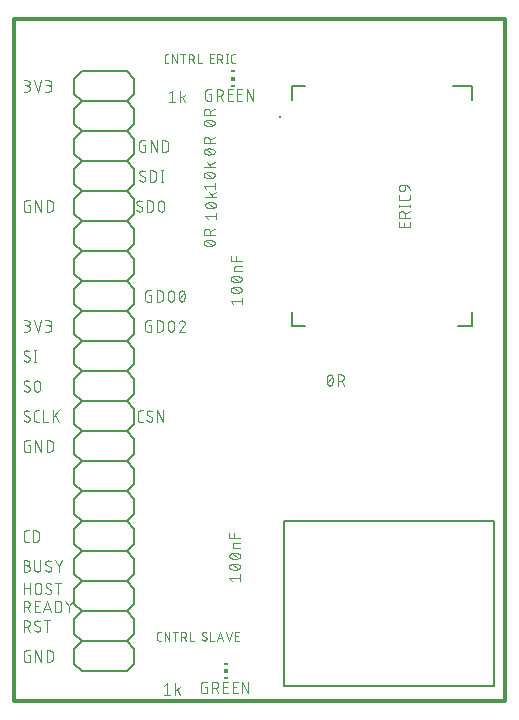
<source format=gto>
G04 EAGLE Gerber RS-274X export*
G75*
%MOMM*%
%FSLAX34Y34*%
%LPD*%
%INSilkscreen Top*%
%IPPOS*%
%AMOC8*
5,1,8,0,0,1.08239X$1,22.5*%
G01*
%ADD10C,0.304800*%
%ADD11C,0.076200*%
%ADD12C,0.200000*%
%ADD13C,0.100000*%
%ADD14C,0.100000*%
%ADD15R,0.300000X0.150000*%
%ADD16R,0.300000X0.300000*%
%ADD17C,0.127000*%
%ADD18C,0.152400*%


D10*
X-19050Y0D02*
X396750Y0D01*
X396750Y577750D01*
X-19050Y577750D01*
X-19050Y0D01*
D11*
X-7394Y216422D02*
X-5828Y216422D01*
X-5828Y211201D01*
X-8961Y211201D01*
X-9050Y211203D01*
X-9138Y211209D01*
X-9226Y211218D01*
X-9314Y211231D01*
X-9401Y211248D01*
X-9487Y211268D01*
X-9572Y211293D01*
X-9657Y211320D01*
X-9740Y211352D01*
X-9821Y211386D01*
X-9901Y211425D01*
X-9979Y211466D01*
X-10056Y211511D01*
X-10130Y211559D01*
X-10203Y211610D01*
X-10273Y211664D01*
X-10340Y211722D01*
X-10406Y211782D01*
X-10468Y211844D01*
X-10528Y211910D01*
X-10586Y211977D01*
X-10640Y212047D01*
X-10691Y212120D01*
X-10739Y212194D01*
X-10784Y212271D01*
X-10825Y212349D01*
X-10864Y212429D01*
X-10898Y212510D01*
X-10930Y212593D01*
X-10957Y212678D01*
X-10982Y212763D01*
X-11002Y212849D01*
X-11019Y212936D01*
X-11032Y213024D01*
X-11041Y213112D01*
X-11047Y213200D01*
X-11049Y213289D01*
X-11049Y218511D01*
X-11047Y218600D01*
X-11041Y218688D01*
X-11032Y218776D01*
X-11019Y218864D01*
X-11002Y218951D01*
X-10982Y219037D01*
X-10957Y219122D01*
X-10930Y219207D01*
X-10898Y219290D01*
X-10864Y219371D01*
X-10825Y219451D01*
X-10784Y219529D01*
X-10739Y219606D01*
X-10691Y219680D01*
X-10640Y219753D01*
X-10586Y219823D01*
X-10528Y219890D01*
X-10468Y219956D01*
X-10406Y220018D01*
X-10340Y220078D01*
X-10273Y220136D01*
X-10203Y220190D01*
X-10130Y220241D01*
X-10056Y220289D01*
X-9979Y220334D01*
X-9901Y220375D01*
X-9821Y220414D01*
X-9740Y220448D01*
X-9657Y220480D01*
X-9572Y220507D01*
X-9487Y220532D01*
X-9401Y220552D01*
X-9314Y220569D01*
X-9226Y220582D01*
X-9138Y220591D01*
X-9050Y220597D01*
X-8961Y220599D01*
X-5828Y220599D01*
X-1295Y220599D02*
X-1295Y211201D01*
X3926Y211201D02*
X-1295Y220599D01*
X3926Y220599D02*
X3926Y211201D01*
X8458Y211201D02*
X8458Y220599D01*
X11069Y220599D01*
X11169Y220597D01*
X11269Y220591D01*
X11368Y220582D01*
X11468Y220568D01*
X11566Y220551D01*
X11664Y220530D01*
X11761Y220506D01*
X11857Y220477D01*
X11952Y220445D01*
X12045Y220410D01*
X12137Y220371D01*
X12228Y220328D01*
X12316Y220282D01*
X12403Y220232D01*
X12488Y220180D01*
X12571Y220124D01*
X12652Y220065D01*
X12730Y220002D01*
X12806Y219937D01*
X12880Y219869D01*
X12950Y219799D01*
X13018Y219725D01*
X13083Y219649D01*
X13146Y219571D01*
X13205Y219490D01*
X13261Y219407D01*
X13313Y219322D01*
X13363Y219235D01*
X13409Y219147D01*
X13452Y219056D01*
X13491Y218964D01*
X13526Y218871D01*
X13558Y218776D01*
X13587Y218680D01*
X13611Y218583D01*
X13632Y218485D01*
X13649Y218387D01*
X13663Y218287D01*
X13672Y218188D01*
X13678Y218088D01*
X13680Y217988D01*
X13679Y217988D02*
X13679Y213812D01*
X13680Y213812D02*
X13678Y213712D01*
X13672Y213612D01*
X13663Y213513D01*
X13649Y213413D01*
X13632Y213315D01*
X13611Y213217D01*
X13587Y213120D01*
X13558Y213024D01*
X13526Y212929D01*
X13491Y212836D01*
X13452Y212744D01*
X13409Y212653D01*
X13363Y212565D01*
X13313Y212478D01*
X13261Y212393D01*
X13205Y212310D01*
X13146Y212229D01*
X13083Y212151D01*
X13018Y212075D01*
X12950Y212001D01*
X12880Y211931D01*
X12806Y211863D01*
X12730Y211798D01*
X12652Y211735D01*
X12571Y211676D01*
X12488Y211620D01*
X12403Y211568D01*
X12316Y211518D01*
X12228Y211472D01*
X12137Y211429D01*
X12045Y211390D01*
X11952Y211355D01*
X11857Y211323D01*
X11761Y211294D01*
X11664Y211270D01*
X11566Y211249D01*
X11468Y211232D01*
X11368Y211218D01*
X11269Y211209D01*
X11169Y211203D01*
X11069Y211201D01*
X8458Y211201D01*
X-8438Y312801D02*
X-11049Y312801D01*
X-8438Y312801D02*
X-8337Y312803D01*
X-8236Y312809D01*
X-8135Y312819D01*
X-8035Y312832D01*
X-7935Y312850D01*
X-7836Y312871D01*
X-7738Y312897D01*
X-7641Y312926D01*
X-7545Y312958D01*
X-7451Y312995D01*
X-7358Y313035D01*
X-7266Y313079D01*
X-7177Y313126D01*
X-7089Y313177D01*
X-7003Y313231D01*
X-6920Y313288D01*
X-6838Y313348D01*
X-6760Y313412D01*
X-6683Y313478D01*
X-6610Y313548D01*
X-6539Y313620D01*
X-6471Y313695D01*
X-6406Y313773D01*
X-6344Y313853D01*
X-6285Y313935D01*
X-6229Y314020D01*
X-6177Y314107D01*
X-6128Y314195D01*
X-6082Y314286D01*
X-6041Y314378D01*
X-6002Y314472D01*
X-5968Y314567D01*
X-5937Y314663D01*
X-5910Y314761D01*
X-5886Y314859D01*
X-5867Y314959D01*
X-5851Y315059D01*
X-5839Y315159D01*
X-5831Y315260D01*
X-5827Y315361D01*
X-5827Y315463D01*
X-5831Y315564D01*
X-5839Y315665D01*
X-5851Y315765D01*
X-5867Y315865D01*
X-5886Y315965D01*
X-5910Y316063D01*
X-5937Y316161D01*
X-5968Y316257D01*
X-6002Y316352D01*
X-6041Y316446D01*
X-6082Y316538D01*
X-6128Y316629D01*
X-6177Y316717D01*
X-6229Y316804D01*
X-6285Y316889D01*
X-6344Y316971D01*
X-6406Y317051D01*
X-6471Y317129D01*
X-6539Y317204D01*
X-6610Y317276D01*
X-6683Y317346D01*
X-6760Y317412D01*
X-6838Y317476D01*
X-6920Y317536D01*
X-7003Y317593D01*
X-7089Y317647D01*
X-7177Y317698D01*
X-7266Y317745D01*
X-7358Y317789D01*
X-7451Y317829D01*
X-7545Y317866D01*
X-7641Y317898D01*
X-7738Y317927D01*
X-7836Y317953D01*
X-7935Y317974D01*
X-8035Y317992D01*
X-8135Y318005D01*
X-8236Y318015D01*
X-8337Y318021D01*
X-8438Y318023D01*
X-7916Y322199D02*
X-11049Y322199D01*
X-7916Y322199D02*
X-7826Y322197D01*
X-7737Y322191D01*
X-7647Y322182D01*
X-7558Y322168D01*
X-7470Y322151D01*
X-7383Y322130D01*
X-7296Y322105D01*
X-7211Y322076D01*
X-7127Y322044D01*
X-7045Y322009D01*
X-6964Y321969D01*
X-6885Y321927D01*
X-6808Y321881D01*
X-6733Y321831D01*
X-6660Y321779D01*
X-6589Y321723D01*
X-6521Y321665D01*
X-6456Y321603D01*
X-6393Y321539D01*
X-6333Y321472D01*
X-6276Y321403D01*
X-6222Y321331D01*
X-6171Y321257D01*
X-6123Y321181D01*
X-6079Y321103D01*
X-6038Y321023D01*
X-6000Y320941D01*
X-5966Y320858D01*
X-5936Y320773D01*
X-5909Y320687D01*
X-5886Y320601D01*
X-5867Y320513D01*
X-5852Y320424D01*
X-5840Y320335D01*
X-5832Y320246D01*
X-5828Y320156D01*
X-5828Y320066D01*
X-5832Y319976D01*
X-5840Y319887D01*
X-5852Y319798D01*
X-5867Y319709D01*
X-5886Y319621D01*
X-5909Y319535D01*
X-5936Y319449D01*
X-5966Y319364D01*
X-6000Y319281D01*
X-6038Y319199D01*
X-6079Y319119D01*
X-6123Y319041D01*
X-6171Y318965D01*
X-6222Y318891D01*
X-6276Y318819D01*
X-6333Y318750D01*
X-6393Y318683D01*
X-6456Y318619D01*
X-6521Y318557D01*
X-6589Y318499D01*
X-6660Y318443D01*
X-6733Y318391D01*
X-6808Y318341D01*
X-6885Y318295D01*
X-6964Y318253D01*
X-7045Y318213D01*
X-7127Y318178D01*
X-7211Y318146D01*
X-7296Y318117D01*
X-7383Y318092D01*
X-7470Y318071D01*
X-7558Y318054D01*
X-7647Y318040D01*
X-7737Y318031D01*
X-7826Y318025D01*
X-7916Y318023D01*
X-7916Y318022D02*
X-10005Y318022D01*
X-2427Y322199D02*
X706Y312801D01*
X3838Y322199D01*
X7239Y312801D02*
X9849Y312801D01*
X9950Y312803D01*
X10051Y312809D01*
X10152Y312819D01*
X10252Y312832D01*
X10352Y312850D01*
X10451Y312871D01*
X10549Y312897D01*
X10646Y312926D01*
X10742Y312958D01*
X10836Y312995D01*
X10929Y313035D01*
X11021Y313079D01*
X11110Y313126D01*
X11198Y313177D01*
X11284Y313231D01*
X11367Y313288D01*
X11449Y313348D01*
X11527Y313412D01*
X11604Y313478D01*
X11677Y313548D01*
X11748Y313620D01*
X11816Y313695D01*
X11881Y313773D01*
X11943Y313853D01*
X12002Y313935D01*
X12058Y314020D01*
X12110Y314107D01*
X12159Y314195D01*
X12205Y314286D01*
X12246Y314378D01*
X12285Y314472D01*
X12319Y314567D01*
X12350Y314663D01*
X12377Y314761D01*
X12401Y314859D01*
X12420Y314959D01*
X12436Y315059D01*
X12448Y315159D01*
X12456Y315260D01*
X12460Y315361D01*
X12460Y315463D01*
X12456Y315564D01*
X12448Y315665D01*
X12436Y315765D01*
X12420Y315865D01*
X12401Y315965D01*
X12377Y316063D01*
X12350Y316161D01*
X12319Y316257D01*
X12285Y316352D01*
X12246Y316446D01*
X12205Y316538D01*
X12159Y316629D01*
X12110Y316717D01*
X12058Y316804D01*
X12002Y316889D01*
X11943Y316971D01*
X11881Y317051D01*
X11816Y317129D01*
X11748Y317204D01*
X11677Y317276D01*
X11604Y317346D01*
X11527Y317412D01*
X11449Y317476D01*
X11367Y317536D01*
X11284Y317593D01*
X11198Y317647D01*
X11110Y317698D01*
X11021Y317745D01*
X10929Y317789D01*
X10836Y317829D01*
X10742Y317866D01*
X10646Y317898D01*
X10549Y317927D01*
X10451Y317953D01*
X10352Y317974D01*
X10252Y317992D01*
X10152Y318005D01*
X10051Y318015D01*
X9950Y318021D01*
X9849Y318023D01*
X10372Y322199D02*
X7239Y322199D01*
X10372Y322199D02*
X10462Y322197D01*
X10551Y322191D01*
X10641Y322182D01*
X10730Y322168D01*
X10818Y322151D01*
X10905Y322130D01*
X10992Y322105D01*
X11077Y322076D01*
X11161Y322044D01*
X11243Y322009D01*
X11324Y321969D01*
X11403Y321927D01*
X11480Y321881D01*
X11555Y321831D01*
X11628Y321779D01*
X11699Y321723D01*
X11767Y321665D01*
X11832Y321603D01*
X11895Y321539D01*
X11955Y321472D01*
X12012Y321403D01*
X12066Y321331D01*
X12117Y321257D01*
X12165Y321181D01*
X12209Y321103D01*
X12250Y321023D01*
X12288Y320941D01*
X12322Y320858D01*
X12352Y320773D01*
X12379Y320687D01*
X12402Y320601D01*
X12421Y320513D01*
X12436Y320424D01*
X12448Y320335D01*
X12456Y320246D01*
X12460Y320156D01*
X12460Y320066D01*
X12456Y319976D01*
X12448Y319887D01*
X12436Y319798D01*
X12421Y319709D01*
X12402Y319621D01*
X12379Y319535D01*
X12352Y319449D01*
X12322Y319364D01*
X12288Y319281D01*
X12250Y319199D01*
X12209Y319119D01*
X12165Y319041D01*
X12117Y318965D01*
X12066Y318891D01*
X12012Y318819D01*
X11955Y318750D01*
X11895Y318683D01*
X11832Y318619D01*
X11767Y318557D01*
X11699Y318499D01*
X11628Y318443D01*
X11555Y318391D01*
X11480Y318341D01*
X11403Y318295D01*
X11324Y318253D01*
X11243Y318213D01*
X11161Y318178D01*
X11077Y318146D01*
X10992Y318117D01*
X10905Y318092D01*
X10818Y318071D01*
X10730Y318054D01*
X10641Y318040D01*
X10551Y318031D01*
X10462Y318025D01*
X10372Y318023D01*
X10372Y318022D02*
X8283Y318022D01*
X-5828Y289489D02*
X-5830Y289400D01*
X-5836Y289312D01*
X-5845Y289224D01*
X-5858Y289136D01*
X-5875Y289049D01*
X-5895Y288963D01*
X-5920Y288878D01*
X-5947Y288793D01*
X-5979Y288710D01*
X-6013Y288629D01*
X-6052Y288549D01*
X-6093Y288471D01*
X-6138Y288394D01*
X-6186Y288320D01*
X-6237Y288247D01*
X-6291Y288177D01*
X-6349Y288110D01*
X-6409Y288044D01*
X-6471Y287982D01*
X-6537Y287922D01*
X-6604Y287864D01*
X-6674Y287810D01*
X-6747Y287759D01*
X-6821Y287711D01*
X-6898Y287666D01*
X-6976Y287625D01*
X-7056Y287586D01*
X-7137Y287552D01*
X-7220Y287520D01*
X-7305Y287493D01*
X-7390Y287468D01*
X-7476Y287448D01*
X-7563Y287431D01*
X-7651Y287418D01*
X-7739Y287409D01*
X-7827Y287403D01*
X-7916Y287401D01*
X-8045Y287403D01*
X-8174Y287409D01*
X-8303Y287418D01*
X-8431Y287431D01*
X-8559Y287448D01*
X-8686Y287469D01*
X-8813Y287493D01*
X-8939Y287521D01*
X-9064Y287553D01*
X-9188Y287588D01*
X-9311Y287627D01*
X-9433Y287670D01*
X-9553Y287716D01*
X-9672Y287766D01*
X-9790Y287819D01*
X-9906Y287875D01*
X-10020Y287935D01*
X-10133Y287998D01*
X-10243Y288065D01*
X-10352Y288134D01*
X-10458Y288207D01*
X-10563Y288283D01*
X-10665Y288362D01*
X-10765Y288444D01*
X-10862Y288528D01*
X-10957Y288616D01*
X-11049Y288706D01*
X-10788Y294711D02*
X-10786Y294800D01*
X-10780Y294888D01*
X-10771Y294976D01*
X-10758Y295064D01*
X-10741Y295151D01*
X-10721Y295237D01*
X-10696Y295322D01*
X-10669Y295407D01*
X-10637Y295490D01*
X-10603Y295571D01*
X-10564Y295651D01*
X-10523Y295729D01*
X-10478Y295806D01*
X-10430Y295880D01*
X-10379Y295953D01*
X-10325Y296023D01*
X-10267Y296090D01*
X-10207Y296156D01*
X-10145Y296218D01*
X-10079Y296278D01*
X-10012Y296336D01*
X-9942Y296390D01*
X-9869Y296441D01*
X-9795Y296489D01*
X-9718Y296534D01*
X-9640Y296575D01*
X-9560Y296614D01*
X-9479Y296648D01*
X-9396Y296680D01*
X-9311Y296707D01*
X-9226Y296732D01*
X-9140Y296752D01*
X-9053Y296769D01*
X-8965Y296782D01*
X-8877Y296791D01*
X-8789Y296797D01*
X-8700Y296799D01*
X-8580Y296797D01*
X-8460Y296792D01*
X-8341Y296782D01*
X-8221Y296770D01*
X-8102Y296753D01*
X-7984Y296733D01*
X-7866Y296709D01*
X-7750Y296682D01*
X-7634Y296651D01*
X-7519Y296617D01*
X-7405Y296579D01*
X-7292Y296537D01*
X-7181Y296492D01*
X-7071Y296444D01*
X-6963Y296393D01*
X-6856Y296338D01*
X-6751Y296280D01*
X-6648Y296218D01*
X-6547Y296154D01*
X-6447Y296086D01*
X-6350Y296016D01*
X-9744Y292884D02*
X-9822Y292932D01*
X-9898Y292984D01*
X-9971Y293038D01*
X-10042Y293096D01*
X-10111Y293157D01*
X-10177Y293221D01*
X-10240Y293288D01*
X-10300Y293357D01*
X-10357Y293429D01*
X-10411Y293503D01*
X-10461Y293580D01*
X-10509Y293659D01*
X-10552Y293739D01*
X-10593Y293822D01*
X-10629Y293906D01*
X-10662Y293991D01*
X-10691Y294078D01*
X-10717Y294167D01*
X-10739Y294256D01*
X-10756Y294346D01*
X-10770Y294436D01*
X-10780Y294528D01*
X-10786Y294619D01*
X-10788Y294711D01*
X-6872Y291316D02*
X-6794Y291268D01*
X-6718Y291216D01*
X-6645Y291162D01*
X-6574Y291104D01*
X-6505Y291043D01*
X-6439Y290979D01*
X-6376Y290912D01*
X-6316Y290843D01*
X-6259Y290771D01*
X-6205Y290697D01*
X-6155Y290620D01*
X-6107Y290541D01*
X-6064Y290461D01*
X-6023Y290378D01*
X-5987Y290294D01*
X-5954Y290209D01*
X-5925Y290122D01*
X-5899Y290033D01*
X-5877Y289944D01*
X-5860Y289854D01*
X-5846Y289764D01*
X-5836Y289672D01*
X-5830Y289581D01*
X-5828Y289489D01*
X-6872Y291317D02*
X-9744Y292883D01*
X-1428Y296799D02*
X-1428Y287401D01*
X-2472Y287401D02*
X-384Y287401D01*
X-384Y296799D02*
X-2472Y296799D01*
X-5828Y238689D02*
X-5830Y238600D01*
X-5836Y238512D01*
X-5845Y238424D01*
X-5858Y238336D01*
X-5875Y238249D01*
X-5895Y238163D01*
X-5920Y238078D01*
X-5947Y237993D01*
X-5979Y237910D01*
X-6013Y237829D01*
X-6052Y237749D01*
X-6093Y237671D01*
X-6138Y237594D01*
X-6186Y237520D01*
X-6237Y237447D01*
X-6291Y237377D01*
X-6349Y237310D01*
X-6409Y237244D01*
X-6471Y237182D01*
X-6537Y237122D01*
X-6604Y237064D01*
X-6674Y237010D01*
X-6747Y236959D01*
X-6821Y236911D01*
X-6898Y236866D01*
X-6976Y236825D01*
X-7056Y236786D01*
X-7137Y236752D01*
X-7220Y236720D01*
X-7305Y236693D01*
X-7390Y236668D01*
X-7476Y236648D01*
X-7563Y236631D01*
X-7651Y236618D01*
X-7739Y236609D01*
X-7827Y236603D01*
X-7916Y236601D01*
X-8045Y236603D01*
X-8174Y236609D01*
X-8303Y236618D01*
X-8431Y236631D01*
X-8559Y236648D01*
X-8686Y236669D01*
X-8813Y236693D01*
X-8939Y236721D01*
X-9064Y236753D01*
X-9188Y236788D01*
X-9311Y236827D01*
X-9433Y236870D01*
X-9553Y236916D01*
X-9672Y236966D01*
X-9790Y237019D01*
X-9906Y237075D01*
X-10020Y237135D01*
X-10133Y237198D01*
X-10243Y237265D01*
X-10352Y237334D01*
X-10458Y237407D01*
X-10563Y237483D01*
X-10665Y237562D01*
X-10765Y237644D01*
X-10862Y237728D01*
X-10957Y237816D01*
X-11049Y237906D01*
X-10788Y243911D02*
X-10786Y244000D01*
X-10780Y244088D01*
X-10771Y244176D01*
X-10758Y244264D01*
X-10741Y244351D01*
X-10721Y244437D01*
X-10696Y244522D01*
X-10669Y244607D01*
X-10637Y244690D01*
X-10603Y244771D01*
X-10564Y244851D01*
X-10523Y244929D01*
X-10478Y245006D01*
X-10430Y245080D01*
X-10379Y245153D01*
X-10325Y245223D01*
X-10267Y245290D01*
X-10207Y245356D01*
X-10145Y245418D01*
X-10079Y245478D01*
X-10012Y245536D01*
X-9942Y245590D01*
X-9869Y245641D01*
X-9795Y245689D01*
X-9718Y245734D01*
X-9640Y245775D01*
X-9560Y245814D01*
X-9479Y245848D01*
X-9396Y245880D01*
X-9311Y245907D01*
X-9226Y245932D01*
X-9140Y245952D01*
X-9053Y245969D01*
X-8965Y245982D01*
X-8877Y245991D01*
X-8789Y245997D01*
X-8700Y245999D01*
X-8580Y245997D01*
X-8460Y245992D01*
X-8341Y245982D01*
X-8221Y245970D01*
X-8102Y245953D01*
X-7984Y245933D01*
X-7866Y245909D01*
X-7750Y245882D01*
X-7634Y245851D01*
X-7519Y245817D01*
X-7405Y245779D01*
X-7292Y245737D01*
X-7181Y245692D01*
X-7071Y245644D01*
X-6963Y245593D01*
X-6856Y245538D01*
X-6751Y245480D01*
X-6648Y245418D01*
X-6547Y245354D01*
X-6447Y245286D01*
X-6350Y245216D01*
X-9744Y242084D02*
X-9822Y242132D01*
X-9898Y242184D01*
X-9971Y242238D01*
X-10042Y242296D01*
X-10111Y242357D01*
X-10177Y242421D01*
X-10240Y242488D01*
X-10300Y242557D01*
X-10357Y242629D01*
X-10411Y242703D01*
X-10461Y242780D01*
X-10509Y242859D01*
X-10552Y242939D01*
X-10593Y243022D01*
X-10629Y243106D01*
X-10662Y243191D01*
X-10691Y243278D01*
X-10717Y243367D01*
X-10739Y243456D01*
X-10756Y243546D01*
X-10770Y243636D01*
X-10780Y243728D01*
X-10786Y243819D01*
X-10788Y243911D01*
X-6872Y240516D02*
X-6794Y240468D01*
X-6718Y240416D01*
X-6645Y240362D01*
X-6574Y240304D01*
X-6505Y240243D01*
X-6439Y240179D01*
X-6376Y240112D01*
X-6316Y240043D01*
X-6259Y239971D01*
X-6205Y239897D01*
X-6155Y239820D01*
X-6107Y239741D01*
X-6064Y239661D01*
X-6023Y239578D01*
X-5987Y239494D01*
X-5954Y239409D01*
X-5925Y239322D01*
X-5899Y239233D01*
X-5877Y239144D01*
X-5860Y239054D01*
X-5846Y238964D01*
X-5836Y238872D01*
X-5830Y238781D01*
X-5828Y238689D01*
X-6872Y240517D02*
X-9744Y242083D01*
X-147Y236601D02*
X1941Y236601D01*
X-147Y236601D02*
X-236Y236603D01*
X-324Y236609D01*
X-412Y236618D01*
X-500Y236631D01*
X-587Y236648D01*
X-673Y236668D01*
X-758Y236693D01*
X-843Y236720D01*
X-926Y236752D01*
X-1007Y236786D01*
X-1087Y236825D01*
X-1165Y236866D01*
X-1242Y236911D01*
X-1316Y236959D01*
X-1389Y237010D01*
X-1459Y237064D01*
X-1526Y237122D01*
X-1592Y237182D01*
X-1654Y237244D01*
X-1714Y237310D01*
X-1772Y237377D01*
X-1826Y237447D01*
X-1877Y237520D01*
X-1925Y237594D01*
X-1970Y237671D01*
X-2011Y237749D01*
X-2050Y237829D01*
X-2084Y237910D01*
X-2116Y237993D01*
X-2143Y238078D01*
X-2168Y238163D01*
X-2188Y238249D01*
X-2205Y238336D01*
X-2218Y238424D01*
X-2227Y238512D01*
X-2233Y238600D01*
X-2235Y238689D01*
X-2236Y238689D02*
X-2236Y243911D01*
X-2235Y243911D02*
X-2233Y244002D01*
X-2227Y244093D01*
X-2217Y244184D01*
X-2203Y244274D01*
X-2186Y244363D01*
X-2164Y244451D01*
X-2138Y244539D01*
X-2109Y244625D01*
X-2076Y244710D01*
X-2039Y244793D01*
X-1999Y244875D01*
X-1955Y244955D01*
X-1908Y245033D01*
X-1857Y245109D01*
X-1804Y245182D01*
X-1747Y245253D01*
X-1686Y245322D01*
X-1623Y245387D01*
X-1558Y245450D01*
X-1489Y245510D01*
X-1418Y245568D01*
X-1345Y245621D01*
X-1269Y245672D01*
X-1191Y245719D01*
X-1111Y245763D01*
X-1029Y245803D01*
X-946Y245840D01*
X-861Y245873D01*
X-775Y245902D01*
X-687Y245928D01*
X-599Y245950D01*
X-510Y245967D01*
X-420Y245981D01*
X-329Y245991D01*
X-238Y245997D01*
X-147Y245999D01*
X1941Y245999D01*
X5732Y245999D02*
X5732Y236601D01*
X9909Y236601D01*
X13771Y236601D02*
X13771Y245999D01*
X18992Y245999D02*
X13771Y240256D01*
X15859Y242344D02*
X18992Y236601D01*
X-7916Y262001D02*
X-7827Y262003D01*
X-7739Y262009D01*
X-7651Y262018D01*
X-7563Y262031D01*
X-7476Y262048D01*
X-7390Y262068D01*
X-7305Y262093D01*
X-7220Y262120D01*
X-7137Y262152D01*
X-7056Y262186D01*
X-6976Y262225D01*
X-6898Y262266D01*
X-6821Y262311D01*
X-6747Y262359D01*
X-6674Y262410D01*
X-6604Y262464D01*
X-6537Y262522D01*
X-6471Y262582D01*
X-6409Y262644D01*
X-6349Y262710D01*
X-6291Y262777D01*
X-6237Y262847D01*
X-6186Y262920D01*
X-6138Y262994D01*
X-6093Y263071D01*
X-6052Y263149D01*
X-6013Y263229D01*
X-5979Y263310D01*
X-5947Y263393D01*
X-5920Y263478D01*
X-5895Y263563D01*
X-5875Y263649D01*
X-5858Y263736D01*
X-5845Y263824D01*
X-5836Y263912D01*
X-5830Y264000D01*
X-5828Y264089D01*
X-7916Y262001D02*
X-8045Y262003D01*
X-8174Y262009D01*
X-8303Y262018D01*
X-8431Y262031D01*
X-8559Y262048D01*
X-8686Y262069D01*
X-8813Y262093D01*
X-8939Y262121D01*
X-9064Y262153D01*
X-9188Y262188D01*
X-9311Y262227D01*
X-9433Y262270D01*
X-9553Y262316D01*
X-9672Y262366D01*
X-9790Y262419D01*
X-9906Y262475D01*
X-10020Y262535D01*
X-10133Y262598D01*
X-10243Y262665D01*
X-10352Y262734D01*
X-10458Y262807D01*
X-10563Y262883D01*
X-10665Y262962D01*
X-10765Y263044D01*
X-10862Y263128D01*
X-10957Y263216D01*
X-11049Y263306D01*
X-10788Y269311D02*
X-10786Y269400D01*
X-10780Y269488D01*
X-10771Y269576D01*
X-10758Y269664D01*
X-10741Y269751D01*
X-10721Y269837D01*
X-10696Y269922D01*
X-10669Y270007D01*
X-10637Y270090D01*
X-10603Y270171D01*
X-10564Y270251D01*
X-10523Y270329D01*
X-10478Y270406D01*
X-10430Y270480D01*
X-10379Y270553D01*
X-10325Y270623D01*
X-10267Y270690D01*
X-10207Y270756D01*
X-10145Y270818D01*
X-10079Y270878D01*
X-10012Y270936D01*
X-9942Y270990D01*
X-9869Y271041D01*
X-9795Y271089D01*
X-9718Y271134D01*
X-9640Y271175D01*
X-9560Y271214D01*
X-9479Y271248D01*
X-9396Y271280D01*
X-9311Y271307D01*
X-9226Y271332D01*
X-9140Y271352D01*
X-9053Y271369D01*
X-8965Y271382D01*
X-8877Y271391D01*
X-8789Y271397D01*
X-8700Y271399D01*
X-8580Y271397D01*
X-8460Y271392D01*
X-8341Y271382D01*
X-8221Y271370D01*
X-8102Y271353D01*
X-7984Y271333D01*
X-7866Y271309D01*
X-7750Y271282D01*
X-7634Y271251D01*
X-7519Y271217D01*
X-7405Y271179D01*
X-7292Y271137D01*
X-7181Y271092D01*
X-7071Y271044D01*
X-6963Y270993D01*
X-6856Y270938D01*
X-6751Y270880D01*
X-6648Y270818D01*
X-6547Y270754D01*
X-6447Y270686D01*
X-6350Y270616D01*
X-9744Y267484D02*
X-9822Y267532D01*
X-9898Y267584D01*
X-9971Y267638D01*
X-10042Y267696D01*
X-10111Y267757D01*
X-10177Y267821D01*
X-10240Y267888D01*
X-10300Y267957D01*
X-10357Y268029D01*
X-10411Y268103D01*
X-10461Y268180D01*
X-10509Y268259D01*
X-10552Y268339D01*
X-10593Y268422D01*
X-10629Y268506D01*
X-10662Y268591D01*
X-10691Y268678D01*
X-10717Y268767D01*
X-10739Y268856D01*
X-10756Y268946D01*
X-10770Y269036D01*
X-10780Y269128D01*
X-10786Y269219D01*
X-10788Y269311D01*
X-6872Y265916D02*
X-6794Y265868D01*
X-6718Y265816D01*
X-6645Y265762D01*
X-6574Y265704D01*
X-6505Y265643D01*
X-6439Y265579D01*
X-6376Y265512D01*
X-6316Y265443D01*
X-6259Y265371D01*
X-6205Y265297D01*
X-6155Y265220D01*
X-6107Y265141D01*
X-6064Y265061D01*
X-6023Y264978D01*
X-5987Y264894D01*
X-5954Y264809D01*
X-5925Y264722D01*
X-5899Y264633D01*
X-5877Y264544D01*
X-5860Y264454D01*
X-5846Y264364D01*
X-5836Y264272D01*
X-5830Y264181D01*
X-5828Y264089D01*
X-6872Y265917D02*
X-9744Y267483D01*
X-2210Y268788D02*
X-2210Y264612D01*
X-2210Y268788D02*
X-2208Y268889D01*
X-2202Y268990D01*
X-2192Y269091D01*
X-2179Y269191D01*
X-2161Y269291D01*
X-2140Y269390D01*
X-2114Y269488D01*
X-2085Y269585D01*
X-2053Y269681D01*
X-2016Y269775D01*
X-1976Y269868D01*
X-1932Y269960D01*
X-1885Y270049D01*
X-1834Y270137D01*
X-1780Y270223D01*
X-1723Y270306D01*
X-1663Y270388D01*
X-1599Y270466D01*
X-1533Y270543D01*
X-1463Y270616D01*
X-1391Y270687D01*
X-1316Y270755D01*
X-1238Y270820D01*
X-1158Y270882D01*
X-1076Y270941D01*
X-991Y270997D01*
X-904Y271049D01*
X-816Y271098D01*
X-725Y271144D01*
X-633Y271185D01*
X-539Y271224D01*
X-444Y271258D01*
X-348Y271289D01*
X-250Y271316D01*
X-152Y271340D01*
X-52Y271359D01*
X48Y271375D01*
X148Y271387D01*
X249Y271395D01*
X350Y271399D01*
X452Y271399D01*
X553Y271395D01*
X654Y271387D01*
X754Y271375D01*
X854Y271359D01*
X954Y271340D01*
X1052Y271316D01*
X1150Y271289D01*
X1246Y271258D01*
X1341Y271224D01*
X1435Y271185D01*
X1527Y271144D01*
X1618Y271098D01*
X1707Y271049D01*
X1793Y270997D01*
X1878Y270941D01*
X1960Y270882D01*
X2040Y270820D01*
X2118Y270755D01*
X2193Y270687D01*
X2265Y270616D01*
X2335Y270543D01*
X2401Y270466D01*
X2465Y270388D01*
X2525Y270306D01*
X2582Y270223D01*
X2636Y270137D01*
X2687Y270049D01*
X2734Y269960D01*
X2778Y269868D01*
X2818Y269775D01*
X2855Y269681D01*
X2887Y269585D01*
X2916Y269488D01*
X2942Y269390D01*
X2963Y269291D01*
X2981Y269191D01*
X2994Y269091D01*
X3004Y268990D01*
X3010Y268889D01*
X3012Y268788D01*
X3011Y268788D02*
X3011Y264612D01*
X3012Y264612D02*
X3010Y264511D01*
X3004Y264410D01*
X2994Y264309D01*
X2981Y264209D01*
X2963Y264109D01*
X2942Y264010D01*
X2916Y263912D01*
X2887Y263815D01*
X2855Y263719D01*
X2818Y263625D01*
X2778Y263532D01*
X2734Y263440D01*
X2687Y263351D01*
X2636Y263263D01*
X2582Y263177D01*
X2525Y263094D01*
X2465Y263012D01*
X2401Y262934D01*
X2335Y262857D01*
X2265Y262784D01*
X2193Y262713D01*
X2118Y262645D01*
X2040Y262580D01*
X1960Y262518D01*
X1878Y262459D01*
X1793Y262403D01*
X1706Y262351D01*
X1618Y262302D01*
X1527Y262256D01*
X1435Y262215D01*
X1341Y262176D01*
X1246Y262142D01*
X1150Y262111D01*
X1052Y262084D01*
X954Y262060D01*
X854Y262041D01*
X754Y262025D01*
X654Y262013D01*
X553Y262005D01*
X452Y262001D01*
X350Y262001D01*
X249Y262005D01*
X148Y262013D01*
X48Y262025D01*
X-52Y262041D01*
X-152Y262060D01*
X-250Y262084D01*
X-348Y262111D01*
X-444Y262142D01*
X-539Y262176D01*
X-633Y262215D01*
X-725Y262256D01*
X-816Y262302D01*
X-905Y262351D01*
X-991Y262403D01*
X-1076Y262459D01*
X-1158Y262518D01*
X-1238Y262580D01*
X-1316Y262645D01*
X-1391Y262713D01*
X-1463Y262784D01*
X-1533Y262857D01*
X-1599Y262934D01*
X-1663Y263012D01*
X-1723Y263094D01*
X-1780Y263177D01*
X-1834Y263263D01*
X-1885Y263351D01*
X-1932Y263440D01*
X-1976Y263532D01*
X-2016Y263625D01*
X-2053Y263719D01*
X-2085Y263815D01*
X-2114Y263912D01*
X-2140Y264010D01*
X-2161Y264109D01*
X-2179Y264209D01*
X-2192Y264309D01*
X-2202Y264410D01*
X-2208Y264511D01*
X-2210Y264612D01*
X95476Y318022D02*
X97042Y318022D01*
X97042Y312801D01*
X93909Y312801D01*
X93820Y312803D01*
X93732Y312809D01*
X93644Y312818D01*
X93556Y312831D01*
X93469Y312848D01*
X93383Y312868D01*
X93298Y312893D01*
X93213Y312920D01*
X93130Y312952D01*
X93049Y312986D01*
X92969Y313025D01*
X92891Y313066D01*
X92814Y313111D01*
X92740Y313159D01*
X92667Y313210D01*
X92597Y313264D01*
X92530Y313322D01*
X92464Y313382D01*
X92402Y313444D01*
X92342Y313510D01*
X92284Y313577D01*
X92230Y313647D01*
X92179Y313720D01*
X92131Y313794D01*
X92086Y313871D01*
X92045Y313949D01*
X92006Y314029D01*
X91972Y314110D01*
X91940Y314193D01*
X91913Y314278D01*
X91888Y314363D01*
X91868Y314449D01*
X91851Y314536D01*
X91838Y314624D01*
X91829Y314712D01*
X91823Y314800D01*
X91821Y314889D01*
X91821Y320111D01*
X91823Y320202D01*
X91829Y320293D01*
X91839Y320384D01*
X91853Y320474D01*
X91870Y320563D01*
X91892Y320651D01*
X91918Y320739D01*
X91947Y320825D01*
X91980Y320910D01*
X92017Y320993D01*
X92057Y321075D01*
X92101Y321155D01*
X92148Y321233D01*
X92199Y321309D01*
X92252Y321382D01*
X92309Y321453D01*
X92370Y321522D01*
X92433Y321587D01*
X92498Y321650D01*
X92567Y321710D01*
X92638Y321768D01*
X92711Y321821D01*
X92787Y321872D01*
X92865Y321919D01*
X92945Y321963D01*
X93027Y322003D01*
X93110Y322040D01*
X93195Y322073D01*
X93281Y322102D01*
X93369Y322128D01*
X93457Y322150D01*
X93546Y322167D01*
X93636Y322181D01*
X93727Y322191D01*
X93818Y322197D01*
X93909Y322199D01*
X97042Y322199D01*
X101575Y322199D02*
X101575Y312801D01*
X101575Y322199D02*
X104185Y322199D01*
X104285Y322197D01*
X104385Y322191D01*
X104484Y322182D01*
X104584Y322168D01*
X104682Y322151D01*
X104780Y322130D01*
X104877Y322106D01*
X104973Y322077D01*
X105068Y322045D01*
X105161Y322010D01*
X105253Y321971D01*
X105344Y321928D01*
X105432Y321882D01*
X105519Y321832D01*
X105604Y321780D01*
X105687Y321724D01*
X105768Y321665D01*
X105846Y321602D01*
X105922Y321537D01*
X105996Y321469D01*
X106066Y321399D01*
X106134Y321325D01*
X106199Y321249D01*
X106262Y321171D01*
X106321Y321090D01*
X106377Y321007D01*
X106429Y320922D01*
X106479Y320835D01*
X106525Y320747D01*
X106568Y320656D01*
X106607Y320564D01*
X106642Y320471D01*
X106674Y320376D01*
X106703Y320280D01*
X106727Y320183D01*
X106748Y320085D01*
X106765Y319987D01*
X106779Y319887D01*
X106788Y319788D01*
X106794Y319688D01*
X106796Y319588D01*
X106796Y315412D01*
X106794Y315312D01*
X106788Y315212D01*
X106779Y315113D01*
X106765Y315013D01*
X106748Y314915D01*
X106727Y314817D01*
X106703Y314720D01*
X106674Y314624D01*
X106642Y314529D01*
X106607Y314436D01*
X106568Y314344D01*
X106525Y314253D01*
X106479Y314165D01*
X106429Y314078D01*
X106377Y313993D01*
X106321Y313910D01*
X106262Y313829D01*
X106199Y313751D01*
X106134Y313675D01*
X106066Y313601D01*
X105996Y313531D01*
X105922Y313463D01*
X105846Y313398D01*
X105768Y313335D01*
X105687Y313276D01*
X105604Y313220D01*
X105519Y313168D01*
X105432Y313118D01*
X105344Y313072D01*
X105253Y313029D01*
X105161Y312990D01*
X105068Y312955D01*
X104973Y312923D01*
X104877Y312894D01*
X104780Y312870D01*
X104682Y312849D01*
X104584Y312832D01*
X104484Y312818D01*
X104385Y312809D01*
X104285Y312803D01*
X104185Y312801D01*
X101575Y312801D01*
X111023Y315412D02*
X111023Y319588D01*
X111025Y319689D01*
X111031Y319790D01*
X111041Y319891D01*
X111054Y319991D01*
X111072Y320091D01*
X111093Y320190D01*
X111119Y320288D01*
X111148Y320385D01*
X111180Y320481D01*
X111217Y320575D01*
X111257Y320668D01*
X111301Y320760D01*
X111348Y320849D01*
X111399Y320937D01*
X111453Y321023D01*
X111510Y321106D01*
X111570Y321188D01*
X111634Y321266D01*
X111700Y321343D01*
X111770Y321416D01*
X111842Y321487D01*
X111917Y321555D01*
X111995Y321620D01*
X112075Y321682D01*
X112157Y321741D01*
X112242Y321797D01*
X112329Y321849D01*
X112417Y321898D01*
X112508Y321944D01*
X112600Y321985D01*
X112694Y322024D01*
X112789Y322058D01*
X112885Y322089D01*
X112983Y322116D01*
X113081Y322140D01*
X113181Y322159D01*
X113281Y322175D01*
X113381Y322187D01*
X113482Y322195D01*
X113583Y322199D01*
X113685Y322199D01*
X113786Y322195D01*
X113887Y322187D01*
X113987Y322175D01*
X114087Y322159D01*
X114187Y322140D01*
X114285Y322116D01*
X114383Y322089D01*
X114479Y322058D01*
X114574Y322024D01*
X114668Y321985D01*
X114760Y321944D01*
X114851Y321898D01*
X114940Y321849D01*
X115026Y321797D01*
X115111Y321741D01*
X115193Y321682D01*
X115273Y321620D01*
X115351Y321555D01*
X115426Y321487D01*
X115498Y321416D01*
X115568Y321343D01*
X115634Y321266D01*
X115698Y321188D01*
X115758Y321106D01*
X115815Y321023D01*
X115869Y320937D01*
X115920Y320849D01*
X115967Y320760D01*
X116011Y320668D01*
X116051Y320575D01*
X116088Y320481D01*
X116120Y320385D01*
X116149Y320288D01*
X116175Y320190D01*
X116196Y320091D01*
X116214Y319991D01*
X116227Y319891D01*
X116237Y319790D01*
X116243Y319689D01*
X116245Y319588D01*
X116244Y319588D02*
X116244Y315412D01*
X116245Y315412D02*
X116243Y315311D01*
X116237Y315210D01*
X116227Y315109D01*
X116214Y315009D01*
X116196Y314909D01*
X116175Y314810D01*
X116149Y314712D01*
X116120Y314615D01*
X116088Y314519D01*
X116051Y314425D01*
X116011Y314332D01*
X115967Y314240D01*
X115920Y314151D01*
X115869Y314063D01*
X115815Y313977D01*
X115758Y313894D01*
X115698Y313812D01*
X115634Y313734D01*
X115568Y313657D01*
X115498Y313584D01*
X115426Y313513D01*
X115351Y313445D01*
X115273Y313380D01*
X115193Y313318D01*
X115111Y313259D01*
X115026Y313203D01*
X114939Y313151D01*
X114851Y313102D01*
X114760Y313056D01*
X114668Y313015D01*
X114574Y312976D01*
X114479Y312942D01*
X114383Y312911D01*
X114285Y312884D01*
X114187Y312860D01*
X114087Y312841D01*
X113987Y312825D01*
X113887Y312813D01*
X113786Y312805D01*
X113685Y312801D01*
X113583Y312801D01*
X113482Y312805D01*
X113381Y312813D01*
X113281Y312825D01*
X113181Y312841D01*
X113081Y312860D01*
X112983Y312884D01*
X112885Y312911D01*
X112789Y312942D01*
X112694Y312976D01*
X112600Y313015D01*
X112508Y313056D01*
X112417Y313102D01*
X112329Y313151D01*
X112242Y313203D01*
X112157Y313259D01*
X112075Y313318D01*
X111995Y313380D01*
X111917Y313445D01*
X111842Y313513D01*
X111770Y313584D01*
X111700Y313657D01*
X111634Y313734D01*
X111570Y313812D01*
X111510Y313894D01*
X111453Y313977D01*
X111399Y314063D01*
X111348Y314151D01*
X111301Y314240D01*
X111257Y314332D01*
X111217Y314425D01*
X111180Y314519D01*
X111148Y314615D01*
X111119Y314712D01*
X111093Y314810D01*
X111072Y314909D01*
X111054Y315009D01*
X111041Y315109D01*
X111031Y315210D01*
X111025Y315311D01*
X111023Y315412D01*
X123039Y322200D02*
X123134Y322198D01*
X123228Y322192D01*
X123322Y322183D01*
X123416Y322170D01*
X123509Y322153D01*
X123601Y322132D01*
X123693Y322107D01*
X123783Y322079D01*
X123872Y322047D01*
X123960Y322012D01*
X124046Y321973D01*
X124131Y321931D01*
X124214Y321885D01*
X124295Y321836D01*
X124374Y321784D01*
X124451Y321729D01*
X124525Y321670D01*
X124597Y321609D01*
X124667Y321545D01*
X124734Y321478D01*
X124798Y321408D01*
X124859Y321336D01*
X124918Y321262D01*
X124973Y321185D01*
X125025Y321106D01*
X125074Y321025D01*
X125120Y320942D01*
X125162Y320857D01*
X125201Y320771D01*
X125236Y320683D01*
X125268Y320594D01*
X125296Y320504D01*
X125321Y320412D01*
X125342Y320320D01*
X125359Y320227D01*
X125372Y320133D01*
X125381Y320039D01*
X125387Y319945D01*
X125389Y319850D01*
X123039Y322199D02*
X122931Y322197D01*
X122822Y322191D01*
X122714Y322181D01*
X122607Y322168D01*
X122500Y322150D01*
X122393Y322129D01*
X122288Y322104D01*
X122183Y322075D01*
X122080Y322043D01*
X121978Y322006D01*
X121877Y321966D01*
X121778Y321923D01*
X121680Y321876D01*
X121584Y321825D01*
X121490Y321771D01*
X121398Y321714D01*
X121308Y321653D01*
X121220Y321589D01*
X121135Y321523D01*
X121052Y321453D01*
X120972Y321380D01*
X120894Y321304D01*
X120819Y321226D01*
X120747Y321145D01*
X120678Y321061D01*
X120612Y320975D01*
X120549Y320887D01*
X120490Y320796D01*
X120433Y320704D01*
X120380Y320609D01*
X120331Y320513D01*
X120285Y320414D01*
X120242Y320315D01*
X120203Y320213D01*
X120168Y320111D01*
X124606Y318022D02*
X124675Y318091D01*
X124741Y318162D01*
X124805Y318235D01*
X124866Y318311D01*
X124924Y318390D01*
X124978Y318470D01*
X125030Y318553D01*
X125078Y318637D01*
X125124Y318723D01*
X125165Y318811D01*
X125204Y318901D01*
X125239Y318992D01*
X125270Y319084D01*
X125298Y319177D01*
X125322Y319271D01*
X125342Y319366D01*
X125359Y319462D01*
X125372Y319559D01*
X125381Y319656D01*
X125387Y319753D01*
X125389Y319850D01*
X124605Y318022D02*
X120167Y312801D01*
X125388Y312801D01*
X97042Y343422D02*
X95476Y343422D01*
X97042Y343422D02*
X97042Y338201D01*
X93909Y338201D01*
X93820Y338203D01*
X93732Y338209D01*
X93644Y338218D01*
X93556Y338231D01*
X93469Y338248D01*
X93383Y338268D01*
X93298Y338293D01*
X93213Y338320D01*
X93130Y338352D01*
X93049Y338386D01*
X92969Y338425D01*
X92891Y338466D01*
X92814Y338511D01*
X92740Y338559D01*
X92667Y338610D01*
X92597Y338664D01*
X92530Y338722D01*
X92464Y338782D01*
X92402Y338844D01*
X92342Y338910D01*
X92284Y338977D01*
X92230Y339047D01*
X92179Y339120D01*
X92131Y339194D01*
X92086Y339271D01*
X92045Y339349D01*
X92006Y339429D01*
X91972Y339510D01*
X91940Y339593D01*
X91913Y339678D01*
X91888Y339763D01*
X91868Y339849D01*
X91851Y339936D01*
X91838Y340024D01*
X91829Y340112D01*
X91823Y340200D01*
X91821Y340289D01*
X91821Y345511D01*
X91823Y345602D01*
X91829Y345693D01*
X91839Y345784D01*
X91853Y345874D01*
X91870Y345963D01*
X91892Y346051D01*
X91918Y346139D01*
X91947Y346225D01*
X91980Y346310D01*
X92017Y346393D01*
X92057Y346475D01*
X92101Y346555D01*
X92148Y346633D01*
X92199Y346709D01*
X92252Y346782D01*
X92309Y346853D01*
X92370Y346922D01*
X92433Y346987D01*
X92498Y347050D01*
X92567Y347110D01*
X92638Y347168D01*
X92711Y347221D01*
X92787Y347272D01*
X92865Y347319D01*
X92945Y347363D01*
X93027Y347403D01*
X93110Y347440D01*
X93195Y347473D01*
X93281Y347502D01*
X93369Y347528D01*
X93457Y347550D01*
X93546Y347567D01*
X93636Y347581D01*
X93727Y347591D01*
X93818Y347597D01*
X93909Y347599D01*
X97042Y347599D01*
X101575Y347599D02*
X101575Y338201D01*
X101575Y347599D02*
X104185Y347599D01*
X104285Y347597D01*
X104385Y347591D01*
X104484Y347582D01*
X104584Y347568D01*
X104682Y347551D01*
X104780Y347530D01*
X104877Y347506D01*
X104973Y347477D01*
X105068Y347445D01*
X105161Y347410D01*
X105253Y347371D01*
X105344Y347328D01*
X105432Y347282D01*
X105519Y347232D01*
X105604Y347180D01*
X105687Y347124D01*
X105768Y347065D01*
X105846Y347002D01*
X105922Y346937D01*
X105996Y346869D01*
X106066Y346799D01*
X106134Y346725D01*
X106199Y346649D01*
X106262Y346571D01*
X106321Y346490D01*
X106377Y346407D01*
X106429Y346322D01*
X106479Y346235D01*
X106525Y346147D01*
X106568Y346056D01*
X106607Y345964D01*
X106642Y345871D01*
X106674Y345776D01*
X106703Y345680D01*
X106727Y345583D01*
X106748Y345485D01*
X106765Y345387D01*
X106779Y345287D01*
X106788Y345188D01*
X106794Y345088D01*
X106796Y344988D01*
X106796Y340812D01*
X106794Y340712D01*
X106788Y340612D01*
X106779Y340513D01*
X106765Y340413D01*
X106748Y340315D01*
X106727Y340217D01*
X106703Y340120D01*
X106674Y340024D01*
X106642Y339929D01*
X106607Y339836D01*
X106568Y339744D01*
X106525Y339653D01*
X106479Y339565D01*
X106429Y339478D01*
X106377Y339393D01*
X106321Y339310D01*
X106262Y339229D01*
X106199Y339151D01*
X106134Y339075D01*
X106066Y339001D01*
X105996Y338931D01*
X105922Y338863D01*
X105846Y338798D01*
X105768Y338735D01*
X105687Y338676D01*
X105604Y338620D01*
X105519Y338568D01*
X105432Y338518D01*
X105344Y338472D01*
X105253Y338429D01*
X105161Y338390D01*
X105068Y338355D01*
X104973Y338323D01*
X104877Y338294D01*
X104780Y338270D01*
X104682Y338249D01*
X104584Y338232D01*
X104484Y338218D01*
X104385Y338209D01*
X104285Y338203D01*
X104185Y338201D01*
X101575Y338201D01*
X111023Y340812D02*
X111023Y344988D01*
X111025Y345089D01*
X111031Y345190D01*
X111041Y345291D01*
X111054Y345391D01*
X111072Y345491D01*
X111093Y345590D01*
X111119Y345688D01*
X111148Y345785D01*
X111180Y345881D01*
X111217Y345975D01*
X111257Y346068D01*
X111301Y346160D01*
X111348Y346249D01*
X111399Y346337D01*
X111453Y346423D01*
X111510Y346506D01*
X111570Y346588D01*
X111634Y346666D01*
X111700Y346743D01*
X111770Y346816D01*
X111842Y346887D01*
X111917Y346955D01*
X111995Y347020D01*
X112075Y347082D01*
X112157Y347141D01*
X112242Y347197D01*
X112329Y347249D01*
X112417Y347298D01*
X112508Y347344D01*
X112600Y347385D01*
X112694Y347424D01*
X112789Y347458D01*
X112885Y347489D01*
X112983Y347516D01*
X113081Y347540D01*
X113181Y347559D01*
X113281Y347575D01*
X113381Y347587D01*
X113482Y347595D01*
X113583Y347599D01*
X113685Y347599D01*
X113786Y347595D01*
X113887Y347587D01*
X113987Y347575D01*
X114087Y347559D01*
X114187Y347540D01*
X114285Y347516D01*
X114383Y347489D01*
X114479Y347458D01*
X114574Y347424D01*
X114668Y347385D01*
X114760Y347344D01*
X114851Y347298D01*
X114940Y347249D01*
X115026Y347197D01*
X115111Y347141D01*
X115193Y347082D01*
X115273Y347020D01*
X115351Y346955D01*
X115426Y346887D01*
X115498Y346816D01*
X115568Y346743D01*
X115634Y346666D01*
X115698Y346588D01*
X115758Y346506D01*
X115815Y346423D01*
X115869Y346337D01*
X115920Y346249D01*
X115967Y346160D01*
X116011Y346068D01*
X116051Y345975D01*
X116088Y345881D01*
X116120Y345785D01*
X116149Y345688D01*
X116175Y345590D01*
X116196Y345491D01*
X116214Y345391D01*
X116227Y345291D01*
X116237Y345190D01*
X116243Y345089D01*
X116245Y344988D01*
X116244Y344988D02*
X116244Y340812D01*
X116245Y340812D02*
X116243Y340711D01*
X116237Y340610D01*
X116227Y340509D01*
X116214Y340409D01*
X116196Y340309D01*
X116175Y340210D01*
X116149Y340112D01*
X116120Y340015D01*
X116088Y339919D01*
X116051Y339825D01*
X116011Y339732D01*
X115967Y339640D01*
X115920Y339551D01*
X115869Y339463D01*
X115815Y339377D01*
X115758Y339294D01*
X115698Y339212D01*
X115634Y339134D01*
X115568Y339057D01*
X115498Y338984D01*
X115426Y338913D01*
X115351Y338845D01*
X115273Y338780D01*
X115193Y338718D01*
X115111Y338659D01*
X115026Y338603D01*
X114939Y338551D01*
X114851Y338502D01*
X114760Y338456D01*
X114668Y338415D01*
X114574Y338376D01*
X114479Y338342D01*
X114383Y338311D01*
X114285Y338284D01*
X114187Y338260D01*
X114087Y338241D01*
X113987Y338225D01*
X113887Y338213D01*
X113786Y338205D01*
X113685Y338201D01*
X113583Y338201D01*
X113482Y338205D01*
X113381Y338213D01*
X113281Y338225D01*
X113181Y338241D01*
X113081Y338260D01*
X112983Y338284D01*
X112885Y338311D01*
X112789Y338342D01*
X112694Y338376D01*
X112600Y338415D01*
X112508Y338456D01*
X112417Y338502D01*
X112329Y338551D01*
X112242Y338603D01*
X112157Y338659D01*
X112075Y338718D01*
X111995Y338780D01*
X111917Y338845D01*
X111842Y338913D01*
X111770Y338984D01*
X111700Y339057D01*
X111634Y339134D01*
X111570Y339212D01*
X111510Y339294D01*
X111453Y339377D01*
X111399Y339463D01*
X111348Y339551D01*
X111301Y339640D01*
X111257Y339732D01*
X111217Y339825D01*
X111180Y339919D01*
X111148Y340015D01*
X111119Y340112D01*
X111093Y340210D01*
X111072Y340309D01*
X111054Y340409D01*
X111041Y340509D01*
X111031Y340610D01*
X111025Y340711D01*
X111023Y340812D01*
X120167Y342900D02*
X120169Y343085D01*
X120176Y343270D01*
X120187Y343454D01*
X120202Y343638D01*
X120222Y343822D01*
X120246Y344006D01*
X120275Y344188D01*
X120308Y344370D01*
X120345Y344551D01*
X120387Y344731D01*
X120433Y344911D01*
X120483Y345089D01*
X120537Y345265D01*
X120596Y345441D01*
X120658Y345615D01*
X120725Y345787D01*
X120796Y345958D01*
X120871Y346127D01*
X120950Y346294D01*
X120980Y346374D01*
X121013Y346453D01*
X121050Y346530D01*
X121090Y346606D01*
X121133Y346680D01*
X121179Y346752D01*
X121229Y346821D01*
X121281Y346889D01*
X121337Y346954D01*
X121395Y347017D01*
X121457Y347076D01*
X121520Y347134D01*
X121587Y347188D01*
X121655Y347239D01*
X121726Y347287D01*
X121799Y347332D01*
X121873Y347374D01*
X121950Y347412D01*
X122028Y347447D01*
X122107Y347479D01*
X122188Y347507D01*
X122270Y347531D01*
X122354Y347552D01*
X122437Y347569D01*
X122522Y347582D01*
X122607Y347591D01*
X122692Y347597D01*
X122778Y347599D01*
X122864Y347597D01*
X122949Y347591D01*
X123034Y347582D01*
X123119Y347569D01*
X123202Y347552D01*
X123286Y347531D01*
X123368Y347507D01*
X123449Y347479D01*
X123528Y347447D01*
X123606Y347412D01*
X123683Y347374D01*
X123757Y347332D01*
X123830Y347287D01*
X123901Y347239D01*
X123969Y347188D01*
X124036Y347134D01*
X124099Y347076D01*
X124161Y347017D01*
X124219Y346954D01*
X124275Y346889D01*
X124327Y346821D01*
X124377Y346752D01*
X124423Y346680D01*
X124466Y346606D01*
X124506Y346530D01*
X124543Y346453D01*
X124576Y346374D01*
X124606Y346294D01*
X124685Y346127D01*
X124760Y345958D01*
X124831Y345787D01*
X124898Y345615D01*
X124960Y345441D01*
X125019Y345265D01*
X125073Y345089D01*
X125123Y344911D01*
X125169Y344731D01*
X125211Y344551D01*
X125248Y344370D01*
X125281Y344188D01*
X125310Y344006D01*
X125334Y343822D01*
X125354Y343638D01*
X125369Y343454D01*
X125380Y343270D01*
X125387Y343085D01*
X125389Y342900D01*
X120167Y342900D02*
X120169Y342715D01*
X120176Y342530D01*
X120187Y342346D01*
X120202Y342162D01*
X120222Y341978D01*
X120246Y341794D01*
X120275Y341612D01*
X120308Y341430D01*
X120345Y341249D01*
X120387Y341069D01*
X120433Y340889D01*
X120483Y340711D01*
X120537Y340535D01*
X120596Y340359D01*
X120658Y340185D01*
X120725Y340013D01*
X120796Y339842D01*
X120871Y339673D01*
X120950Y339506D01*
X120980Y339426D01*
X121013Y339347D01*
X121050Y339270D01*
X121090Y339194D01*
X121133Y339120D01*
X121179Y339048D01*
X121229Y338979D01*
X121282Y338911D01*
X121337Y338846D01*
X121396Y338783D01*
X121457Y338724D01*
X121520Y338666D01*
X121587Y338612D01*
X121655Y338561D01*
X121726Y338513D01*
X121799Y338468D01*
X121873Y338426D01*
X121950Y338388D01*
X122028Y338353D01*
X122107Y338321D01*
X122188Y338293D01*
X122270Y338269D01*
X122354Y338248D01*
X122437Y338231D01*
X122522Y338218D01*
X122607Y338209D01*
X122692Y338203D01*
X122778Y338201D01*
X124606Y339506D02*
X124685Y339673D01*
X124760Y339842D01*
X124831Y340013D01*
X124898Y340185D01*
X124960Y340359D01*
X125019Y340535D01*
X125073Y340711D01*
X125123Y340889D01*
X125169Y341069D01*
X125211Y341249D01*
X125248Y341430D01*
X125281Y341612D01*
X125310Y341794D01*
X125334Y341978D01*
X125354Y342162D01*
X125369Y342346D01*
X125380Y342530D01*
X125387Y342715D01*
X125389Y342900D01*
X124606Y339506D02*
X124576Y339426D01*
X124543Y339347D01*
X124506Y339270D01*
X124466Y339194D01*
X124423Y339120D01*
X124377Y339048D01*
X124327Y338979D01*
X124275Y338911D01*
X124219Y338846D01*
X124161Y338783D01*
X124099Y338724D01*
X124036Y338666D01*
X123969Y338612D01*
X123901Y338561D01*
X123830Y338513D01*
X123757Y338468D01*
X123683Y338426D01*
X123606Y338388D01*
X123528Y338353D01*
X123449Y338321D01*
X123368Y338293D01*
X123286Y338269D01*
X123202Y338248D01*
X123119Y338231D01*
X123034Y338218D01*
X122949Y338209D01*
X122864Y338203D01*
X122778Y338201D01*
X120689Y340289D02*
X124866Y345511D01*
X89648Y236601D02*
X87559Y236601D01*
X87470Y236603D01*
X87382Y236609D01*
X87294Y236618D01*
X87206Y236631D01*
X87119Y236648D01*
X87033Y236668D01*
X86948Y236693D01*
X86863Y236720D01*
X86780Y236752D01*
X86699Y236786D01*
X86619Y236825D01*
X86541Y236866D01*
X86464Y236911D01*
X86390Y236959D01*
X86317Y237010D01*
X86247Y237064D01*
X86180Y237122D01*
X86114Y237182D01*
X86052Y237244D01*
X85992Y237310D01*
X85934Y237377D01*
X85880Y237447D01*
X85829Y237520D01*
X85781Y237594D01*
X85736Y237671D01*
X85695Y237749D01*
X85656Y237829D01*
X85622Y237910D01*
X85590Y237993D01*
X85563Y238078D01*
X85538Y238163D01*
X85518Y238249D01*
X85501Y238336D01*
X85488Y238424D01*
X85479Y238512D01*
X85473Y238600D01*
X85471Y238689D01*
X85471Y243911D01*
X85473Y244002D01*
X85479Y244093D01*
X85489Y244184D01*
X85503Y244274D01*
X85520Y244363D01*
X85542Y244451D01*
X85568Y244539D01*
X85597Y244625D01*
X85630Y244710D01*
X85667Y244793D01*
X85707Y244875D01*
X85751Y244955D01*
X85798Y245033D01*
X85849Y245109D01*
X85902Y245182D01*
X85959Y245253D01*
X86020Y245322D01*
X86083Y245387D01*
X86148Y245450D01*
X86217Y245510D01*
X86288Y245568D01*
X86361Y245621D01*
X86437Y245672D01*
X86515Y245719D01*
X86595Y245763D01*
X86677Y245803D01*
X86760Y245840D01*
X86845Y245873D01*
X86931Y245902D01*
X87019Y245928D01*
X87107Y245950D01*
X87196Y245967D01*
X87286Y245981D01*
X87377Y245991D01*
X87468Y245997D01*
X87559Y245999D01*
X89648Y245999D01*
X98033Y238689D02*
X98031Y238600D01*
X98025Y238512D01*
X98016Y238424D01*
X98003Y238336D01*
X97986Y238249D01*
X97966Y238163D01*
X97941Y238078D01*
X97914Y237993D01*
X97882Y237910D01*
X97848Y237829D01*
X97809Y237749D01*
X97768Y237671D01*
X97723Y237594D01*
X97675Y237520D01*
X97624Y237447D01*
X97570Y237377D01*
X97512Y237310D01*
X97452Y237244D01*
X97390Y237182D01*
X97324Y237122D01*
X97257Y237064D01*
X97187Y237010D01*
X97114Y236959D01*
X97040Y236911D01*
X96963Y236866D01*
X96885Y236825D01*
X96805Y236786D01*
X96724Y236752D01*
X96641Y236720D01*
X96556Y236693D01*
X96471Y236668D01*
X96385Y236648D01*
X96298Y236631D01*
X96210Y236618D01*
X96122Y236609D01*
X96034Y236603D01*
X95945Y236601D01*
X95816Y236603D01*
X95687Y236609D01*
X95558Y236618D01*
X95430Y236631D01*
X95302Y236648D01*
X95175Y236669D01*
X95048Y236693D01*
X94922Y236721D01*
X94797Y236753D01*
X94673Y236788D01*
X94550Y236827D01*
X94428Y236870D01*
X94308Y236916D01*
X94189Y236966D01*
X94071Y237019D01*
X93955Y237075D01*
X93841Y237135D01*
X93728Y237198D01*
X93618Y237265D01*
X93509Y237334D01*
X93403Y237407D01*
X93298Y237483D01*
X93196Y237562D01*
X93097Y237644D01*
X92999Y237728D01*
X92904Y237816D01*
X92812Y237906D01*
X93073Y243911D02*
X93075Y244000D01*
X93081Y244088D01*
X93090Y244176D01*
X93103Y244264D01*
X93120Y244351D01*
X93140Y244437D01*
X93165Y244522D01*
X93192Y244607D01*
X93224Y244690D01*
X93258Y244771D01*
X93297Y244851D01*
X93338Y244929D01*
X93383Y245006D01*
X93431Y245080D01*
X93482Y245153D01*
X93536Y245223D01*
X93594Y245290D01*
X93654Y245356D01*
X93716Y245418D01*
X93782Y245478D01*
X93849Y245536D01*
X93919Y245590D01*
X93992Y245641D01*
X94066Y245689D01*
X94143Y245734D01*
X94221Y245775D01*
X94301Y245814D01*
X94382Y245848D01*
X94465Y245880D01*
X94550Y245907D01*
X94635Y245932D01*
X94721Y245952D01*
X94808Y245969D01*
X94896Y245982D01*
X94984Y245991D01*
X95072Y245997D01*
X95161Y245999D01*
X95281Y245997D01*
X95401Y245992D01*
X95521Y245982D01*
X95640Y245970D01*
X95759Y245953D01*
X95877Y245933D01*
X95995Y245909D01*
X96111Y245882D01*
X96227Y245851D01*
X96342Y245817D01*
X96456Y245779D01*
X96569Y245737D01*
X96680Y245692D01*
X96790Y245644D01*
X96898Y245593D01*
X97005Y245538D01*
X97110Y245480D01*
X97213Y245418D01*
X97314Y245354D01*
X97414Y245286D01*
X97511Y245216D01*
X94117Y242084D02*
X94039Y242132D01*
X93963Y242184D01*
X93890Y242238D01*
X93819Y242296D01*
X93750Y242357D01*
X93684Y242421D01*
X93621Y242488D01*
X93561Y242557D01*
X93504Y242629D01*
X93450Y242703D01*
X93400Y242780D01*
X93352Y242859D01*
X93309Y242939D01*
X93268Y243022D01*
X93232Y243106D01*
X93199Y243191D01*
X93170Y243278D01*
X93144Y243367D01*
X93122Y243456D01*
X93105Y243546D01*
X93091Y243636D01*
X93081Y243728D01*
X93075Y243819D01*
X93073Y243911D01*
X96989Y240516D02*
X97067Y240468D01*
X97143Y240416D01*
X97216Y240362D01*
X97287Y240304D01*
X97356Y240243D01*
X97422Y240179D01*
X97485Y240112D01*
X97545Y240043D01*
X97602Y239971D01*
X97656Y239897D01*
X97706Y239820D01*
X97754Y239741D01*
X97797Y239661D01*
X97838Y239578D01*
X97874Y239494D01*
X97907Y239409D01*
X97936Y239322D01*
X97962Y239233D01*
X97984Y239144D01*
X98001Y239054D01*
X98015Y238964D01*
X98025Y238872D01*
X98031Y238781D01*
X98033Y238689D01*
X96989Y240517D02*
X94117Y242083D01*
X101956Y245999D02*
X101956Y236601D01*
X107177Y236601D02*
X101956Y245999D01*
X107177Y245999D02*
X107177Y236601D01*
X-11049Y68199D02*
X-11049Y58801D01*
X-11049Y68199D02*
X-8438Y68199D01*
X-8337Y68197D01*
X-8236Y68191D01*
X-8135Y68181D01*
X-8035Y68168D01*
X-7935Y68150D01*
X-7836Y68129D01*
X-7738Y68103D01*
X-7641Y68074D01*
X-7545Y68042D01*
X-7451Y68005D01*
X-7358Y67965D01*
X-7266Y67921D01*
X-7177Y67874D01*
X-7089Y67823D01*
X-7003Y67769D01*
X-6920Y67712D01*
X-6838Y67652D01*
X-6760Y67588D01*
X-6683Y67522D01*
X-6610Y67452D01*
X-6539Y67380D01*
X-6471Y67305D01*
X-6406Y67227D01*
X-6344Y67147D01*
X-6285Y67065D01*
X-6229Y66980D01*
X-6177Y66893D01*
X-6128Y66805D01*
X-6082Y66714D01*
X-6041Y66622D01*
X-6002Y66528D01*
X-5968Y66433D01*
X-5937Y66337D01*
X-5910Y66239D01*
X-5886Y66141D01*
X-5867Y66041D01*
X-5851Y65941D01*
X-5839Y65841D01*
X-5831Y65740D01*
X-5827Y65639D01*
X-5827Y65537D01*
X-5831Y65436D01*
X-5839Y65335D01*
X-5851Y65235D01*
X-5867Y65135D01*
X-5886Y65035D01*
X-5910Y64937D01*
X-5937Y64839D01*
X-5968Y64743D01*
X-6002Y64648D01*
X-6041Y64554D01*
X-6082Y64462D01*
X-6128Y64371D01*
X-6177Y64282D01*
X-6229Y64196D01*
X-6285Y64111D01*
X-6344Y64029D01*
X-6406Y63949D01*
X-6471Y63871D01*
X-6539Y63796D01*
X-6610Y63724D01*
X-6683Y63654D01*
X-6760Y63588D01*
X-6838Y63524D01*
X-6920Y63464D01*
X-7003Y63407D01*
X-7089Y63353D01*
X-7177Y63302D01*
X-7266Y63255D01*
X-7358Y63211D01*
X-7451Y63171D01*
X-7545Y63134D01*
X-7641Y63102D01*
X-7738Y63073D01*
X-7836Y63047D01*
X-7935Y63026D01*
X-8035Y63008D01*
X-8135Y62995D01*
X-8236Y62985D01*
X-8337Y62979D01*
X-8438Y62977D01*
X-8438Y62978D02*
X-11049Y62978D01*
X-7916Y62978D02*
X-5828Y58801D01*
X866Y58801D02*
X955Y58803D01*
X1043Y58809D01*
X1131Y58818D01*
X1219Y58831D01*
X1306Y58848D01*
X1392Y58868D01*
X1477Y58893D01*
X1562Y58920D01*
X1645Y58952D01*
X1726Y58986D01*
X1806Y59025D01*
X1884Y59066D01*
X1961Y59111D01*
X2035Y59159D01*
X2108Y59210D01*
X2178Y59264D01*
X2245Y59322D01*
X2311Y59382D01*
X2373Y59444D01*
X2433Y59510D01*
X2491Y59577D01*
X2545Y59647D01*
X2596Y59720D01*
X2644Y59794D01*
X2689Y59871D01*
X2730Y59949D01*
X2769Y60029D01*
X2803Y60110D01*
X2835Y60193D01*
X2862Y60278D01*
X2887Y60363D01*
X2907Y60449D01*
X2924Y60536D01*
X2937Y60624D01*
X2946Y60712D01*
X2952Y60800D01*
X2954Y60889D01*
X866Y58801D02*
X737Y58803D01*
X608Y58809D01*
X479Y58818D01*
X351Y58831D01*
X223Y58848D01*
X96Y58869D01*
X-31Y58893D01*
X-157Y58921D01*
X-282Y58953D01*
X-406Y58988D01*
X-529Y59027D01*
X-651Y59070D01*
X-771Y59116D01*
X-890Y59166D01*
X-1008Y59219D01*
X-1124Y59275D01*
X-1238Y59335D01*
X-1351Y59398D01*
X-1461Y59465D01*
X-1570Y59534D01*
X-1676Y59607D01*
X-1781Y59683D01*
X-1883Y59762D01*
X-1983Y59844D01*
X-2080Y59928D01*
X-2175Y60016D01*
X-2267Y60106D01*
X-2005Y66111D02*
X-2003Y66200D01*
X-1997Y66288D01*
X-1988Y66376D01*
X-1975Y66464D01*
X-1958Y66551D01*
X-1938Y66637D01*
X-1913Y66722D01*
X-1886Y66807D01*
X-1854Y66890D01*
X-1820Y66971D01*
X-1781Y67051D01*
X-1740Y67129D01*
X-1695Y67206D01*
X-1647Y67280D01*
X-1596Y67353D01*
X-1542Y67423D01*
X-1484Y67490D01*
X-1424Y67556D01*
X-1362Y67618D01*
X-1296Y67678D01*
X-1229Y67736D01*
X-1159Y67790D01*
X-1086Y67841D01*
X-1012Y67889D01*
X-935Y67934D01*
X-857Y67975D01*
X-777Y68014D01*
X-696Y68048D01*
X-613Y68080D01*
X-528Y68107D01*
X-443Y68132D01*
X-357Y68152D01*
X-270Y68169D01*
X-182Y68182D01*
X-94Y68191D01*
X-6Y68197D01*
X83Y68199D01*
X203Y68197D01*
X323Y68192D01*
X442Y68182D01*
X562Y68170D01*
X681Y68153D01*
X799Y68133D01*
X917Y68109D01*
X1033Y68082D01*
X1149Y68051D01*
X1264Y68017D01*
X1378Y67979D01*
X1491Y67937D01*
X1602Y67892D01*
X1712Y67844D01*
X1820Y67793D01*
X1927Y67738D01*
X2032Y67680D01*
X2135Y67618D01*
X2236Y67554D01*
X2336Y67486D01*
X2433Y67416D01*
X-962Y64284D02*
X-1040Y64332D01*
X-1116Y64384D01*
X-1189Y64438D01*
X-1260Y64496D01*
X-1329Y64557D01*
X-1395Y64621D01*
X-1458Y64688D01*
X-1518Y64757D01*
X-1575Y64829D01*
X-1629Y64903D01*
X-1679Y64980D01*
X-1727Y65059D01*
X-1770Y65139D01*
X-1811Y65222D01*
X-1847Y65306D01*
X-1880Y65391D01*
X-1909Y65478D01*
X-1935Y65567D01*
X-1957Y65656D01*
X-1974Y65746D01*
X-1988Y65836D01*
X-1998Y65928D01*
X-2004Y66019D01*
X-2006Y66111D01*
X1910Y62716D02*
X1988Y62668D01*
X2064Y62616D01*
X2137Y62562D01*
X2208Y62504D01*
X2277Y62443D01*
X2343Y62379D01*
X2406Y62312D01*
X2466Y62243D01*
X2523Y62171D01*
X2577Y62097D01*
X2627Y62020D01*
X2675Y61941D01*
X2718Y61861D01*
X2759Y61778D01*
X2795Y61694D01*
X2828Y61609D01*
X2857Y61522D01*
X2883Y61433D01*
X2905Y61344D01*
X2922Y61254D01*
X2936Y61164D01*
X2946Y61072D01*
X2952Y60981D01*
X2954Y60889D01*
X1910Y62717D02*
X-962Y64283D01*
X8573Y68199D02*
X8573Y58801D01*
X5963Y68199D02*
X11184Y68199D01*
X-11049Y90551D02*
X-11049Y99949D01*
X-11049Y95772D02*
X-5828Y95772D01*
X-5828Y99949D02*
X-5828Y90551D01*
X-1600Y93162D02*
X-1600Y97338D01*
X-1601Y97338D02*
X-1599Y97439D01*
X-1593Y97540D01*
X-1583Y97641D01*
X-1570Y97741D01*
X-1552Y97841D01*
X-1531Y97940D01*
X-1505Y98038D01*
X-1476Y98135D01*
X-1444Y98231D01*
X-1407Y98325D01*
X-1367Y98418D01*
X-1323Y98510D01*
X-1276Y98599D01*
X-1225Y98687D01*
X-1171Y98773D01*
X-1114Y98856D01*
X-1054Y98938D01*
X-990Y99016D01*
X-924Y99093D01*
X-854Y99166D01*
X-782Y99237D01*
X-707Y99305D01*
X-629Y99370D01*
X-549Y99432D01*
X-467Y99491D01*
X-382Y99547D01*
X-295Y99599D01*
X-207Y99648D01*
X-116Y99694D01*
X-24Y99735D01*
X70Y99774D01*
X165Y99808D01*
X261Y99839D01*
X359Y99866D01*
X457Y99890D01*
X557Y99909D01*
X657Y99925D01*
X757Y99937D01*
X858Y99945D01*
X959Y99949D01*
X1061Y99949D01*
X1162Y99945D01*
X1263Y99937D01*
X1363Y99925D01*
X1463Y99909D01*
X1563Y99890D01*
X1661Y99866D01*
X1759Y99839D01*
X1855Y99808D01*
X1950Y99774D01*
X2044Y99735D01*
X2136Y99694D01*
X2227Y99648D01*
X2316Y99599D01*
X2402Y99547D01*
X2487Y99491D01*
X2569Y99432D01*
X2649Y99370D01*
X2727Y99305D01*
X2802Y99237D01*
X2874Y99166D01*
X2944Y99093D01*
X3010Y99016D01*
X3074Y98938D01*
X3134Y98856D01*
X3191Y98773D01*
X3245Y98687D01*
X3296Y98599D01*
X3343Y98510D01*
X3387Y98418D01*
X3427Y98325D01*
X3464Y98231D01*
X3496Y98135D01*
X3525Y98038D01*
X3551Y97940D01*
X3572Y97841D01*
X3590Y97741D01*
X3603Y97641D01*
X3613Y97540D01*
X3619Y97439D01*
X3621Y97338D01*
X3621Y93162D01*
X3619Y93061D01*
X3613Y92960D01*
X3603Y92859D01*
X3590Y92759D01*
X3572Y92659D01*
X3551Y92560D01*
X3525Y92462D01*
X3496Y92365D01*
X3464Y92269D01*
X3427Y92175D01*
X3387Y92082D01*
X3343Y91990D01*
X3296Y91901D01*
X3245Y91813D01*
X3191Y91727D01*
X3134Y91644D01*
X3074Y91562D01*
X3010Y91484D01*
X2944Y91407D01*
X2874Y91334D01*
X2802Y91263D01*
X2727Y91195D01*
X2649Y91130D01*
X2569Y91068D01*
X2487Y91009D01*
X2402Y90953D01*
X2315Y90901D01*
X2227Y90852D01*
X2136Y90806D01*
X2044Y90765D01*
X1950Y90726D01*
X1855Y90692D01*
X1759Y90661D01*
X1661Y90634D01*
X1563Y90610D01*
X1463Y90591D01*
X1363Y90575D01*
X1263Y90563D01*
X1162Y90555D01*
X1061Y90551D01*
X959Y90551D01*
X858Y90555D01*
X757Y90563D01*
X657Y90575D01*
X557Y90591D01*
X457Y90610D01*
X359Y90634D01*
X261Y90661D01*
X165Y90692D01*
X70Y90726D01*
X-24Y90765D01*
X-116Y90806D01*
X-207Y90852D01*
X-296Y90901D01*
X-382Y90953D01*
X-467Y91009D01*
X-549Y91068D01*
X-629Y91130D01*
X-707Y91195D01*
X-782Y91263D01*
X-854Y91334D01*
X-924Y91407D01*
X-990Y91484D01*
X-1054Y91562D01*
X-1114Y91644D01*
X-1171Y91727D01*
X-1225Y91813D01*
X-1276Y91901D01*
X-1323Y91990D01*
X-1367Y92082D01*
X-1407Y92175D01*
X-1444Y92269D01*
X-1476Y92365D01*
X-1505Y92462D01*
X-1531Y92560D01*
X-1552Y92659D01*
X-1570Y92759D01*
X-1583Y92859D01*
X-1593Y92960D01*
X-1599Y93061D01*
X-1601Y93162D01*
X10372Y90551D02*
X10461Y90553D01*
X10549Y90559D01*
X10637Y90568D01*
X10725Y90581D01*
X10812Y90598D01*
X10898Y90618D01*
X10983Y90643D01*
X11068Y90670D01*
X11151Y90702D01*
X11232Y90736D01*
X11312Y90775D01*
X11390Y90816D01*
X11467Y90861D01*
X11541Y90909D01*
X11614Y90960D01*
X11684Y91014D01*
X11751Y91072D01*
X11817Y91132D01*
X11879Y91194D01*
X11939Y91260D01*
X11997Y91327D01*
X12051Y91397D01*
X12102Y91470D01*
X12150Y91544D01*
X12195Y91621D01*
X12236Y91699D01*
X12275Y91779D01*
X12309Y91860D01*
X12341Y91943D01*
X12368Y92028D01*
X12393Y92113D01*
X12413Y92199D01*
X12430Y92286D01*
X12443Y92374D01*
X12452Y92462D01*
X12458Y92550D01*
X12460Y92639D01*
X10372Y90551D02*
X10243Y90553D01*
X10114Y90559D01*
X9985Y90568D01*
X9857Y90581D01*
X9729Y90598D01*
X9602Y90619D01*
X9475Y90643D01*
X9349Y90671D01*
X9224Y90703D01*
X9100Y90738D01*
X8977Y90777D01*
X8855Y90820D01*
X8735Y90866D01*
X8616Y90916D01*
X8498Y90969D01*
X8382Y91025D01*
X8268Y91085D01*
X8155Y91148D01*
X8045Y91215D01*
X7936Y91284D01*
X7830Y91357D01*
X7725Y91433D01*
X7623Y91512D01*
X7524Y91594D01*
X7426Y91678D01*
X7331Y91766D01*
X7239Y91856D01*
X7500Y97861D02*
X7502Y97950D01*
X7508Y98038D01*
X7517Y98126D01*
X7530Y98214D01*
X7547Y98301D01*
X7567Y98387D01*
X7592Y98472D01*
X7619Y98557D01*
X7651Y98640D01*
X7685Y98721D01*
X7724Y98801D01*
X7765Y98879D01*
X7810Y98956D01*
X7858Y99030D01*
X7909Y99103D01*
X7963Y99173D01*
X8021Y99240D01*
X8081Y99306D01*
X8143Y99368D01*
X8209Y99428D01*
X8276Y99486D01*
X8346Y99540D01*
X8419Y99591D01*
X8493Y99639D01*
X8570Y99684D01*
X8648Y99725D01*
X8728Y99764D01*
X8809Y99798D01*
X8892Y99830D01*
X8977Y99857D01*
X9062Y99882D01*
X9148Y99902D01*
X9235Y99919D01*
X9323Y99932D01*
X9411Y99941D01*
X9499Y99947D01*
X9588Y99949D01*
X9708Y99947D01*
X9828Y99942D01*
X9948Y99932D01*
X10067Y99920D01*
X10186Y99903D01*
X10304Y99883D01*
X10422Y99859D01*
X10538Y99832D01*
X10654Y99801D01*
X10769Y99767D01*
X10883Y99729D01*
X10996Y99687D01*
X11107Y99642D01*
X11217Y99594D01*
X11325Y99543D01*
X11432Y99488D01*
X11537Y99430D01*
X11640Y99368D01*
X11741Y99304D01*
X11841Y99236D01*
X11938Y99166D01*
X8544Y96034D02*
X8466Y96082D01*
X8390Y96134D01*
X8317Y96188D01*
X8246Y96246D01*
X8177Y96307D01*
X8111Y96371D01*
X8048Y96438D01*
X7988Y96507D01*
X7931Y96579D01*
X7877Y96653D01*
X7827Y96730D01*
X7779Y96809D01*
X7736Y96889D01*
X7695Y96972D01*
X7659Y97056D01*
X7626Y97141D01*
X7597Y97228D01*
X7571Y97317D01*
X7549Y97406D01*
X7532Y97496D01*
X7518Y97586D01*
X7508Y97678D01*
X7502Y97769D01*
X7500Y97861D01*
X11416Y94466D02*
X11494Y94418D01*
X11570Y94366D01*
X11643Y94312D01*
X11714Y94254D01*
X11783Y94193D01*
X11849Y94129D01*
X11912Y94062D01*
X11972Y93993D01*
X12029Y93921D01*
X12083Y93847D01*
X12133Y93770D01*
X12181Y93691D01*
X12224Y93611D01*
X12265Y93528D01*
X12301Y93444D01*
X12334Y93359D01*
X12363Y93272D01*
X12389Y93183D01*
X12411Y93094D01*
X12428Y93004D01*
X12442Y92914D01*
X12452Y92822D01*
X12458Y92731D01*
X12460Y92639D01*
X11416Y94467D02*
X8544Y96033D01*
X18079Y99949D02*
X18079Y90551D01*
X15469Y99949D02*
X20690Y99949D01*
X-11049Y84709D02*
X-11049Y75311D01*
X-11049Y84709D02*
X-8438Y84709D01*
X-8337Y84707D01*
X-8236Y84701D01*
X-8135Y84691D01*
X-8035Y84678D01*
X-7935Y84660D01*
X-7836Y84639D01*
X-7738Y84613D01*
X-7641Y84584D01*
X-7545Y84552D01*
X-7451Y84515D01*
X-7358Y84475D01*
X-7266Y84431D01*
X-7177Y84384D01*
X-7089Y84333D01*
X-7003Y84279D01*
X-6920Y84222D01*
X-6838Y84162D01*
X-6760Y84098D01*
X-6683Y84032D01*
X-6610Y83962D01*
X-6539Y83890D01*
X-6471Y83815D01*
X-6406Y83737D01*
X-6344Y83657D01*
X-6285Y83575D01*
X-6229Y83490D01*
X-6177Y83403D01*
X-6128Y83315D01*
X-6082Y83224D01*
X-6041Y83132D01*
X-6002Y83038D01*
X-5968Y82943D01*
X-5937Y82847D01*
X-5910Y82749D01*
X-5886Y82651D01*
X-5867Y82551D01*
X-5851Y82451D01*
X-5839Y82351D01*
X-5831Y82250D01*
X-5827Y82149D01*
X-5827Y82047D01*
X-5831Y81946D01*
X-5839Y81845D01*
X-5851Y81745D01*
X-5867Y81645D01*
X-5886Y81545D01*
X-5910Y81447D01*
X-5937Y81349D01*
X-5968Y81253D01*
X-6002Y81158D01*
X-6041Y81064D01*
X-6082Y80972D01*
X-6128Y80881D01*
X-6177Y80792D01*
X-6229Y80706D01*
X-6285Y80621D01*
X-6344Y80539D01*
X-6406Y80459D01*
X-6471Y80381D01*
X-6539Y80306D01*
X-6610Y80234D01*
X-6683Y80164D01*
X-6760Y80098D01*
X-6838Y80034D01*
X-6920Y79974D01*
X-7003Y79917D01*
X-7089Y79863D01*
X-7177Y79812D01*
X-7266Y79765D01*
X-7358Y79721D01*
X-7451Y79681D01*
X-7545Y79644D01*
X-7641Y79612D01*
X-7738Y79583D01*
X-7836Y79557D01*
X-7935Y79536D01*
X-8035Y79518D01*
X-8135Y79505D01*
X-8236Y79495D01*
X-8337Y79489D01*
X-8438Y79487D01*
X-8438Y79488D02*
X-11049Y79488D01*
X-7916Y79488D02*
X-5828Y75311D01*
X-1640Y75311D02*
X2537Y75311D01*
X-1640Y75311D02*
X-1640Y84709D01*
X2537Y84709D01*
X1493Y80532D02*
X-1640Y80532D01*
X5441Y75311D02*
X8573Y84709D01*
X11706Y75311D01*
X10923Y77661D02*
X6224Y77661D01*
X15411Y75311D02*
X15411Y84709D01*
X18022Y84709D01*
X18122Y84707D01*
X18222Y84701D01*
X18321Y84692D01*
X18421Y84678D01*
X18519Y84661D01*
X18617Y84640D01*
X18714Y84616D01*
X18810Y84587D01*
X18905Y84555D01*
X18998Y84520D01*
X19090Y84481D01*
X19181Y84438D01*
X19269Y84392D01*
X19356Y84342D01*
X19441Y84290D01*
X19524Y84234D01*
X19605Y84175D01*
X19683Y84112D01*
X19759Y84047D01*
X19833Y83979D01*
X19903Y83909D01*
X19971Y83835D01*
X20036Y83759D01*
X20099Y83681D01*
X20158Y83600D01*
X20214Y83517D01*
X20266Y83432D01*
X20316Y83345D01*
X20362Y83257D01*
X20405Y83166D01*
X20444Y83074D01*
X20479Y82981D01*
X20511Y82886D01*
X20540Y82790D01*
X20564Y82693D01*
X20585Y82595D01*
X20602Y82497D01*
X20616Y82397D01*
X20625Y82298D01*
X20631Y82198D01*
X20633Y82098D01*
X20633Y77922D01*
X20631Y77822D01*
X20625Y77722D01*
X20616Y77623D01*
X20602Y77523D01*
X20585Y77425D01*
X20564Y77327D01*
X20540Y77230D01*
X20511Y77134D01*
X20479Y77039D01*
X20444Y76946D01*
X20405Y76854D01*
X20362Y76763D01*
X20316Y76675D01*
X20266Y76588D01*
X20214Y76503D01*
X20158Y76420D01*
X20099Y76339D01*
X20036Y76261D01*
X19971Y76185D01*
X19903Y76111D01*
X19833Y76041D01*
X19759Y75973D01*
X19683Y75908D01*
X19605Y75845D01*
X19524Y75786D01*
X19441Y75730D01*
X19356Y75678D01*
X19269Y75628D01*
X19181Y75582D01*
X19090Y75539D01*
X18998Y75500D01*
X18905Y75465D01*
X18810Y75433D01*
X18714Y75404D01*
X18617Y75380D01*
X18519Y75359D01*
X18421Y75342D01*
X18321Y75328D01*
X18222Y75319D01*
X18122Y75313D01*
X18022Y75311D01*
X15411Y75311D01*
X24338Y84709D02*
X27471Y80271D01*
X30603Y84709D01*
X27471Y80271D02*
X27471Y75311D01*
X89874Y439801D02*
X89963Y439803D01*
X90051Y439809D01*
X90139Y439818D01*
X90227Y439831D01*
X90314Y439848D01*
X90400Y439868D01*
X90485Y439893D01*
X90570Y439920D01*
X90653Y439952D01*
X90734Y439986D01*
X90814Y440025D01*
X90892Y440066D01*
X90969Y440111D01*
X91043Y440159D01*
X91116Y440210D01*
X91186Y440264D01*
X91253Y440322D01*
X91319Y440382D01*
X91381Y440444D01*
X91441Y440510D01*
X91499Y440577D01*
X91553Y440647D01*
X91604Y440720D01*
X91652Y440794D01*
X91697Y440871D01*
X91738Y440949D01*
X91777Y441029D01*
X91811Y441110D01*
X91843Y441193D01*
X91870Y441278D01*
X91895Y441363D01*
X91915Y441449D01*
X91932Y441536D01*
X91945Y441624D01*
X91954Y441712D01*
X91960Y441800D01*
X91962Y441889D01*
X89874Y439801D02*
X89745Y439803D01*
X89616Y439809D01*
X89487Y439818D01*
X89359Y439831D01*
X89231Y439848D01*
X89104Y439869D01*
X88977Y439893D01*
X88851Y439921D01*
X88726Y439953D01*
X88602Y439988D01*
X88479Y440027D01*
X88357Y440070D01*
X88237Y440116D01*
X88118Y440166D01*
X88000Y440219D01*
X87884Y440275D01*
X87770Y440335D01*
X87657Y440398D01*
X87547Y440465D01*
X87438Y440534D01*
X87332Y440607D01*
X87227Y440683D01*
X87125Y440762D01*
X87026Y440844D01*
X86928Y440928D01*
X86833Y441016D01*
X86741Y441106D01*
X87002Y447111D02*
X87004Y447200D01*
X87010Y447288D01*
X87019Y447376D01*
X87032Y447464D01*
X87049Y447551D01*
X87069Y447637D01*
X87094Y447722D01*
X87121Y447807D01*
X87153Y447890D01*
X87187Y447971D01*
X87226Y448051D01*
X87267Y448129D01*
X87312Y448206D01*
X87360Y448280D01*
X87411Y448353D01*
X87465Y448423D01*
X87523Y448490D01*
X87583Y448556D01*
X87645Y448618D01*
X87711Y448678D01*
X87778Y448736D01*
X87848Y448790D01*
X87921Y448841D01*
X87995Y448889D01*
X88072Y448934D01*
X88150Y448975D01*
X88230Y449014D01*
X88311Y449048D01*
X88394Y449080D01*
X88479Y449107D01*
X88564Y449132D01*
X88650Y449152D01*
X88737Y449169D01*
X88825Y449182D01*
X88913Y449191D01*
X89001Y449197D01*
X89090Y449199D01*
X89210Y449197D01*
X89330Y449192D01*
X89450Y449182D01*
X89569Y449170D01*
X89688Y449153D01*
X89806Y449133D01*
X89924Y449109D01*
X90040Y449082D01*
X90156Y449051D01*
X90271Y449017D01*
X90385Y448979D01*
X90498Y448937D01*
X90609Y448892D01*
X90719Y448844D01*
X90827Y448793D01*
X90934Y448738D01*
X91039Y448680D01*
X91142Y448618D01*
X91243Y448554D01*
X91343Y448486D01*
X91440Y448416D01*
X88046Y445284D02*
X87968Y445332D01*
X87892Y445384D01*
X87819Y445438D01*
X87748Y445496D01*
X87679Y445557D01*
X87613Y445621D01*
X87550Y445688D01*
X87490Y445757D01*
X87433Y445829D01*
X87379Y445903D01*
X87329Y445980D01*
X87281Y446059D01*
X87238Y446139D01*
X87197Y446222D01*
X87161Y446306D01*
X87128Y446391D01*
X87099Y446478D01*
X87073Y446567D01*
X87051Y446656D01*
X87034Y446746D01*
X87020Y446836D01*
X87010Y446928D01*
X87004Y447019D01*
X87002Y447111D01*
X90918Y443716D02*
X90996Y443668D01*
X91072Y443616D01*
X91145Y443562D01*
X91216Y443504D01*
X91285Y443443D01*
X91351Y443379D01*
X91414Y443312D01*
X91474Y443243D01*
X91531Y443171D01*
X91585Y443097D01*
X91635Y443020D01*
X91683Y442941D01*
X91726Y442861D01*
X91767Y442778D01*
X91803Y442694D01*
X91836Y442609D01*
X91865Y442522D01*
X91891Y442433D01*
X91913Y442344D01*
X91930Y442254D01*
X91944Y442164D01*
X91954Y442072D01*
X91960Y441981D01*
X91962Y441889D01*
X90918Y443717D02*
X88046Y445283D01*
X95885Y449199D02*
X95885Y439801D01*
X95885Y449199D02*
X98496Y449199D01*
X98596Y449197D01*
X98696Y449191D01*
X98795Y449182D01*
X98895Y449168D01*
X98993Y449151D01*
X99091Y449130D01*
X99188Y449106D01*
X99284Y449077D01*
X99379Y449045D01*
X99472Y449010D01*
X99564Y448971D01*
X99655Y448928D01*
X99743Y448882D01*
X99830Y448832D01*
X99915Y448780D01*
X99998Y448724D01*
X100079Y448665D01*
X100157Y448602D01*
X100233Y448537D01*
X100307Y448469D01*
X100377Y448399D01*
X100445Y448325D01*
X100510Y448249D01*
X100573Y448171D01*
X100632Y448090D01*
X100688Y448007D01*
X100740Y447922D01*
X100790Y447835D01*
X100836Y447747D01*
X100879Y447656D01*
X100918Y447564D01*
X100953Y447471D01*
X100985Y447376D01*
X101014Y447280D01*
X101038Y447183D01*
X101059Y447085D01*
X101076Y446987D01*
X101090Y446887D01*
X101099Y446788D01*
X101105Y446688D01*
X101107Y446588D01*
X101106Y446588D02*
X101106Y442412D01*
X101107Y442412D02*
X101105Y442312D01*
X101099Y442212D01*
X101090Y442113D01*
X101076Y442013D01*
X101059Y441915D01*
X101038Y441817D01*
X101014Y441720D01*
X100985Y441624D01*
X100953Y441529D01*
X100918Y441436D01*
X100879Y441344D01*
X100836Y441253D01*
X100790Y441165D01*
X100740Y441078D01*
X100688Y440993D01*
X100632Y440910D01*
X100573Y440829D01*
X100510Y440751D01*
X100445Y440675D01*
X100377Y440601D01*
X100307Y440531D01*
X100233Y440463D01*
X100157Y440398D01*
X100079Y440335D01*
X99998Y440276D01*
X99915Y440220D01*
X99830Y440168D01*
X99743Y440118D01*
X99655Y440072D01*
X99564Y440029D01*
X99472Y439990D01*
X99379Y439955D01*
X99284Y439923D01*
X99188Y439894D01*
X99091Y439870D01*
X98993Y439849D01*
X98895Y439832D01*
X98795Y439818D01*
X98696Y439809D01*
X98596Y439803D01*
X98496Y439801D01*
X95885Y439801D01*
X106116Y439801D02*
X106116Y449199D01*
X105071Y439801D02*
X107160Y439801D01*
X107160Y449199D02*
X105071Y449199D01*
X89422Y416489D02*
X89420Y416400D01*
X89414Y416312D01*
X89405Y416224D01*
X89392Y416136D01*
X89375Y416049D01*
X89355Y415963D01*
X89330Y415878D01*
X89303Y415793D01*
X89271Y415710D01*
X89237Y415629D01*
X89198Y415549D01*
X89157Y415471D01*
X89112Y415394D01*
X89064Y415320D01*
X89013Y415247D01*
X88959Y415177D01*
X88901Y415110D01*
X88841Y415044D01*
X88779Y414982D01*
X88713Y414922D01*
X88646Y414864D01*
X88576Y414810D01*
X88503Y414759D01*
X88429Y414711D01*
X88352Y414666D01*
X88274Y414625D01*
X88194Y414586D01*
X88113Y414552D01*
X88030Y414520D01*
X87945Y414493D01*
X87860Y414468D01*
X87774Y414448D01*
X87687Y414431D01*
X87599Y414418D01*
X87511Y414409D01*
X87423Y414403D01*
X87334Y414401D01*
X87205Y414403D01*
X87076Y414409D01*
X86947Y414418D01*
X86819Y414431D01*
X86691Y414448D01*
X86564Y414469D01*
X86437Y414493D01*
X86311Y414521D01*
X86186Y414553D01*
X86062Y414588D01*
X85939Y414627D01*
X85817Y414670D01*
X85697Y414716D01*
X85578Y414766D01*
X85460Y414819D01*
X85344Y414875D01*
X85230Y414935D01*
X85117Y414998D01*
X85007Y415065D01*
X84898Y415134D01*
X84792Y415207D01*
X84687Y415283D01*
X84585Y415362D01*
X84486Y415444D01*
X84388Y415528D01*
X84293Y415616D01*
X84201Y415706D01*
X84462Y421711D02*
X84464Y421800D01*
X84470Y421888D01*
X84479Y421976D01*
X84492Y422064D01*
X84509Y422151D01*
X84529Y422237D01*
X84554Y422322D01*
X84581Y422407D01*
X84613Y422490D01*
X84647Y422571D01*
X84686Y422651D01*
X84727Y422729D01*
X84772Y422806D01*
X84820Y422880D01*
X84871Y422953D01*
X84925Y423023D01*
X84983Y423090D01*
X85043Y423156D01*
X85105Y423218D01*
X85171Y423278D01*
X85238Y423336D01*
X85308Y423390D01*
X85381Y423441D01*
X85455Y423489D01*
X85532Y423534D01*
X85610Y423575D01*
X85690Y423614D01*
X85771Y423648D01*
X85854Y423680D01*
X85939Y423707D01*
X86024Y423732D01*
X86110Y423752D01*
X86197Y423769D01*
X86285Y423782D01*
X86373Y423791D01*
X86461Y423797D01*
X86550Y423799D01*
X86670Y423797D01*
X86790Y423792D01*
X86910Y423782D01*
X87029Y423770D01*
X87148Y423753D01*
X87266Y423733D01*
X87384Y423709D01*
X87500Y423682D01*
X87616Y423651D01*
X87731Y423617D01*
X87845Y423579D01*
X87958Y423537D01*
X88069Y423492D01*
X88179Y423444D01*
X88287Y423393D01*
X88394Y423338D01*
X88499Y423280D01*
X88602Y423218D01*
X88703Y423154D01*
X88803Y423086D01*
X88900Y423016D01*
X85506Y419884D02*
X85428Y419932D01*
X85352Y419984D01*
X85279Y420038D01*
X85208Y420096D01*
X85139Y420157D01*
X85073Y420221D01*
X85010Y420288D01*
X84950Y420357D01*
X84893Y420429D01*
X84839Y420503D01*
X84789Y420580D01*
X84741Y420659D01*
X84698Y420739D01*
X84657Y420822D01*
X84621Y420906D01*
X84588Y420991D01*
X84559Y421078D01*
X84533Y421167D01*
X84511Y421256D01*
X84494Y421346D01*
X84480Y421436D01*
X84470Y421528D01*
X84464Y421619D01*
X84462Y421711D01*
X88378Y418316D02*
X88456Y418268D01*
X88532Y418216D01*
X88605Y418162D01*
X88676Y418104D01*
X88745Y418043D01*
X88811Y417979D01*
X88874Y417912D01*
X88934Y417843D01*
X88991Y417771D01*
X89045Y417697D01*
X89095Y417620D01*
X89143Y417541D01*
X89186Y417461D01*
X89227Y417378D01*
X89263Y417294D01*
X89296Y417209D01*
X89325Y417122D01*
X89351Y417033D01*
X89373Y416944D01*
X89390Y416854D01*
X89404Y416764D01*
X89414Y416672D01*
X89420Y416581D01*
X89422Y416489D01*
X88378Y418317D02*
X85506Y419883D01*
X93345Y423799D02*
X93345Y414401D01*
X93345Y423799D02*
X95956Y423799D01*
X96056Y423797D01*
X96156Y423791D01*
X96255Y423782D01*
X96355Y423768D01*
X96453Y423751D01*
X96551Y423730D01*
X96648Y423706D01*
X96744Y423677D01*
X96839Y423645D01*
X96932Y423610D01*
X97024Y423571D01*
X97115Y423528D01*
X97203Y423482D01*
X97290Y423432D01*
X97375Y423380D01*
X97458Y423324D01*
X97539Y423265D01*
X97617Y423202D01*
X97693Y423137D01*
X97767Y423069D01*
X97837Y422999D01*
X97905Y422925D01*
X97970Y422849D01*
X98033Y422771D01*
X98092Y422690D01*
X98148Y422607D01*
X98200Y422522D01*
X98250Y422435D01*
X98296Y422347D01*
X98339Y422256D01*
X98378Y422164D01*
X98413Y422071D01*
X98445Y421976D01*
X98474Y421880D01*
X98498Y421783D01*
X98519Y421685D01*
X98536Y421587D01*
X98550Y421487D01*
X98559Y421388D01*
X98565Y421288D01*
X98567Y421188D01*
X98566Y421188D02*
X98566Y417012D01*
X98567Y417012D02*
X98565Y416912D01*
X98559Y416812D01*
X98550Y416713D01*
X98536Y416613D01*
X98519Y416515D01*
X98498Y416417D01*
X98474Y416320D01*
X98445Y416224D01*
X98413Y416129D01*
X98378Y416036D01*
X98339Y415944D01*
X98296Y415853D01*
X98250Y415765D01*
X98200Y415678D01*
X98148Y415593D01*
X98092Y415510D01*
X98033Y415429D01*
X97970Y415351D01*
X97905Y415275D01*
X97837Y415201D01*
X97767Y415131D01*
X97693Y415063D01*
X97617Y414998D01*
X97539Y414935D01*
X97458Y414876D01*
X97375Y414820D01*
X97290Y414768D01*
X97203Y414718D01*
X97115Y414672D01*
X97024Y414629D01*
X96932Y414590D01*
X96839Y414555D01*
X96744Y414523D01*
X96648Y414494D01*
X96551Y414470D01*
X96453Y414449D01*
X96355Y414432D01*
X96255Y414418D01*
X96156Y414409D01*
X96056Y414403D01*
X95956Y414401D01*
X93345Y414401D01*
X102794Y417012D02*
X102794Y421188D01*
X102793Y421188D02*
X102795Y421289D01*
X102801Y421390D01*
X102811Y421491D01*
X102824Y421591D01*
X102842Y421691D01*
X102863Y421790D01*
X102889Y421888D01*
X102918Y421985D01*
X102950Y422081D01*
X102987Y422175D01*
X103027Y422268D01*
X103071Y422360D01*
X103118Y422449D01*
X103169Y422537D01*
X103223Y422623D01*
X103280Y422706D01*
X103340Y422788D01*
X103404Y422866D01*
X103470Y422943D01*
X103540Y423016D01*
X103612Y423087D01*
X103687Y423155D01*
X103765Y423220D01*
X103845Y423282D01*
X103927Y423341D01*
X104012Y423397D01*
X104099Y423449D01*
X104187Y423498D01*
X104278Y423544D01*
X104370Y423585D01*
X104464Y423624D01*
X104559Y423658D01*
X104655Y423689D01*
X104753Y423716D01*
X104851Y423740D01*
X104951Y423759D01*
X105051Y423775D01*
X105151Y423787D01*
X105252Y423795D01*
X105353Y423799D01*
X105455Y423799D01*
X105556Y423795D01*
X105657Y423787D01*
X105757Y423775D01*
X105857Y423759D01*
X105957Y423740D01*
X106055Y423716D01*
X106153Y423689D01*
X106249Y423658D01*
X106344Y423624D01*
X106438Y423585D01*
X106530Y423544D01*
X106621Y423498D01*
X106710Y423449D01*
X106796Y423397D01*
X106881Y423341D01*
X106963Y423282D01*
X107043Y423220D01*
X107121Y423155D01*
X107196Y423087D01*
X107268Y423016D01*
X107338Y422943D01*
X107404Y422866D01*
X107468Y422788D01*
X107528Y422706D01*
X107585Y422623D01*
X107639Y422537D01*
X107690Y422449D01*
X107737Y422360D01*
X107781Y422268D01*
X107821Y422175D01*
X107858Y422081D01*
X107890Y421985D01*
X107919Y421888D01*
X107945Y421790D01*
X107966Y421691D01*
X107984Y421591D01*
X107997Y421491D01*
X108007Y421390D01*
X108013Y421289D01*
X108015Y421188D01*
X108015Y417012D01*
X108013Y416911D01*
X108007Y416810D01*
X107997Y416709D01*
X107984Y416609D01*
X107966Y416509D01*
X107945Y416410D01*
X107919Y416312D01*
X107890Y416215D01*
X107858Y416119D01*
X107821Y416025D01*
X107781Y415932D01*
X107737Y415840D01*
X107690Y415751D01*
X107639Y415663D01*
X107585Y415577D01*
X107528Y415494D01*
X107468Y415412D01*
X107404Y415334D01*
X107338Y415257D01*
X107268Y415184D01*
X107196Y415113D01*
X107121Y415045D01*
X107043Y414980D01*
X106963Y414918D01*
X106881Y414859D01*
X106796Y414803D01*
X106709Y414751D01*
X106621Y414702D01*
X106530Y414656D01*
X106438Y414615D01*
X106344Y414576D01*
X106249Y414542D01*
X106153Y414511D01*
X106055Y414484D01*
X105957Y414460D01*
X105857Y414441D01*
X105757Y414425D01*
X105657Y414413D01*
X105556Y414405D01*
X105455Y414401D01*
X105353Y414401D01*
X105252Y414405D01*
X105151Y414413D01*
X105051Y414425D01*
X104951Y414441D01*
X104851Y414460D01*
X104753Y414484D01*
X104655Y414511D01*
X104559Y414542D01*
X104464Y414576D01*
X104370Y414615D01*
X104278Y414656D01*
X104187Y414702D01*
X104099Y414751D01*
X104012Y414803D01*
X103927Y414859D01*
X103845Y414918D01*
X103765Y414980D01*
X103687Y415045D01*
X103612Y415113D01*
X103540Y415184D01*
X103470Y415257D01*
X103404Y415334D01*
X103340Y415412D01*
X103280Y415494D01*
X103223Y415577D01*
X103169Y415663D01*
X103118Y415751D01*
X103071Y415840D01*
X103027Y415932D01*
X102987Y416025D01*
X102950Y416119D01*
X102918Y416215D01*
X102889Y416312D01*
X102863Y416410D01*
X102842Y416509D01*
X102824Y416609D01*
X102811Y416709D01*
X102801Y416810D01*
X102795Y416911D01*
X102793Y417012D01*
X-8438Y114822D02*
X-11049Y114822D01*
X-8438Y114823D02*
X-8337Y114821D01*
X-8236Y114815D01*
X-8135Y114805D01*
X-8035Y114792D01*
X-7935Y114774D01*
X-7836Y114753D01*
X-7738Y114727D01*
X-7641Y114698D01*
X-7545Y114666D01*
X-7451Y114629D01*
X-7358Y114589D01*
X-7266Y114545D01*
X-7177Y114498D01*
X-7089Y114447D01*
X-7003Y114393D01*
X-6920Y114336D01*
X-6838Y114276D01*
X-6760Y114212D01*
X-6683Y114146D01*
X-6610Y114076D01*
X-6539Y114004D01*
X-6471Y113929D01*
X-6406Y113851D01*
X-6344Y113771D01*
X-6285Y113689D01*
X-6229Y113604D01*
X-6177Y113517D01*
X-6128Y113429D01*
X-6082Y113338D01*
X-6041Y113246D01*
X-6002Y113152D01*
X-5968Y113057D01*
X-5937Y112961D01*
X-5910Y112863D01*
X-5886Y112765D01*
X-5867Y112665D01*
X-5851Y112565D01*
X-5839Y112465D01*
X-5831Y112364D01*
X-5827Y112263D01*
X-5827Y112161D01*
X-5831Y112060D01*
X-5839Y111959D01*
X-5851Y111859D01*
X-5867Y111759D01*
X-5886Y111659D01*
X-5910Y111561D01*
X-5937Y111463D01*
X-5968Y111367D01*
X-6002Y111272D01*
X-6041Y111178D01*
X-6082Y111086D01*
X-6128Y110995D01*
X-6177Y110906D01*
X-6229Y110820D01*
X-6285Y110735D01*
X-6344Y110653D01*
X-6406Y110573D01*
X-6471Y110495D01*
X-6539Y110420D01*
X-6610Y110348D01*
X-6683Y110278D01*
X-6760Y110212D01*
X-6838Y110148D01*
X-6920Y110088D01*
X-7003Y110031D01*
X-7089Y109977D01*
X-7177Y109926D01*
X-7266Y109879D01*
X-7358Y109835D01*
X-7451Y109795D01*
X-7545Y109758D01*
X-7641Y109726D01*
X-7738Y109697D01*
X-7836Y109671D01*
X-7935Y109650D01*
X-8035Y109632D01*
X-8135Y109619D01*
X-8236Y109609D01*
X-8337Y109603D01*
X-8438Y109601D01*
X-11049Y109601D01*
X-11049Y118999D01*
X-8438Y118999D01*
X-8348Y118997D01*
X-8259Y118991D01*
X-8169Y118982D01*
X-8080Y118968D01*
X-7992Y118951D01*
X-7905Y118930D01*
X-7818Y118905D01*
X-7733Y118876D01*
X-7649Y118844D01*
X-7567Y118809D01*
X-7486Y118769D01*
X-7407Y118727D01*
X-7330Y118681D01*
X-7255Y118631D01*
X-7182Y118579D01*
X-7111Y118523D01*
X-7043Y118465D01*
X-6978Y118403D01*
X-6915Y118339D01*
X-6855Y118272D01*
X-6798Y118203D01*
X-6744Y118131D01*
X-6693Y118057D01*
X-6645Y117981D01*
X-6601Y117903D01*
X-6560Y117823D01*
X-6522Y117741D01*
X-6488Y117658D01*
X-6458Y117573D01*
X-6431Y117487D01*
X-6408Y117401D01*
X-6389Y117313D01*
X-6374Y117224D01*
X-6362Y117135D01*
X-6354Y117046D01*
X-6350Y116956D01*
X-6350Y116866D01*
X-6354Y116776D01*
X-6362Y116687D01*
X-6374Y116598D01*
X-6389Y116509D01*
X-6408Y116421D01*
X-6431Y116335D01*
X-6458Y116249D01*
X-6488Y116164D01*
X-6522Y116081D01*
X-6560Y115999D01*
X-6601Y115919D01*
X-6645Y115841D01*
X-6693Y115765D01*
X-6744Y115691D01*
X-6798Y115619D01*
X-6855Y115550D01*
X-6915Y115483D01*
X-6978Y115419D01*
X-7043Y115357D01*
X-7111Y115299D01*
X-7182Y115243D01*
X-7255Y115191D01*
X-7330Y115141D01*
X-7407Y115095D01*
X-7486Y115053D01*
X-7567Y115013D01*
X-7649Y114978D01*
X-7733Y114946D01*
X-7818Y114917D01*
X-7905Y114892D01*
X-7992Y114871D01*
X-8080Y114854D01*
X-8169Y114840D01*
X-8259Y114831D01*
X-8348Y114825D01*
X-8438Y114823D01*
X-2036Y112212D02*
X-2036Y118999D01*
X-2037Y112212D02*
X-2035Y112111D01*
X-2029Y112010D01*
X-2019Y111909D01*
X-2006Y111809D01*
X-1988Y111709D01*
X-1967Y111610D01*
X-1941Y111512D01*
X-1912Y111415D01*
X-1880Y111319D01*
X-1843Y111225D01*
X-1803Y111132D01*
X-1759Y111040D01*
X-1712Y110951D01*
X-1661Y110863D01*
X-1607Y110777D01*
X-1550Y110694D01*
X-1490Y110612D01*
X-1426Y110534D01*
X-1360Y110457D01*
X-1290Y110384D01*
X-1218Y110313D01*
X-1143Y110245D01*
X-1065Y110180D01*
X-985Y110118D01*
X-903Y110059D01*
X-818Y110003D01*
X-732Y109951D01*
X-643Y109902D01*
X-552Y109856D01*
X-460Y109815D01*
X-366Y109776D01*
X-271Y109742D01*
X-175Y109711D01*
X-77Y109684D01*
X21Y109660D01*
X121Y109641D01*
X221Y109625D01*
X321Y109613D01*
X422Y109605D01*
X523Y109601D01*
X625Y109601D01*
X726Y109605D01*
X827Y109613D01*
X927Y109625D01*
X1027Y109641D01*
X1127Y109660D01*
X1225Y109684D01*
X1323Y109711D01*
X1419Y109742D01*
X1514Y109776D01*
X1608Y109815D01*
X1700Y109856D01*
X1791Y109902D01*
X1879Y109951D01*
X1966Y110003D01*
X2051Y110059D01*
X2133Y110118D01*
X2213Y110180D01*
X2291Y110245D01*
X2366Y110313D01*
X2438Y110384D01*
X2508Y110457D01*
X2574Y110534D01*
X2638Y110612D01*
X2698Y110694D01*
X2755Y110777D01*
X2809Y110863D01*
X2860Y110951D01*
X2907Y111040D01*
X2951Y111132D01*
X2991Y111225D01*
X3028Y111319D01*
X3060Y111415D01*
X3089Y111512D01*
X3115Y111610D01*
X3136Y111709D01*
X3154Y111809D01*
X3167Y111909D01*
X3177Y112010D01*
X3183Y112111D01*
X3185Y112212D01*
X3185Y118999D01*
X12328Y111689D02*
X12326Y111600D01*
X12320Y111512D01*
X12311Y111424D01*
X12298Y111336D01*
X12281Y111249D01*
X12261Y111163D01*
X12236Y111078D01*
X12209Y110993D01*
X12177Y110910D01*
X12143Y110829D01*
X12104Y110749D01*
X12063Y110671D01*
X12018Y110594D01*
X11970Y110520D01*
X11919Y110447D01*
X11865Y110377D01*
X11807Y110310D01*
X11747Y110244D01*
X11685Y110182D01*
X11619Y110122D01*
X11552Y110064D01*
X11482Y110010D01*
X11409Y109959D01*
X11335Y109911D01*
X11258Y109866D01*
X11180Y109825D01*
X11100Y109786D01*
X11019Y109752D01*
X10936Y109720D01*
X10851Y109693D01*
X10766Y109668D01*
X10680Y109648D01*
X10593Y109631D01*
X10505Y109618D01*
X10417Y109609D01*
X10329Y109603D01*
X10240Y109601D01*
X10111Y109603D01*
X9982Y109609D01*
X9853Y109618D01*
X9725Y109631D01*
X9597Y109648D01*
X9470Y109669D01*
X9343Y109693D01*
X9217Y109721D01*
X9092Y109753D01*
X8968Y109788D01*
X8845Y109827D01*
X8723Y109870D01*
X8603Y109916D01*
X8484Y109966D01*
X8366Y110019D01*
X8250Y110075D01*
X8136Y110135D01*
X8023Y110198D01*
X7913Y110265D01*
X7804Y110334D01*
X7698Y110407D01*
X7593Y110483D01*
X7491Y110562D01*
X7392Y110644D01*
X7294Y110728D01*
X7199Y110816D01*
X7107Y110906D01*
X7369Y116911D02*
X7371Y117000D01*
X7377Y117088D01*
X7386Y117176D01*
X7399Y117264D01*
X7416Y117351D01*
X7436Y117437D01*
X7461Y117522D01*
X7488Y117607D01*
X7520Y117690D01*
X7554Y117771D01*
X7593Y117851D01*
X7634Y117929D01*
X7679Y118006D01*
X7727Y118080D01*
X7778Y118153D01*
X7832Y118223D01*
X7890Y118290D01*
X7950Y118356D01*
X8012Y118418D01*
X8078Y118478D01*
X8145Y118536D01*
X8215Y118590D01*
X8288Y118641D01*
X8362Y118689D01*
X8439Y118734D01*
X8517Y118775D01*
X8597Y118814D01*
X8678Y118848D01*
X8761Y118880D01*
X8846Y118907D01*
X8931Y118932D01*
X9017Y118952D01*
X9104Y118969D01*
X9192Y118982D01*
X9280Y118991D01*
X9368Y118997D01*
X9457Y118999D01*
X9577Y118997D01*
X9697Y118992D01*
X9817Y118982D01*
X9936Y118970D01*
X10055Y118953D01*
X10173Y118933D01*
X10291Y118909D01*
X10407Y118882D01*
X10523Y118851D01*
X10638Y118817D01*
X10752Y118779D01*
X10865Y118737D01*
X10976Y118692D01*
X11086Y118644D01*
X11194Y118593D01*
X11301Y118538D01*
X11406Y118480D01*
X11509Y118418D01*
X11610Y118354D01*
X11710Y118286D01*
X11807Y118216D01*
X8413Y115084D02*
X8335Y115132D01*
X8259Y115184D01*
X8186Y115238D01*
X8115Y115296D01*
X8046Y115357D01*
X7980Y115421D01*
X7917Y115488D01*
X7857Y115557D01*
X7800Y115629D01*
X7746Y115703D01*
X7696Y115780D01*
X7648Y115859D01*
X7605Y115939D01*
X7564Y116022D01*
X7528Y116106D01*
X7495Y116191D01*
X7466Y116278D01*
X7440Y116367D01*
X7418Y116456D01*
X7401Y116546D01*
X7387Y116636D01*
X7377Y116728D01*
X7371Y116819D01*
X7369Y116911D01*
X11285Y113516D02*
X11363Y113468D01*
X11439Y113416D01*
X11512Y113362D01*
X11583Y113304D01*
X11652Y113243D01*
X11718Y113179D01*
X11781Y113112D01*
X11841Y113043D01*
X11898Y112971D01*
X11952Y112897D01*
X12002Y112820D01*
X12050Y112741D01*
X12093Y112661D01*
X12134Y112578D01*
X12170Y112494D01*
X12203Y112409D01*
X12232Y112322D01*
X12258Y112233D01*
X12280Y112144D01*
X12297Y112054D01*
X12311Y111964D01*
X12321Y111872D01*
X12327Y111781D01*
X12329Y111689D01*
X11285Y113517D02*
X8413Y115083D01*
X15425Y118999D02*
X18557Y114561D01*
X21690Y118999D01*
X18557Y114561D02*
X18557Y109601D01*
X-6872Y135001D02*
X-8961Y135001D01*
X-9050Y135003D01*
X-9138Y135009D01*
X-9226Y135018D01*
X-9314Y135031D01*
X-9401Y135048D01*
X-9487Y135068D01*
X-9572Y135093D01*
X-9657Y135120D01*
X-9740Y135152D01*
X-9821Y135186D01*
X-9901Y135225D01*
X-9979Y135266D01*
X-10056Y135311D01*
X-10130Y135359D01*
X-10203Y135410D01*
X-10273Y135464D01*
X-10340Y135522D01*
X-10406Y135582D01*
X-10468Y135644D01*
X-10528Y135710D01*
X-10586Y135777D01*
X-10640Y135847D01*
X-10691Y135920D01*
X-10739Y135994D01*
X-10784Y136071D01*
X-10825Y136149D01*
X-10864Y136229D01*
X-10898Y136310D01*
X-10930Y136393D01*
X-10957Y136478D01*
X-10982Y136563D01*
X-11002Y136649D01*
X-11019Y136736D01*
X-11032Y136824D01*
X-11041Y136912D01*
X-11047Y137000D01*
X-11049Y137089D01*
X-11049Y142311D01*
X-11047Y142400D01*
X-11041Y142488D01*
X-11032Y142576D01*
X-11019Y142664D01*
X-11002Y142751D01*
X-10982Y142837D01*
X-10957Y142922D01*
X-10930Y143007D01*
X-10898Y143090D01*
X-10864Y143171D01*
X-10825Y143251D01*
X-10784Y143329D01*
X-10739Y143406D01*
X-10691Y143480D01*
X-10640Y143553D01*
X-10586Y143623D01*
X-10528Y143690D01*
X-10468Y143756D01*
X-10406Y143818D01*
X-10340Y143878D01*
X-10273Y143936D01*
X-10203Y143990D01*
X-10130Y144041D01*
X-10056Y144089D01*
X-9979Y144134D01*
X-9901Y144175D01*
X-9821Y144214D01*
X-9740Y144248D01*
X-9657Y144280D01*
X-9572Y144307D01*
X-9487Y144332D01*
X-9401Y144352D01*
X-9314Y144369D01*
X-9226Y144382D01*
X-9138Y144391D01*
X-9050Y144397D01*
X-8961Y144399D01*
X-6872Y144399D01*
X-3099Y144399D02*
X-3099Y135001D01*
X-3099Y144399D02*
X-488Y144399D01*
X-388Y144397D01*
X-288Y144391D01*
X-189Y144382D01*
X-89Y144368D01*
X9Y144351D01*
X107Y144330D01*
X204Y144306D01*
X300Y144277D01*
X395Y144245D01*
X488Y144210D01*
X580Y144171D01*
X671Y144128D01*
X759Y144082D01*
X846Y144032D01*
X931Y143980D01*
X1014Y143924D01*
X1095Y143865D01*
X1173Y143802D01*
X1249Y143737D01*
X1323Y143669D01*
X1393Y143599D01*
X1461Y143525D01*
X1526Y143449D01*
X1589Y143371D01*
X1648Y143290D01*
X1704Y143207D01*
X1756Y143122D01*
X1806Y143035D01*
X1852Y142947D01*
X1895Y142856D01*
X1934Y142764D01*
X1969Y142671D01*
X2001Y142576D01*
X2030Y142480D01*
X2054Y142383D01*
X2075Y142285D01*
X2092Y142187D01*
X2106Y142087D01*
X2115Y141988D01*
X2121Y141888D01*
X2123Y141788D01*
X2123Y137612D01*
X2121Y137512D01*
X2115Y137412D01*
X2106Y137313D01*
X2092Y137213D01*
X2075Y137115D01*
X2054Y137017D01*
X2030Y136920D01*
X2001Y136824D01*
X1969Y136729D01*
X1934Y136636D01*
X1895Y136544D01*
X1852Y136453D01*
X1806Y136365D01*
X1756Y136278D01*
X1704Y136193D01*
X1648Y136110D01*
X1589Y136029D01*
X1526Y135951D01*
X1461Y135875D01*
X1393Y135801D01*
X1323Y135731D01*
X1249Y135663D01*
X1173Y135598D01*
X1095Y135535D01*
X1014Y135476D01*
X931Y135420D01*
X846Y135368D01*
X759Y135318D01*
X671Y135272D01*
X580Y135229D01*
X488Y135190D01*
X395Y135155D01*
X300Y135123D01*
X204Y135094D01*
X107Y135070D01*
X9Y135049D01*
X-89Y135032D01*
X-189Y135018D01*
X-288Y135009D01*
X-388Y135003D01*
X-488Y135001D01*
X-3099Y135001D01*
X-8438Y516001D02*
X-11049Y516001D01*
X-8438Y516001D02*
X-8337Y516003D01*
X-8236Y516009D01*
X-8135Y516019D01*
X-8035Y516032D01*
X-7935Y516050D01*
X-7836Y516071D01*
X-7738Y516097D01*
X-7641Y516126D01*
X-7545Y516158D01*
X-7451Y516195D01*
X-7358Y516235D01*
X-7266Y516279D01*
X-7177Y516326D01*
X-7089Y516377D01*
X-7003Y516431D01*
X-6920Y516488D01*
X-6838Y516548D01*
X-6760Y516612D01*
X-6683Y516678D01*
X-6610Y516748D01*
X-6539Y516820D01*
X-6471Y516895D01*
X-6406Y516973D01*
X-6344Y517053D01*
X-6285Y517135D01*
X-6229Y517220D01*
X-6177Y517307D01*
X-6128Y517395D01*
X-6082Y517486D01*
X-6041Y517578D01*
X-6002Y517672D01*
X-5968Y517767D01*
X-5937Y517863D01*
X-5910Y517961D01*
X-5886Y518059D01*
X-5867Y518159D01*
X-5851Y518259D01*
X-5839Y518359D01*
X-5831Y518460D01*
X-5827Y518561D01*
X-5827Y518663D01*
X-5831Y518764D01*
X-5839Y518865D01*
X-5851Y518965D01*
X-5867Y519065D01*
X-5886Y519165D01*
X-5910Y519263D01*
X-5937Y519361D01*
X-5968Y519457D01*
X-6002Y519552D01*
X-6041Y519646D01*
X-6082Y519738D01*
X-6128Y519829D01*
X-6177Y519917D01*
X-6229Y520004D01*
X-6285Y520089D01*
X-6344Y520171D01*
X-6406Y520251D01*
X-6471Y520329D01*
X-6539Y520404D01*
X-6610Y520476D01*
X-6683Y520546D01*
X-6760Y520612D01*
X-6838Y520676D01*
X-6920Y520736D01*
X-7003Y520793D01*
X-7089Y520847D01*
X-7177Y520898D01*
X-7266Y520945D01*
X-7358Y520989D01*
X-7451Y521029D01*
X-7545Y521066D01*
X-7641Y521098D01*
X-7738Y521127D01*
X-7836Y521153D01*
X-7935Y521174D01*
X-8035Y521192D01*
X-8135Y521205D01*
X-8236Y521215D01*
X-8337Y521221D01*
X-8438Y521223D01*
X-7916Y525399D02*
X-11049Y525399D01*
X-7916Y525399D02*
X-7826Y525397D01*
X-7737Y525391D01*
X-7647Y525382D01*
X-7558Y525368D01*
X-7470Y525351D01*
X-7383Y525330D01*
X-7296Y525305D01*
X-7211Y525276D01*
X-7127Y525244D01*
X-7045Y525209D01*
X-6964Y525169D01*
X-6885Y525127D01*
X-6808Y525081D01*
X-6733Y525031D01*
X-6660Y524979D01*
X-6589Y524923D01*
X-6521Y524865D01*
X-6456Y524803D01*
X-6393Y524739D01*
X-6333Y524672D01*
X-6276Y524603D01*
X-6222Y524531D01*
X-6171Y524457D01*
X-6123Y524381D01*
X-6079Y524303D01*
X-6038Y524223D01*
X-6000Y524141D01*
X-5966Y524058D01*
X-5936Y523973D01*
X-5909Y523887D01*
X-5886Y523801D01*
X-5867Y523713D01*
X-5852Y523624D01*
X-5840Y523535D01*
X-5832Y523446D01*
X-5828Y523356D01*
X-5828Y523266D01*
X-5832Y523176D01*
X-5840Y523087D01*
X-5852Y522998D01*
X-5867Y522909D01*
X-5886Y522821D01*
X-5909Y522735D01*
X-5936Y522649D01*
X-5966Y522564D01*
X-6000Y522481D01*
X-6038Y522399D01*
X-6079Y522319D01*
X-6123Y522241D01*
X-6171Y522165D01*
X-6222Y522091D01*
X-6276Y522019D01*
X-6333Y521950D01*
X-6393Y521883D01*
X-6456Y521819D01*
X-6521Y521757D01*
X-6589Y521699D01*
X-6660Y521643D01*
X-6733Y521591D01*
X-6808Y521541D01*
X-6885Y521495D01*
X-6964Y521453D01*
X-7045Y521413D01*
X-7127Y521378D01*
X-7211Y521346D01*
X-7296Y521317D01*
X-7383Y521292D01*
X-7470Y521271D01*
X-7558Y521254D01*
X-7647Y521240D01*
X-7737Y521231D01*
X-7826Y521225D01*
X-7916Y521223D01*
X-7916Y521222D02*
X-10005Y521222D01*
X-2427Y525399D02*
X706Y516001D01*
X3838Y525399D01*
X7239Y516001D02*
X9849Y516001D01*
X9950Y516003D01*
X10051Y516009D01*
X10152Y516019D01*
X10252Y516032D01*
X10352Y516050D01*
X10451Y516071D01*
X10549Y516097D01*
X10646Y516126D01*
X10742Y516158D01*
X10836Y516195D01*
X10929Y516235D01*
X11021Y516279D01*
X11110Y516326D01*
X11198Y516377D01*
X11284Y516431D01*
X11367Y516488D01*
X11449Y516548D01*
X11527Y516612D01*
X11604Y516678D01*
X11677Y516748D01*
X11748Y516820D01*
X11816Y516895D01*
X11881Y516973D01*
X11943Y517053D01*
X12002Y517135D01*
X12058Y517220D01*
X12110Y517307D01*
X12159Y517395D01*
X12205Y517486D01*
X12246Y517578D01*
X12285Y517672D01*
X12319Y517767D01*
X12350Y517863D01*
X12377Y517961D01*
X12401Y518059D01*
X12420Y518159D01*
X12436Y518259D01*
X12448Y518359D01*
X12456Y518460D01*
X12460Y518561D01*
X12460Y518663D01*
X12456Y518764D01*
X12448Y518865D01*
X12436Y518965D01*
X12420Y519065D01*
X12401Y519165D01*
X12377Y519263D01*
X12350Y519361D01*
X12319Y519457D01*
X12285Y519552D01*
X12246Y519646D01*
X12205Y519738D01*
X12159Y519829D01*
X12110Y519917D01*
X12058Y520004D01*
X12002Y520089D01*
X11943Y520171D01*
X11881Y520251D01*
X11816Y520329D01*
X11748Y520404D01*
X11677Y520476D01*
X11604Y520546D01*
X11527Y520612D01*
X11449Y520676D01*
X11367Y520736D01*
X11284Y520793D01*
X11198Y520847D01*
X11110Y520898D01*
X11021Y520945D01*
X10929Y520989D01*
X10836Y521029D01*
X10742Y521066D01*
X10646Y521098D01*
X10549Y521127D01*
X10451Y521153D01*
X10352Y521174D01*
X10252Y521192D01*
X10152Y521205D01*
X10051Y521215D01*
X9950Y521221D01*
X9849Y521223D01*
X10372Y525399D02*
X7239Y525399D01*
X10372Y525399D02*
X10462Y525397D01*
X10551Y525391D01*
X10641Y525382D01*
X10730Y525368D01*
X10818Y525351D01*
X10905Y525330D01*
X10992Y525305D01*
X11077Y525276D01*
X11161Y525244D01*
X11243Y525209D01*
X11324Y525169D01*
X11403Y525127D01*
X11480Y525081D01*
X11555Y525031D01*
X11628Y524979D01*
X11699Y524923D01*
X11767Y524865D01*
X11832Y524803D01*
X11895Y524739D01*
X11955Y524672D01*
X12012Y524603D01*
X12066Y524531D01*
X12117Y524457D01*
X12165Y524381D01*
X12209Y524303D01*
X12250Y524223D01*
X12288Y524141D01*
X12322Y524058D01*
X12352Y523973D01*
X12379Y523887D01*
X12402Y523801D01*
X12421Y523713D01*
X12436Y523624D01*
X12448Y523535D01*
X12456Y523446D01*
X12460Y523356D01*
X12460Y523266D01*
X12456Y523176D01*
X12448Y523087D01*
X12436Y522998D01*
X12421Y522909D01*
X12402Y522821D01*
X12379Y522735D01*
X12352Y522649D01*
X12322Y522564D01*
X12288Y522481D01*
X12250Y522399D01*
X12209Y522319D01*
X12165Y522241D01*
X12117Y522165D01*
X12066Y522091D01*
X12012Y522019D01*
X11955Y521950D01*
X11895Y521883D01*
X11832Y521819D01*
X11767Y521757D01*
X11699Y521699D01*
X11628Y521643D01*
X11555Y521591D01*
X11480Y521541D01*
X11403Y521495D01*
X11324Y521453D01*
X11243Y521413D01*
X11161Y521378D01*
X11077Y521346D01*
X10992Y521317D01*
X10905Y521292D01*
X10818Y521271D01*
X10730Y521254D01*
X10641Y521240D01*
X10551Y521231D01*
X10462Y521225D01*
X10372Y521223D01*
X10372Y521222D02*
X8283Y521222D01*
X-5828Y419622D02*
X-7394Y419622D01*
X-5828Y419622D02*
X-5828Y414401D01*
X-8961Y414401D01*
X-9050Y414403D01*
X-9138Y414409D01*
X-9226Y414418D01*
X-9314Y414431D01*
X-9401Y414448D01*
X-9487Y414468D01*
X-9572Y414493D01*
X-9657Y414520D01*
X-9740Y414552D01*
X-9821Y414586D01*
X-9901Y414625D01*
X-9979Y414666D01*
X-10056Y414711D01*
X-10130Y414759D01*
X-10203Y414810D01*
X-10273Y414864D01*
X-10340Y414922D01*
X-10406Y414982D01*
X-10468Y415044D01*
X-10528Y415110D01*
X-10586Y415177D01*
X-10640Y415247D01*
X-10691Y415320D01*
X-10739Y415394D01*
X-10784Y415471D01*
X-10825Y415549D01*
X-10864Y415629D01*
X-10898Y415710D01*
X-10930Y415793D01*
X-10957Y415878D01*
X-10982Y415963D01*
X-11002Y416049D01*
X-11019Y416136D01*
X-11032Y416224D01*
X-11041Y416312D01*
X-11047Y416400D01*
X-11049Y416489D01*
X-11049Y421711D01*
X-11047Y421800D01*
X-11041Y421888D01*
X-11032Y421976D01*
X-11019Y422064D01*
X-11002Y422151D01*
X-10982Y422237D01*
X-10957Y422322D01*
X-10930Y422407D01*
X-10898Y422490D01*
X-10864Y422571D01*
X-10825Y422651D01*
X-10784Y422729D01*
X-10739Y422806D01*
X-10691Y422880D01*
X-10640Y422953D01*
X-10586Y423023D01*
X-10528Y423090D01*
X-10468Y423156D01*
X-10406Y423218D01*
X-10340Y423278D01*
X-10273Y423336D01*
X-10203Y423390D01*
X-10130Y423441D01*
X-10056Y423489D01*
X-9979Y423534D01*
X-9901Y423575D01*
X-9821Y423614D01*
X-9740Y423648D01*
X-9657Y423680D01*
X-9572Y423707D01*
X-9487Y423732D01*
X-9401Y423752D01*
X-9314Y423769D01*
X-9226Y423782D01*
X-9138Y423791D01*
X-9050Y423797D01*
X-8961Y423799D01*
X-5828Y423799D01*
X-1295Y423799D02*
X-1295Y414401D01*
X3926Y414401D02*
X-1295Y423799D01*
X3926Y423799D02*
X3926Y414401D01*
X8458Y414401D02*
X8458Y423799D01*
X11069Y423799D01*
X11169Y423797D01*
X11269Y423791D01*
X11368Y423782D01*
X11468Y423768D01*
X11566Y423751D01*
X11664Y423730D01*
X11761Y423706D01*
X11857Y423677D01*
X11952Y423645D01*
X12045Y423610D01*
X12137Y423571D01*
X12228Y423528D01*
X12316Y423482D01*
X12403Y423432D01*
X12488Y423380D01*
X12571Y423324D01*
X12652Y423265D01*
X12730Y423202D01*
X12806Y423137D01*
X12880Y423069D01*
X12950Y422999D01*
X13018Y422925D01*
X13083Y422849D01*
X13146Y422771D01*
X13205Y422690D01*
X13261Y422607D01*
X13313Y422522D01*
X13363Y422435D01*
X13409Y422347D01*
X13452Y422256D01*
X13491Y422164D01*
X13526Y422071D01*
X13558Y421976D01*
X13587Y421880D01*
X13611Y421783D01*
X13632Y421685D01*
X13649Y421587D01*
X13663Y421487D01*
X13672Y421388D01*
X13678Y421288D01*
X13680Y421188D01*
X13679Y421188D02*
X13679Y417012D01*
X13680Y417012D02*
X13678Y416912D01*
X13672Y416812D01*
X13663Y416713D01*
X13649Y416613D01*
X13632Y416515D01*
X13611Y416417D01*
X13587Y416320D01*
X13558Y416224D01*
X13526Y416129D01*
X13491Y416036D01*
X13452Y415944D01*
X13409Y415853D01*
X13363Y415765D01*
X13313Y415678D01*
X13261Y415593D01*
X13205Y415510D01*
X13146Y415429D01*
X13083Y415351D01*
X13018Y415275D01*
X12950Y415201D01*
X12880Y415131D01*
X12806Y415063D01*
X12730Y414998D01*
X12652Y414935D01*
X12571Y414876D01*
X12488Y414820D01*
X12403Y414768D01*
X12316Y414718D01*
X12228Y414672D01*
X12137Y414629D01*
X12045Y414590D01*
X11952Y414555D01*
X11857Y414523D01*
X11761Y414494D01*
X11664Y414470D01*
X11566Y414449D01*
X11468Y414432D01*
X11368Y414418D01*
X11269Y414409D01*
X11169Y414403D01*
X11069Y414401D01*
X8458Y414401D01*
X109968Y540131D02*
X111605Y540131D01*
X109968Y540131D02*
X109890Y540133D01*
X109812Y540138D01*
X109735Y540148D01*
X109658Y540161D01*
X109582Y540177D01*
X109507Y540197D01*
X109433Y540221D01*
X109360Y540248D01*
X109288Y540279D01*
X109218Y540313D01*
X109150Y540350D01*
X109083Y540391D01*
X109018Y540435D01*
X108956Y540481D01*
X108896Y540531D01*
X108838Y540583D01*
X108783Y540638D01*
X108731Y540696D01*
X108681Y540756D01*
X108635Y540818D01*
X108591Y540883D01*
X108550Y540950D01*
X108513Y541018D01*
X108479Y541088D01*
X108448Y541160D01*
X108421Y541233D01*
X108397Y541307D01*
X108377Y541382D01*
X108361Y541458D01*
X108348Y541535D01*
X108338Y541612D01*
X108333Y541690D01*
X108331Y541768D01*
X108331Y545860D01*
X108333Y545940D01*
X108339Y546020D01*
X108349Y546100D01*
X108362Y546179D01*
X108380Y546258D01*
X108401Y546335D01*
X108427Y546411D01*
X108456Y546486D01*
X108488Y546560D01*
X108524Y546632D01*
X108564Y546702D01*
X108607Y546769D01*
X108653Y546835D01*
X108703Y546898D01*
X108755Y546959D01*
X108810Y547018D01*
X108869Y547073D01*
X108929Y547125D01*
X108993Y547175D01*
X109059Y547221D01*
X109126Y547264D01*
X109196Y547304D01*
X109268Y547340D01*
X109342Y547372D01*
X109416Y547401D01*
X109493Y547427D01*
X109570Y547448D01*
X109649Y547466D01*
X109728Y547479D01*
X109808Y547489D01*
X109888Y547495D01*
X109968Y547497D01*
X111605Y547497D01*
X114694Y547497D02*
X114694Y540131D01*
X118786Y540131D02*
X114694Y547497D01*
X118786Y547497D02*
X118786Y540131D01*
X123811Y540131D02*
X123811Y547497D01*
X121765Y547497D02*
X125857Y547497D01*
X128888Y547497D02*
X128888Y540131D01*
X128888Y547497D02*
X130934Y547497D01*
X131023Y547495D01*
X131112Y547489D01*
X131201Y547479D01*
X131289Y547466D01*
X131377Y547449D01*
X131464Y547427D01*
X131549Y547402D01*
X131634Y547374D01*
X131717Y547341D01*
X131799Y547305D01*
X131879Y547266D01*
X131957Y547223D01*
X132033Y547177D01*
X132108Y547127D01*
X132180Y547074D01*
X132249Y547018D01*
X132316Y546959D01*
X132381Y546898D01*
X132442Y546833D01*
X132501Y546766D01*
X132557Y546697D01*
X132610Y546625D01*
X132660Y546550D01*
X132706Y546474D01*
X132749Y546396D01*
X132788Y546316D01*
X132824Y546234D01*
X132857Y546151D01*
X132885Y546066D01*
X132910Y545981D01*
X132932Y545894D01*
X132949Y545806D01*
X132962Y545718D01*
X132972Y545629D01*
X132978Y545540D01*
X132980Y545451D01*
X132978Y545362D01*
X132972Y545273D01*
X132962Y545184D01*
X132949Y545096D01*
X132932Y545008D01*
X132910Y544921D01*
X132885Y544836D01*
X132857Y544751D01*
X132824Y544668D01*
X132788Y544586D01*
X132749Y544506D01*
X132706Y544428D01*
X132660Y544352D01*
X132610Y544277D01*
X132557Y544205D01*
X132501Y544136D01*
X132442Y544069D01*
X132381Y544004D01*
X132316Y543943D01*
X132249Y543884D01*
X132180Y543828D01*
X132108Y543775D01*
X132033Y543725D01*
X131957Y543679D01*
X131879Y543636D01*
X131799Y543597D01*
X131717Y543561D01*
X131634Y543528D01*
X131549Y543500D01*
X131464Y543475D01*
X131377Y543453D01*
X131289Y543436D01*
X131201Y543423D01*
X131112Y543413D01*
X131023Y543407D01*
X130934Y543405D01*
X128888Y543405D01*
X131343Y543405D02*
X132980Y540131D01*
X136411Y540131D02*
X136411Y547497D01*
X136411Y540131D02*
X139685Y540131D01*
X146653Y540131D02*
X149926Y540131D01*
X146653Y540131D02*
X146653Y547497D01*
X149926Y547497D01*
X149108Y544223D02*
X146653Y544223D01*
X153028Y547497D02*
X153028Y540131D01*
X153028Y547497D02*
X155074Y547497D01*
X155163Y547495D01*
X155252Y547489D01*
X155341Y547479D01*
X155429Y547466D01*
X155517Y547449D01*
X155604Y547427D01*
X155689Y547402D01*
X155774Y547374D01*
X155857Y547341D01*
X155939Y547305D01*
X156019Y547266D01*
X156097Y547223D01*
X156173Y547177D01*
X156248Y547127D01*
X156320Y547074D01*
X156389Y547018D01*
X156456Y546959D01*
X156521Y546898D01*
X156582Y546833D01*
X156641Y546766D01*
X156697Y546697D01*
X156750Y546625D01*
X156800Y546550D01*
X156846Y546474D01*
X156889Y546396D01*
X156928Y546316D01*
X156964Y546234D01*
X156997Y546151D01*
X157025Y546066D01*
X157050Y545981D01*
X157072Y545894D01*
X157089Y545806D01*
X157102Y545718D01*
X157112Y545629D01*
X157118Y545540D01*
X157120Y545451D01*
X157118Y545362D01*
X157112Y545273D01*
X157102Y545184D01*
X157089Y545096D01*
X157072Y545008D01*
X157050Y544921D01*
X157025Y544836D01*
X156997Y544751D01*
X156964Y544668D01*
X156928Y544586D01*
X156889Y544506D01*
X156846Y544428D01*
X156800Y544352D01*
X156750Y544277D01*
X156697Y544205D01*
X156641Y544136D01*
X156582Y544069D01*
X156521Y544004D01*
X156456Y543943D01*
X156389Y543884D01*
X156320Y543828D01*
X156248Y543775D01*
X156173Y543725D01*
X156097Y543679D01*
X156019Y543636D01*
X155939Y543597D01*
X155857Y543561D01*
X155774Y543528D01*
X155689Y543500D01*
X155604Y543475D01*
X155517Y543453D01*
X155429Y543436D01*
X155341Y543423D01*
X155252Y543413D01*
X155163Y543407D01*
X155074Y543405D01*
X153028Y543405D01*
X155483Y543405D02*
X157120Y540131D01*
X160875Y540131D02*
X160875Y547497D01*
X160057Y540131D02*
X161693Y540131D01*
X161693Y547497D02*
X160057Y547497D01*
X166295Y540131D02*
X167932Y540131D01*
X166295Y540131D02*
X166217Y540133D01*
X166139Y540138D01*
X166062Y540148D01*
X165985Y540161D01*
X165909Y540177D01*
X165834Y540197D01*
X165760Y540221D01*
X165687Y540248D01*
X165615Y540279D01*
X165545Y540313D01*
X165477Y540350D01*
X165410Y540391D01*
X165345Y540435D01*
X165283Y540481D01*
X165223Y540531D01*
X165165Y540583D01*
X165110Y540638D01*
X165058Y540696D01*
X165008Y540756D01*
X164962Y540818D01*
X164918Y540883D01*
X164877Y540950D01*
X164840Y541018D01*
X164806Y541088D01*
X164775Y541160D01*
X164748Y541233D01*
X164724Y541307D01*
X164704Y541382D01*
X164688Y541458D01*
X164675Y541535D01*
X164665Y541612D01*
X164660Y541690D01*
X164658Y541768D01*
X164658Y545860D01*
X164660Y545940D01*
X164666Y546020D01*
X164676Y546100D01*
X164689Y546179D01*
X164707Y546258D01*
X164728Y546335D01*
X164754Y546411D01*
X164783Y546486D01*
X164815Y546560D01*
X164851Y546632D01*
X164891Y546702D01*
X164934Y546769D01*
X164980Y546835D01*
X165030Y546898D01*
X165082Y546959D01*
X165137Y547018D01*
X165196Y547073D01*
X165256Y547125D01*
X165320Y547175D01*
X165386Y547221D01*
X165453Y547264D01*
X165523Y547304D01*
X165595Y547340D01*
X165669Y547372D01*
X165743Y547401D01*
X165820Y547427D01*
X165897Y547448D01*
X165976Y547466D01*
X166055Y547479D01*
X166135Y547489D01*
X166215Y547495D01*
X166295Y547497D01*
X167932Y547497D01*
X105255Y51181D02*
X103618Y51181D01*
X103540Y51183D01*
X103462Y51188D01*
X103385Y51198D01*
X103308Y51211D01*
X103232Y51227D01*
X103157Y51247D01*
X103083Y51271D01*
X103010Y51298D01*
X102938Y51329D01*
X102868Y51363D01*
X102800Y51400D01*
X102733Y51441D01*
X102668Y51485D01*
X102606Y51531D01*
X102546Y51581D01*
X102488Y51633D01*
X102433Y51688D01*
X102381Y51746D01*
X102331Y51806D01*
X102285Y51868D01*
X102241Y51933D01*
X102200Y52000D01*
X102163Y52068D01*
X102129Y52138D01*
X102098Y52210D01*
X102071Y52283D01*
X102047Y52357D01*
X102027Y52432D01*
X102011Y52508D01*
X101998Y52585D01*
X101988Y52662D01*
X101983Y52740D01*
X101981Y52818D01*
X101981Y56910D01*
X101983Y56990D01*
X101989Y57070D01*
X101999Y57150D01*
X102012Y57229D01*
X102030Y57308D01*
X102051Y57385D01*
X102077Y57461D01*
X102106Y57536D01*
X102138Y57610D01*
X102174Y57682D01*
X102214Y57752D01*
X102257Y57819D01*
X102303Y57885D01*
X102353Y57948D01*
X102405Y58009D01*
X102460Y58068D01*
X102519Y58123D01*
X102579Y58175D01*
X102643Y58225D01*
X102709Y58271D01*
X102776Y58314D01*
X102846Y58354D01*
X102918Y58390D01*
X102992Y58422D01*
X103066Y58451D01*
X103143Y58477D01*
X103220Y58498D01*
X103299Y58516D01*
X103378Y58529D01*
X103458Y58539D01*
X103538Y58545D01*
X103618Y58547D01*
X105255Y58547D01*
X108344Y58547D02*
X108344Y51181D01*
X112436Y51181D02*
X108344Y58547D01*
X112436Y58547D02*
X112436Y51181D01*
X117461Y51181D02*
X117461Y58547D01*
X115415Y58547D02*
X119507Y58547D01*
X122538Y58547D02*
X122538Y51181D01*
X122538Y58547D02*
X124584Y58547D01*
X124673Y58545D01*
X124762Y58539D01*
X124851Y58529D01*
X124939Y58516D01*
X125027Y58499D01*
X125114Y58477D01*
X125199Y58452D01*
X125284Y58424D01*
X125367Y58391D01*
X125449Y58355D01*
X125529Y58316D01*
X125607Y58273D01*
X125683Y58227D01*
X125758Y58177D01*
X125830Y58124D01*
X125899Y58068D01*
X125966Y58009D01*
X126031Y57948D01*
X126092Y57883D01*
X126151Y57816D01*
X126207Y57747D01*
X126260Y57675D01*
X126310Y57600D01*
X126356Y57524D01*
X126399Y57446D01*
X126438Y57366D01*
X126474Y57284D01*
X126507Y57201D01*
X126535Y57116D01*
X126560Y57031D01*
X126582Y56944D01*
X126599Y56856D01*
X126612Y56768D01*
X126622Y56679D01*
X126628Y56590D01*
X126630Y56501D01*
X126628Y56412D01*
X126622Y56323D01*
X126612Y56234D01*
X126599Y56146D01*
X126582Y56058D01*
X126560Y55971D01*
X126535Y55886D01*
X126507Y55801D01*
X126474Y55718D01*
X126438Y55636D01*
X126399Y55556D01*
X126356Y55478D01*
X126310Y55402D01*
X126260Y55327D01*
X126207Y55255D01*
X126151Y55186D01*
X126092Y55119D01*
X126031Y55054D01*
X125966Y54993D01*
X125899Y54934D01*
X125830Y54878D01*
X125758Y54825D01*
X125683Y54775D01*
X125607Y54729D01*
X125529Y54686D01*
X125449Y54647D01*
X125367Y54611D01*
X125284Y54578D01*
X125199Y54550D01*
X125114Y54525D01*
X125027Y54503D01*
X124939Y54486D01*
X124851Y54473D01*
X124762Y54463D01*
X124673Y54457D01*
X124584Y54455D01*
X122538Y54455D01*
X124993Y54455D02*
X126630Y51181D01*
X130061Y51181D02*
X130061Y58547D01*
X130061Y51181D02*
X133335Y51181D01*
X142255Y51181D02*
X142333Y51183D01*
X142411Y51188D01*
X142488Y51198D01*
X142565Y51211D01*
X142641Y51227D01*
X142716Y51247D01*
X142790Y51271D01*
X142863Y51298D01*
X142935Y51329D01*
X143005Y51363D01*
X143074Y51400D01*
X143140Y51441D01*
X143205Y51485D01*
X143267Y51531D01*
X143327Y51581D01*
X143385Y51633D01*
X143440Y51688D01*
X143492Y51746D01*
X143542Y51806D01*
X143588Y51868D01*
X143632Y51933D01*
X143673Y52000D01*
X143710Y52068D01*
X143744Y52138D01*
X143775Y52210D01*
X143802Y52283D01*
X143826Y52357D01*
X143846Y52432D01*
X143862Y52508D01*
X143875Y52585D01*
X143885Y52662D01*
X143890Y52740D01*
X143892Y52818D01*
X142255Y51181D02*
X142141Y51183D01*
X142028Y51188D01*
X141914Y51198D01*
X141801Y51211D01*
X141689Y51228D01*
X141577Y51248D01*
X141466Y51272D01*
X141355Y51300D01*
X141246Y51331D01*
X141138Y51366D01*
X141031Y51405D01*
X140925Y51447D01*
X140821Y51492D01*
X140718Y51541D01*
X140617Y51594D01*
X140518Y51649D01*
X140420Y51708D01*
X140325Y51770D01*
X140232Y51835D01*
X140140Y51903D01*
X140052Y51974D01*
X139965Y52048D01*
X139881Y52125D01*
X139800Y52204D01*
X140004Y56910D02*
X140006Y56988D01*
X140011Y57066D01*
X140021Y57143D01*
X140034Y57220D01*
X140050Y57296D01*
X140070Y57371D01*
X140094Y57445D01*
X140121Y57518D01*
X140152Y57590D01*
X140186Y57660D01*
X140223Y57729D01*
X140264Y57795D01*
X140308Y57860D01*
X140354Y57922D01*
X140404Y57982D01*
X140456Y58040D01*
X140511Y58095D01*
X140569Y58147D01*
X140629Y58197D01*
X140691Y58243D01*
X140756Y58287D01*
X140823Y58328D01*
X140891Y58365D01*
X140961Y58399D01*
X141033Y58430D01*
X141106Y58457D01*
X141180Y58481D01*
X141255Y58501D01*
X141331Y58517D01*
X141408Y58530D01*
X141485Y58540D01*
X141563Y58545D01*
X141641Y58547D01*
X141751Y58545D01*
X141860Y58539D01*
X141970Y58529D01*
X142078Y58516D01*
X142187Y58498D01*
X142294Y58477D01*
X142401Y58451D01*
X142507Y58422D01*
X142612Y58390D01*
X142715Y58353D01*
X142817Y58313D01*
X142918Y58269D01*
X143017Y58221D01*
X143114Y58171D01*
X143209Y58116D01*
X143302Y58058D01*
X143393Y57997D01*
X143482Y57933D01*
X140822Y55477D02*
X140755Y55519D01*
X140690Y55563D01*
X140628Y55611D01*
X140568Y55661D01*
X140510Y55714D01*
X140455Y55770D01*
X140403Y55829D01*
X140353Y55889D01*
X140306Y55953D01*
X140263Y56018D01*
X140222Y56085D01*
X140185Y56154D01*
X140151Y56225D01*
X140120Y56297D01*
X140093Y56371D01*
X140069Y56445D01*
X140049Y56521D01*
X140033Y56598D01*
X140020Y56675D01*
X140010Y56753D01*
X140005Y56832D01*
X140003Y56910D01*
X143073Y54250D02*
X143139Y54208D01*
X143204Y54164D01*
X143266Y54117D01*
X143326Y54066D01*
X143384Y54013D01*
X143439Y53957D01*
X143492Y53899D01*
X143541Y53838D01*
X143588Y53775D01*
X143631Y53710D01*
X143672Y53643D01*
X143709Y53574D01*
X143743Y53503D01*
X143774Y53431D01*
X143801Y53357D01*
X143825Y53282D01*
X143845Y53207D01*
X143861Y53130D01*
X143874Y53053D01*
X143884Y52975D01*
X143889Y52896D01*
X143891Y52818D01*
X143073Y54250D02*
X140822Y55478D01*
X147130Y58547D02*
X147130Y51181D01*
X150404Y51181D01*
X152801Y51181D02*
X155256Y58547D01*
X157712Y51181D01*
X157098Y53023D02*
X153415Y53023D01*
X160116Y58547D02*
X162572Y51181D01*
X165027Y58547D01*
X168100Y51181D02*
X171374Y51181D01*
X168100Y51181D02*
X168100Y58547D01*
X171374Y58547D01*
X170556Y55273D02*
X168100Y55273D01*
X-5828Y38622D02*
X-7394Y38622D01*
X-5828Y38622D02*
X-5828Y33401D01*
X-8961Y33401D01*
X-9050Y33403D01*
X-9138Y33409D01*
X-9226Y33418D01*
X-9314Y33431D01*
X-9401Y33448D01*
X-9487Y33468D01*
X-9572Y33493D01*
X-9657Y33520D01*
X-9740Y33552D01*
X-9821Y33586D01*
X-9901Y33625D01*
X-9979Y33666D01*
X-10056Y33711D01*
X-10130Y33759D01*
X-10203Y33810D01*
X-10273Y33864D01*
X-10340Y33922D01*
X-10406Y33982D01*
X-10468Y34044D01*
X-10528Y34110D01*
X-10586Y34177D01*
X-10640Y34247D01*
X-10691Y34320D01*
X-10739Y34394D01*
X-10784Y34471D01*
X-10825Y34549D01*
X-10864Y34629D01*
X-10898Y34710D01*
X-10930Y34793D01*
X-10957Y34878D01*
X-10982Y34963D01*
X-11002Y35049D01*
X-11019Y35136D01*
X-11032Y35224D01*
X-11041Y35312D01*
X-11047Y35400D01*
X-11049Y35489D01*
X-11049Y40711D01*
X-11047Y40800D01*
X-11041Y40888D01*
X-11032Y40976D01*
X-11019Y41064D01*
X-11002Y41151D01*
X-10982Y41237D01*
X-10957Y41322D01*
X-10930Y41407D01*
X-10898Y41490D01*
X-10864Y41571D01*
X-10825Y41651D01*
X-10784Y41729D01*
X-10739Y41806D01*
X-10691Y41880D01*
X-10640Y41953D01*
X-10586Y42023D01*
X-10528Y42090D01*
X-10468Y42156D01*
X-10406Y42218D01*
X-10340Y42278D01*
X-10273Y42336D01*
X-10203Y42390D01*
X-10130Y42441D01*
X-10056Y42489D01*
X-9979Y42534D01*
X-9901Y42575D01*
X-9821Y42614D01*
X-9740Y42648D01*
X-9657Y42680D01*
X-9572Y42707D01*
X-9487Y42732D01*
X-9401Y42752D01*
X-9314Y42769D01*
X-9226Y42782D01*
X-9138Y42791D01*
X-9050Y42797D01*
X-8961Y42799D01*
X-5828Y42799D01*
X-1295Y42799D02*
X-1295Y33401D01*
X3926Y33401D02*
X-1295Y42799D01*
X3926Y42799D02*
X3926Y33401D01*
X8458Y33401D02*
X8458Y42799D01*
X11069Y42799D01*
X11169Y42797D01*
X11269Y42791D01*
X11368Y42782D01*
X11468Y42768D01*
X11566Y42751D01*
X11664Y42730D01*
X11761Y42706D01*
X11857Y42677D01*
X11952Y42645D01*
X12045Y42610D01*
X12137Y42571D01*
X12228Y42528D01*
X12316Y42482D01*
X12403Y42432D01*
X12488Y42380D01*
X12571Y42324D01*
X12652Y42265D01*
X12730Y42202D01*
X12806Y42137D01*
X12880Y42069D01*
X12950Y41999D01*
X13018Y41925D01*
X13083Y41849D01*
X13146Y41771D01*
X13205Y41690D01*
X13261Y41607D01*
X13313Y41522D01*
X13363Y41435D01*
X13409Y41347D01*
X13452Y41256D01*
X13491Y41164D01*
X13526Y41071D01*
X13558Y40976D01*
X13587Y40880D01*
X13611Y40783D01*
X13632Y40685D01*
X13649Y40587D01*
X13663Y40487D01*
X13672Y40388D01*
X13678Y40288D01*
X13680Y40188D01*
X13679Y40188D02*
X13679Y36012D01*
X13680Y36012D02*
X13678Y35912D01*
X13672Y35812D01*
X13663Y35713D01*
X13649Y35613D01*
X13632Y35515D01*
X13611Y35417D01*
X13587Y35320D01*
X13558Y35224D01*
X13526Y35129D01*
X13491Y35036D01*
X13452Y34944D01*
X13409Y34853D01*
X13363Y34765D01*
X13313Y34678D01*
X13261Y34593D01*
X13205Y34510D01*
X13146Y34429D01*
X13083Y34351D01*
X13018Y34275D01*
X12950Y34201D01*
X12880Y34131D01*
X12806Y34063D01*
X12730Y33998D01*
X12652Y33935D01*
X12571Y33876D01*
X12488Y33820D01*
X12403Y33768D01*
X12316Y33718D01*
X12228Y33672D01*
X12137Y33629D01*
X12045Y33590D01*
X11952Y33555D01*
X11857Y33523D01*
X11761Y33494D01*
X11664Y33470D01*
X11566Y33449D01*
X11468Y33432D01*
X11368Y33418D01*
X11269Y33409D01*
X11169Y33403D01*
X11069Y33401D01*
X8458Y33401D01*
X90396Y470422D02*
X91962Y470422D01*
X91962Y465201D01*
X88829Y465201D01*
X88740Y465203D01*
X88652Y465209D01*
X88564Y465218D01*
X88476Y465231D01*
X88389Y465248D01*
X88303Y465268D01*
X88218Y465293D01*
X88133Y465320D01*
X88050Y465352D01*
X87969Y465386D01*
X87889Y465425D01*
X87811Y465466D01*
X87734Y465511D01*
X87660Y465559D01*
X87587Y465610D01*
X87517Y465664D01*
X87450Y465722D01*
X87384Y465782D01*
X87322Y465844D01*
X87262Y465910D01*
X87204Y465977D01*
X87150Y466047D01*
X87099Y466120D01*
X87051Y466194D01*
X87006Y466271D01*
X86965Y466349D01*
X86926Y466429D01*
X86892Y466510D01*
X86860Y466593D01*
X86833Y466678D01*
X86808Y466763D01*
X86788Y466849D01*
X86771Y466936D01*
X86758Y467024D01*
X86749Y467112D01*
X86743Y467200D01*
X86741Y467289D01*
X86741Y472511D01*
X86743Y472602D01*
X86749Y472693D01*
X86759Y472784D01*
X86773Y472874D01*
X86790Y472963D01*
X86812Y473051D01*
X86838Y473139D01*
X86867Y473225D01*
X86900Y473310D01*
X86937Y473393D01*
X86977Y473475D01*
X87021Y473555D01*
X87068Y473633D01*
X87119Y473709D01*
X87172Y473782D01*
X87229Y473853D01*
X87290Y473922D01*
X87353Y473987D01*
X87418Y474050D01*
X87487Y474110D01*
X87558Y474168D01*
X87631Y474221D01*
X87707Y474272D01*
X87785Y474319D01*
X87865Y474363D01*
X87947Y474403D01*
X88030Y474440D01*
X88115Y474473D01*
X88201Y474502D01*
X88289Y474528D01*
X88377Y474550D01*
X88466Y474567D01*
X88556Y474581D01*
X88647Y474591D01*
X88738Y474597D01*
X88829Y474599D01*
X91962Y474599D01*
X96495Y474599D02*
X96495Y465201D01*
X101716Y465201D02*
X96495Y474599D01*
X101716Y474599D02*
X101716Y465201D01*
X106248Y465201D02*
X106248Y474599D01*
X108859Y474599D01*
X108959Y474597D01*
X109059Y474591D01*
X109158Y474582D01*
X109258Y474568D01*
X109356Y474551D01*
X109454Y474530D01*
X109551Y474506D01*
X109647Y474477D01*
X109742Y474445D01*
X109835Y474410D01*
X109927Y474371D01*
X110018Y474328D01*
X110106Y474282D01*
X110193Y474232D01*
X110278Y474180D01*
X110361Y474124D01*
X110442Y474065D01*
X110520Y474002D01*
X110596Y473937D01*
X110670Y473869D01*
X110740Y473799D01*
X110808Y473725D01*
X110873Y473649D01*
X110936Y473571D01*
X110995Y473490D01*
X111051Y473407D01*
X111103Y473322D01*
X111153Y473235D01*
X111199Y473147D01*
X111242Y473056D01*
X111281Y472964D01*
X111316Y472871D01*
X111348Y472776D01*
X111377Y472680D01*
X111401Y472583D01*
X111422Y472485D01*
X111439Y472387D01*
X111453Y472287D01*
X111462Y472188D01*
X111468Y472088D01*
X111470Y471988D01*
X111469Y471988D02*
X111469Y467812D01*
X111470Y467812D02*
X111468Y467712D01*
X111462Y467612D01*
X111453Y467513D01*
X111439Y467413D01*
X111422Y467315D01*
X111401Y467217D01*
X111377Y467120D01*
X111348Y467024D01*
X111316Y466929D01*
X111281Y466836D01*
X111242Y466744D01*
X111199Y466653D01*
X111153Y466565D01*
X111103Y466478D01*
X111051Y466393D01*
X110995Y466310D01*
X110936Y466229D01*
X110873Y466151D01*
X110808Y466075D01*
X110740Y466001D01*
X110670Y465931D01*
X110596Y465863D01*
X110520Y465798D01*
X110442Y465735D01*
X110361Y465676D01*
X110278Y465620D01*
X110193Y465568D01*
X110106Y465518D01*
X110018Y465472D01*
X109927Y465429D01*
X109835Y465390D01*
X109742Y465355D01*
X109647Y465323D01*
X109551Y465294D01*
X109454Y465270D01*
X109356Y465249D01*
X109258Y465232D01*
X109158Y465218D01*
X109059Y465209D01*
X108959Y465203D01*
X108859Y465201D01*
X106248Y465201D01*
X164211Y338954D02*
X166299Y336344D01*
X164211Y338954D02*
X173609Y338954D01*
X173609Y336344D02*
X173609Y341565D01*
X168910Y345487D02*
X168725Y345489D01*
X168540Y345496D01*
X168356Y345507D01*
X168172Y345522D01*
X167988Y345542D01*
X167804Y345566D01*
X167622Y345595D01*
X167440Y345628D01*
X167259Y345665D01*
X167079Y345707D01*
X166899Y345753D01*
X166721Y345803D01*
X166545Y345857D01*
X166369Y345916D01*
X166195Y345978D01*
X166023Y346045D01*
X165852Y346116D01*
X165683Y346191D01*
X165516Y346270D01*
X165436Y346300D01*
X165357Y346333D01*
X165280Y346370D01*
X165204Y346410D01*
X165130Y346453D01*
X165058Y346499D01*
X164989Y346549D01*
X164921Y346601D01*
X164856Y346657D01*
X164793Y346715D01*
X164734Y346777D01*
X164676Y346840D01*
X164622Y346907D01*
X164571Y346975D01*
X164523Y347046D01*
X164478Y347119D01*
X164436Y347193D01*
X164398Y347270D01*
X164363Y347348D01*
X164331Y347427D01*
X164303Y347508D01*
X164279Y347590D01*
X164258Y347674D01*
X164241Y347757D01*
X164228Y347842D01*
X164219Y347927D01*
X164213Y348012D01*
X164211Y348098D01*
X164213Y348184D01*
X164219Y348269D01*
X164228Y348354D01*
X164241Y348439D01*
X164258Y348522D01*
X164279Y348606D01*
X164303Y348688D01*
X164331Y348769D01*
X164363Y348848D01*
X164398Y348926D01*
X164436Y349003D01*
X164478Y349077D01*
X164523Y349150D01*
X164571Y349221D01*
X164622Y349289D01*
X164676Y349356D01*
X164734Y349419D01*
X164793Y349481D01*
X164856Y349539D01*
X164921Y349595D01*
X164989Y349647D01*
X165058Y349697D01*
X165130Y349743D01*
X165204Y349786D01*
X165280Y349826D01*
X165357Y349863D01*
X165436Y349896D01*
X165516Y349926D01*
X165683Y350005D01*
X165852Y350080D01*
X166023Y350151D01*
X166195Y350218D01*
X166369Y350280D01*
X166545Y350339D01*
X166721Y350393D01*
X166899Y350443D01*
X167079Y350489D01*
X167259Y350531D01*
X167440Y350568D01*
X167622Y350601D01*
X167804Y350630D01*
X167988Y350654D01*
X168172Y350674D01*
X168356Y350689D01*
X168540Y350700D01*
X168725Y350707D01*
X168910Y350709D01*
X168910Y345487D02*
X169095Y345489D01*
X169280Y345496D01*
X169464Y345507D01*
X169648Y345522D01*
X169832Y345542D01*
X170016Y345566D01*
X170198Y345595D01*
X170380Y345628D01*
X170561Y345665D01*
X170741Y345707D01*
X170921Y345753D01*
X171099Y345803D01*
X171275Y345857D01*
X171451Y345916D01*
X171625Y345978D01*
X171797Y346045D01*
X171968Y346116D01*
X172137Y346191D01*
X172304Y346270D01*
X172384Y346300D01*
X172463Y346333D01*
X172540Y346370D01*
X172616Y346410D01*
X172690Y346453D01*
X172762Y346499D01*
X172831Y346549D01*
X172899Y346602D01*
X172964Y346657D01*
X173027Y346716D01*
X173086Y346777D01*
X173144Y346840D01*
X173198Y346907D01*
X173249Y346975D01*
X173297Y347046D01*
X173342Y347119D01*
X173384Y347193D01*
X173422Y347270D01*
X173457Y347348D01*
X173489Y347427D01*
X173517Y347508D01*
X173541Y347590D01*
X173562Y347674D01*
X173579Y347757D01*
X173592Y347842D01*
X173601Y347927D01*
X173607Y348012D01*
X173609Y348098D01*
X172304Y349926D02*
X172137Y350005D01*
X171968Y350080D01*
X171797Y350151D01*
X171625Y350218D01*
X171451Y350280D01*
X171275Y350339D01*
X171099Y350393D01*
X170921Y350443D01*
X170741Y350489D01*
X170561Y350531D01*
X170380Y350568D01*
X170198Y350601D01*
X170016Y350630D01*
X169832Y350654D01*
X169648Y350674D01*
X169464Y350689D01*
X169280Y350700D01*
X169095Y350707D01*
X168910Y350709D01*
X172304Y349926D02*
X172384Y349896D01*
X172463Y349863D01*
X172540Y349826D01*
X172616Y349786D01*
X172690Y349743D01*
X172762Y349697D01*
X172831Y349647D01*
X172899Y349595D01*
X172964Y349539D01*
X173027Y349481D01*
X173086Y349419D01*
X173144Y349356D01*
X173198Y349289D01*
X173249Y349221D01*
X173297Y349150D01*
X173342Y349077D01*
X173384Y349003D01*
X173422Y348926D01*
X173457Y348848D01*
X173489Y348769D01*
X173517Y348688D01*
X173541Y348606D01*
X173562Y348522D01*
X173579Y348439D01*
X173592Y348354D01*
X173601Y348269D01*
X173607Y348184D01*
X173609Y348098D01*
X171521Y346010D02*
X166299Y350187D01*
X168910Y354631D02*
X168725Y354633D01*
X168540Y354640D01*
X168356Y354651D01*
X168172Y354666D01*
X167988Y354686D01*
X167804Y354710D01*
X167622Y354739D01*
X167440Y354772D01*
X167259Y354809D01*
X167079Y354851D01*
X166899Y354897D01*
X166721Y354947D01*
X166545Y355001D01*
X166369Y355060D01*
X166195Y355122D01*
X166023Y355189D01*
X165852Y355260D01*
X165683Y355335D01*
X165516Y355414D01*
X165436Y355444D01*
X165357Y355477D01*
X165280Y355514D01*
X165204Y355554D01*
X165130Y355597D01*
X165058Y355643D01*
X164989Y355693D01*
X164921Y355745D01*
X164856Y355801D01*
X164793Y355859D01*
X164734Y355921D01*
X164676Y355984D01*
X164622Y356051D01*
X164571Y356119D01*
X164523Y356190D01*
X164478Y356263D01*
X164436Y356337D01*
X164398Y356414D01*
X164363Y356492D01*
X164331Y356571D01*
X164303Y356652D01*
X164279Y356734D01*
X164258Y356818D01*
X164241Y356901D01*
X164228Y356986D01*
X164219Y357071D01*
X164213Y357156D01*
X164211Y357242D01*
X164213Y357328D01*
X164219Y357413D01*
X164228Y357498D01*
X164241Y357583D01*
X164258Y357666D01*
X164279Y357750D01*
X164303Y357832D01*
X164331Y357913D01*
X164363Y357992D01*
X164398Y358070D01*
X164436Y358147D01*
X164478Y358221D01*
X164523Y358294D01*
X164571Y358365D01*
X164622Y358433D01*
X164676Y358500D01*
X164734Y358563D01*
X164793Y358625D01*
X164856Y358683D01*
X164921Y358739D01*
X164989Y358791D01*
X165058Y358841D01*
X165130Y358887D01*
X165204Y358930D01*
X165280Y358970D01*
X165357Y359007D01*
X165436Y359040D01*
X165516Y359070D01*
X165683Y359149D01*
X165852Y359224D01*
X166023Y359295D01*
X166195Y359362D01*
X166369Y359424D01*
X166545Y359483D01*
X166721Y359537D01*
X166899Y359587D01*
X167079Y359633D01*
X167259Y359675D01*
X167440Y359712D01*
X167622Y359745D01*
X167804Y359774D01*
X167988Y359798D01*
X168172Y359818D01*
X168356Y359833D01*
X168540Y359844D01*
X168725Y359851D01*
X168910Y359853D01*
X168910Y354631D02*
X169095Y354633D01*
X169280Y354640D01*
X169464Y354651D01*
X169648Y354666D01*
X169832Y354686D01*
X170016Y354710D01*
X170198Y354739D01*
X170380Y354772D01*
X170561Y354809D01*
X170741Y354851D01*
X170921Y354897D01*
X171099Y354947D01*
X171275Y355001D01*
X171451Y355060D01*
X171625Y355122D01*
X171797Y355189D01*
X171968Y355260D01*
X172137Y355335D01*
X172304Y355414D01*
X172384Y355444D01*
X172463Y355477D01*
X172540Y355514D01*
X172616Y355554D01*
X172690Y355597D01*
X172762Y355643D01*
X172831Y355693D01*
X172899Y355746D01*
X172964Y355801D01*
X173027Y355860D01*
X173086Y355921D01*
X173144Y355984D01*
X173198Y356051D01*
X173249Y356119D01*
X173297Y356190D01*
X173342Y356263D01*
X173384Y356337D01*
X173422Y356414D01*
X173457Y356492D01*
X173489Y356571D01*
X173517Y356652D01*
X173541Y356734D01*
X173562Y356818D01*
X173579Y356901D01*
X173592Y356986D01*
X173601Y357071D01*
X173607Y357156D01*
X173609Y357242D01*
X172304Y359070D02*
X172137Y359149D01*
X171968Y359224D01*
X171797Y359295D01*
X171625Y359362D01*
X171451Y359424D01*
X171275Y359483D01*
X171099Y359537D01*
X170921Y359587D01*
X170741Y359633D01*
X170561Y359675D01*
X170380Y359712D01*
X170198Y359745D01*
X170016Y359774D01*
X169832Y359798D01*
X169648Y359818D01*
X169464Y359833D01*
X169280Y359844D01*
X169095Y359851D01*
X168910Y359853D01*
X172304Y359070D02*
X172384Y359040D01*
X172463Y359007D01*
X172540Y358970D01*
X172616Y358930D01*
X172690Y358887D01*
X172762Y358841D01*
X172831Y358791D01*
X172899Y358739D01*
X172964Y358683D01*
X173027Y358625D01*
X173086Y358563D01*
X173144Y358500D01*
X173198Y358433D01*
X173249Y358365D01*
X173297Y358294D01*
X173342Y358221D01*
X173384Y358147D01*
X173422Y358070D01*
X173457Y357992D01*
X173489Y357913D01*
X173517Y357832D01*
X173541Y357750D01*
X173562Y357666D01*
X173579Y357583D01*
X173592Y357498D01*
X173601Y357413D01*
X173607Y357328D01*
X173609Y357242D01*
X171521Y355154D02*
X166299Y359331D01*
X167344Y363993D02*
X173609Y363993D01*
X167344Y363993D02*
X167344Y366603D01*
X167346Y366680D01*
X167352Y366756D01*
X167361Y366833D01*
X167374Y366909D01*
X167391Y366984D01*
X167411Y367058D01*
X167436Y367131D01*
X167463Y367202D01*
X167494Y367273D01*
X167529Y367341D01*
X167567Y367408D01*
X167608Y367473D01*
X167652Y367536D01*
X167699Y367596D01*
X167750Y367655D01*
X167803Y367710D01*
X167858Y367763D01*
X167917Y367814D01*
X167977Y367861D01*
X168040Y367905D01*
X168105Y367946D01*
X168172Y367984D01*
X168240Y368019D01*
X168311Y368050D01*
X168382Y368077D01*
X168455Y368102D01*
X168529Y368122D01*
X168604Y368139D01*
X168680Y368152D01*
X168756Y368161D01*
X168833Y368167D01*
X168910Y368169D01*
X168910Y368170D02*
X173609Y368170D01*
X173609Y372632D02*
X164211Y372632D01*
X164211Y376809D01*
X168388Y376809D02*
X168388Y372632D01*
D12*
X215900Y329100D02*
X215900Y317500D01*
X227100Y317500D01*
X368300Y317500D02*
X368300Y329100D01*
X368300Y317500D02*
X357100Y317500D01*
X368300Y509100D02*
X368300Y520700D01*
X352100Y520700D01*
X227100Y520700D02*
X215900Y520700D01*
X215900Y509100D01*
D13*
X206100Y495100D03*
D14*
X206098Y495144D01*
X206092Y495187D01*
X206083Y495229D01*
X206070Y495271D01*
X206053Y495311D01*
X206033Y495350D01*
X206010Y495387D01*
X205983Y495421D01*
X205954Y495454D01*
X205921Y495483D01*
X205887Y495510D01*
X205850Y495533D01*
X205811Y495553D01*
X205771Y495570D01*
X205729Y495583D01*
X205687Y495592D01*
X205644Y495598D01*
X205600Y495600D01*
X205556Y495598D01*
X205513Y495592D01*
X205471Y495583D01*
X205429Y495570D01*
X205389Y495553D01*
X205350Y495533D01*
X205313Y495510D01*
X205279Y495483D01*
X205246Y495454D01*
X205217Y495421D01*
X205190Y495387D01*
X205167Y495350D01*
X205147Y495311D01*
X205130Y495271D01*
X205117Y495229D01*
X205108Y495187D01*
X205102Y495144D01*
X205100Y495100D01*
D13*
X205100Y495100D03*
D14*
X205102Y495056D01*
X205108Y495013D01*
X205117Y494971D01*
X205130Y494929D01*
X205147Y494889D01*
X205167Y494850D01*
X205190Y494813D01*
X205217Y494779D01*
X205246Y494746D01*
X205279Y494717D01*
X205313Y494690D01*
X205350Y494667D01*
X205389Y494647D01*
X205429Y494630D01*
X205471Y494617D01*
X205513Y494608D01*
X205556Y494602D01*
X205600Y494600D01*
X205644Y494602D01*
X205687Y494608D01*
X205729Y494617D01*
X205771Y494630D01*
X205811Y494647D01*
X205850Y494667D01*
X205887Y494690D01*
X205921Y494717D01*
X205954Y494746D01*
X205983Y494779D01*
X206010Y494813D01*
X206033Y494850D01*
X206053Y494889D01*
X206070Y494929D01*
X206083Y494971D01*
X206092Y495013D01*
X206098Y495056D01*
X206100Y495100D01*
D11*
X315849Y405588D02*
X315849Y401411D01*
X306451Y401411D01*
X306451Y405588D01*
X310628Y404543D02*
X310628Y401411D01*
X306451Y409375D02*
X315849Y409375D01*
X306451Y409375D02*
X306451Y411986D01*
X306453Y412087D01*
X306459Y412188D01*
X306469Y412289D01*
X306482Y412389D01*
X306500Y412489D01*
X306521Y412588D01*
X306547Y412686D01*
X306576Y412783D01*
X306608Y412879D01*
X306645Y412973D01*
X306685Y413066D01*
X306729Y413158D01*
X306776Y413247D01*
X306827Y413335D01*
X306881Y413421D01*
X306938Y413504D01*
X306998Y413586D01*
X307062Y413664D01*
X307128Y413741D01*
X307198Y413814D01*
X307270Y413885D01*
X307345Y413953D01*
X307423Y414018D01*
X307503Y414080D01*
X307585Y414139D01*
X307670Y414195D01*
X307757Y414247D01*
X307845Y414296D01*
X307936Y414342D01*
X308028Y414383D01*
X308122Y414422D01*
X308217Y414456D01*
X308313Y414487D01*
X308411Y414514D01*
X308509Y414538D01*
X308609Y414557D01*
X308709Y414573D01*
X308809Y414585D01*
X308910Y414593D01*
X309011Y414597D01*
X309113Y414597D01*
X309214Y414593D01*
X309315Y414585D01*
X309415Y414573D01*
X309515Y414557D01*
X309615Y414538D01*
X309713Y414514D01*
X309811Y414487D01*
X309907Y414456D01*
X310002Y414422D01*
X310096Y414383D01*
X310188Y414342D01*
X310279Y414296D01*
X310368Y414247D01*
X310454Y414195D01*
X310539Y414139D01*
X310621Y414080D01*
X310701Y414018D01*
X310779Y413953D01*
X310854Y413885D01*
X310926Y413814D01*
X310996Y413741D01*
X311062Y413664D01*
X311126Y413586D01*
X311186Y413504D01*
X311243Y413421D01*
X311297Y413335D01*
X311348Y413247D01*
X311395Y413158D01*
X311439Y413066D01*
X311479Y412973D01*
X311516Y412879D01*
X311548Y412783D01*
X311577Y412686D01*
X311603Y412588D01*
X311624Y412489D01*
X311642Y412389D01*
X311655Y412289D01*
X311665Y412188D01*
X311671Y412087D01*
X311673Y411986D01*
X311672Y411986D02*
X311672Y409375D01*
X311672Y412508D02*
X315849Y414596D01*
X315849Y419244D02*
X306451Y419244D01*
X315849Y418199D02*
X315849Y420288D01*
X306451Y420288D02*
X306451Y418199D01*
X315849Y426011D02*
X315849Y428099D01*
X315849Y426011D02*
X315847Y425922D01*
X315841Y425834D01*
X315832Y425746D01*
X315819Y425658D01*
X315802Y425571D01*
X315782Y425485D01*
X315757Y425400D01*
X315730Y425315D01*
X315698Y425232D01*
X315664Y425151D01*
X315625Y425071D01*
X315584Y424993D01*
X315539Y424916D01*
X315491Y424842D01*
X315440Y424769D01*
X315386Y424699D01*
X315328Y424632D01*
X315268Y424566D01*
X315206Y424504D01*
X315140Y424444D01*
X315073Y424386D01*
X315003Y424332D01*
X314930Y424281D01*
X314856Y424233D01*
X314779Y424188D01*
X314701Y424147D01*
X314621Y424108D01*
X314540Y424074D01*
X314457Y424042D01*
X314372Y424015D01*
X314287Y423990D01*
X314201Y423970D01*
X314114Y423953D01*
X314026Y423940D01*
X313938Y423931D01*
X313850Y423925D01*
X313761Y423923D01*
X308539Y423923D01*
X308539Y423922D02*
X308448Y423924D01*
X308357Y423930D01*
X308266Y423940D01*
X308176Y423954D01*
X308087Y423972D01*
X307998Y423993D01*
X307911Y424019D01*
X307825Y424048D01*
X307740Y424081D01*
X307656Y424118D01*
X307574Y424158D01*
X307495Y424202D01*
X307417Y424249D01*
X307341Y424300D01*
X307267Y424354D01*
X307196Y424411D01*
X307128Y424471D01*
X307062Y424534D01*
X306999Y424600D01*
X306939Y424668D01*
X306882Y424739D01*
X306828Y424813D01*
X306777Y424889D01*
X306730Y424966D01*
X306686Y425046D01*
X306646Y425128D01*
X306609Y425212D01*
X306576Y425296D01*
X306547Y425383D01*
X306521Y425470D01*
X306500Y425559D01*
X306482Y425648D01*
X306468Y425738D01*
X306458Y425829D01*
X306452Y425920D01*
X306450Y426011D01*
X306451Y426011D02*
X306451Y428099D01*
X311672Y433657D02*
X311672Y436789D01*
X311672Y433657D02*
X311670Y433568D01*
X311664Y433480D01*
X311655Y433392D01*
X311642Y433304D01*
X311625Y433217D01*
X311605Y433131D01*
X311580Y433046D01*
X311553Y432961D01*
X311521Y432878D01*
X311487Y432797D01*
X311448Y432717D01*
X311407Y432639D01*
X311362Y432562D01*
X311314Y432488D01*
X311263Y432415D01*
X311209Y432345D01*
X311151Y432278D01*
X311091Y432212D01*
X311029Y432150D01*
X310963Y432090D01*
X310896Y432032D01*
X310826Y431978D01*
X310753Y431927D01*
X310679Y431879D01*
X310602Y431834D01*
X310524Y431793D01*
X310444Y431754D01*
X310363Y431720D01*
X310280Y431688D01*
X310195Y431661D01*
X310110Y431636D01*
X310024Y431616D01*
X309937Y431599D01*
X309849Y431586D01*
X309761Y431577D01*
X309673Y431571D01*
X309584Y431569D01*
X309584Y431568D02*
X309062Y431568D01*
X308961Y431570D01*
X308860Y431576D01*
X308759Y431586D01*
X308659Y431599D01*
X308559Y431617D01*
X308460Y431638D01*
X308362Y431664D01*
X308265Y431693D01*
X308169Y431725D01*
X308075Y431762D01*
X307982Y431802D01*
X307890Y431846D01*
X307801Y431893D01*
X307713Y431944D01*
X307627Y431998D01*
X307544Y432055D01*
X307462Y432115D01*
X307384Y432179D01*
X307307Y432245D01*
X307234Y432315D01*
X307163Y432387D01*
X307095Y432462D01*
X307030Y432540D01*
X306968Y432620D01*
X306909Y432702D01*
X306853Y432787D01*
X306801Y432874D01*
X306752Y432962D01*
X306706Y433053D01*
X306665Y433145D01*
X306626Y433239D01*
X306592Y433334D01*
X306561Y433430D01*
X306534Y433528D01*
X306510Y433626D01*
X306491Y433726D01*
X306475Y433826D01*
X306463Y433926D01*
X306455Y434027D01*
X306451Y434128D01*
X306451Y434230D01*
X306455Y434331D01*
X306463Y434432D01*
X306475Y434532D01*
X306491Y434632D01*
X306510Y434732D01*
X306534Y434830D01*
X306561Y434928D01*
X306592Y435024D01*
X306626Y435119D01*
X306665Y435213D01*
X306706Y435305D01*
X306752Y435396D01*
X306801Y435485D01*
X306853Y435571D01*
X306909Y435656D01*
X306968Y435738D01*
X307030Y435818D01*
X307095Y435896D01*
X307163Y435971D01*
X307234Y436043D01*
X307307Y436113D01*
X307384Y436179D01*
X307462Y436243D01*
X307544Y436303D01*
X307627Y436360D01*
X307713Y436414D01*
X307801Y436465D01*
X307890Y436512D01*
X307982Y436556D01*
X308075Y436596D01*
X308169Y436633D01*
X308265Y436665D01*
X308362Y436694D01*
X308460Y436720D01*
X308559Y436741D01*
X308659Y436759D01*
X308759Y436772D01*
X308860Y436782D01*
X308961Y436788D01*
X309062Y436790D01*
X309062Y436789D02*
X311672Y436789D01*
X311798Y436787D01*
X311924Y436781D01*
X312050Y436772D01*
X312175Y436759D01*
X312300Y436741D01*
X312425Y436721D01*
X312549Y436696D01*
X312672Y436668D01*
X312794Y436636D01*
X312915Y436600D01*
X313035Y436561D01*
X313153Y436518D01*
X313270Y436471D01*
X313386Y436421D01*
X313501Y436367D01*
X313613Y436311D01*
X313724Y436250D01*
X313833Y436187D01*
X313940Y436120D01*
X314045Y436050D01*
X314148Y435976D01*
X314248Y435900D01*
X314346Y435821D01*
X314442Y435739D01*
X314535Y435653D01*
X314626Y435566D01*
X314713Y435475D01*
X314799Y435382D01*
X314881Y435286D01*
X314960Y435188D01*
X315036Y435088D01*
X315110Y434985D01*
X315180Y434880D01*
X315247Y434773D01*
X315310Y434664D01*
X315371Y434553D01*
X315427Y434441D01*
X315481Y434326D01*
X315531Y434210D01*
X315578Y434093D01*
X315621Y433975D01*
X315660Y433855D01*
X315696Y433734D01*
X315728Y433612D01*
X315756Y433489D01*
X315781Y433365D01*
X315801Y433240D01*
X315819Y433115D01*
X315832Y432990D01*
X315841Y432864D01*
X315847Y432738D01*
X315849Y432612D01*
X146050Y486791D02*
X145865Y486793D01*
X145680Y486800D01*
X145496Y486811D01*
X145312Y486826D01*
X145128Y486846D01*
X144944Y486870D01*
X144762Y486899D01*
X144580Y486932D01*
X144399Y486969D01*
X144219Y487011D01*
X144039Y487057D01*
X143861Y487107D01*
X143685Y487161D01*
X143509Y487220D01*
X143335Y487282D01*
X143163Y487349D01*
X142992Y487420D01*
X142823Y487495D01*
X142656Y487574D01*
X142576Y487604D01*
X142497Y487637D01*
X142420Y487674D01*
X142344Y487714D01*
X142270Y487757D01*
X142198Y487803D01*
X142129Y487853D01*
X142061Y487905D01*
X141996Y487961D01*
X141933Y488019D01*
X141874Y488081D01*
X141816Y488144D01*
X141762Y488211D01*
X141711Y488279D01*
X141663Y488350D01*
X141618Y488423D01*
X141576Y488497D01*
X141538Y488574D01*
X141503Y488652D01*
X141471Y488731D01*
X141443Y488812D01*
X141419Y488894D01*
X141398Y488978D01*
X141381Y489061D01*
X141368Y489146D01*
X141359Y489231D01*
X141353Y489316D01*
X141351Y489402D01*
X141353Y489488D01*
X141359Y489573D01*
X141368Y489658D01*
X141381Y489743D01*
X141398Y489826D01*
X141419Y489910D01*
X141443Y489992D01*
X141471Y490073D01*
X141503Y490152D01*
X141538Y490230D01*
X141576Y490307D01*
X141618Y490381D01*
X141663Y490454D01*
X141711Y490525D01*
X141762Y490593D01*
X141816Y490660D01*
X141874Y490723D01*
X141933Y490785D01*
X141996Y490843D01*
X142061Y490899D01*
X142129Y490951D01*
X142198Y491001D01*
X142270Y491047D01*
X142344Y491090D01*
X142420Y491130D01*
X142497Y491167D01*
X142576Y491200D01*
X142656Y491230D01*
X142656Y491229D02*
X142823Y491308D01*
X142992Y491383D01*
X143163Y491454D01*
X143335Y491521D01*
X143509Y491583D01*
X143685Y491642D01*
X143861Y491696D01*
X144039Y491746D01*
X144219Y491792D01*
X144399Y491834D01*
X144580Y491871D01*
X144762Y491904D01*
X144944Y491933D01*
X145128Y491957D01*
X145312Y491977D01*
X145496Y491992D01*
X145680Y492003D01*
X145865Y492010D01*
X146050Y492012D01*
X146050Y486791D02*
X146235Y486793D01*
X146420Y486800D01*
X146604Y486811D01*
X146788Y486826D01*
X146972Y486846D01*
X147156Y486870D01*
X147338Y486899D01*
X147520Y486932D01*
X147701Y486969D01*
X147881Y487011D01*
X148061Y487057D01*
X148239Y487107D01*
X148415Y487161D01*
X148591Y487220D01*
X148765Y487282D01*
X148937Y487349D01*
X149108Y487420D01*
X149277Y487495D01*
X149444Y487574D01*
X149524Y487604D01*
X149603Y487637D01*
X149680Y487674D01*
X149756Y487714D01*
X149830Y487757D01*
X149902Y487803D01*
X149971Y487853D01*
X150039Y487906D01*
X150104Y487961D01*
X150167Y488020D01*
X150226Y488081D01*
X150284Y488144D01*
X150338Y488211D01*
X150389Y488279D01*
X150437Y488350D01*
X150482Y488423D01*
X150524Y488497D01*
X150562Y488574D01*
X150597Y488652D01*
X150629Y488731D01*
X150657Y488812D01*
X150681Y488894D01*
X150702Y488978D01*
X150719Y489061D01*
X150732Y489146D01*
X150741Y489231D01*
X150747Y489316D01*
X150749Y489402D01*
X149444Y491229D02*
X149277Y491308D01*
X149108Y491383D01*
X148937Y491454D01*
X148765Y491521D01*
X148591Y491583D01*
X148415Y491642D01*
X148239Y491696D01*
X148061Y491746D01*
X147881Y491792D01*
X147701Y491834D01*
X147520Y491871D01*
X147338Y491904D01*
X147156Y491933D01*
X146972Y491957D01*
X146788Y491977D01*
X146604Y491992D01*
X146420Y492003D01*
X146235Y492010D01*
X146050Y492012D01*
X149444Y491230D02*
X149524Y491200D01*
X149603Y491167D01*
X149680Y491130D01*
X149756Y491090D01*
X149830Y491047D01*
X149902Y491001D01*
X149971Y490951D01*
X150039Y490899D01*
X150104Y490843D01*
X150167Y490785D01*
X150226Y490723D01*
X150284Y490660D01*
X150338Y490593D01*
X150389Y490525D01*
X150437Y490454D01*
X150482Y490381D01*
X150524Y490307D01*
X150562Y490230D01*
X150597Y490152D01*
X150629Y490073D01*
X150657Y489992D01*
X150681Y489910D01*
X150702Y489826D01*
X150719Y489743D01*
X150732Y489658D01*
X150741Y489573D01*
X150747Y489488D01*
X150749Y489402D01*
X148661Y487313D02*
X143439Y491490D01*
X141351Y496297D02*
X150749Y496297D01*
X141351Y496297D02*
X141351Y498907D01*
X141353Y499008D01*
X141359Y499109D01*
X141369Y499210D01*
X141382Y499310D01*
X141400Y499410D01*
X141421Y499509D01*
X141447Y499607D01*
X141476Y499704D01*
X141508Y499800D01*
X141545Y499894D01*
X141585Y499987D01*
X141629Y500079D01*
X141676Y500168D01*
X141727Y500256D01*
X141781Y500342D01*
X141838Y500425D01*
X141898Y500507D01*
X141962Y500585D01*
X142028Y500662D01*
X142098Y500735D01*
X142170Y500806D01*
X142245Y500874D01*
X142323Y500939D01*
X142403Y501001D01*
X142485Y501060D01*
X142570Y501116D01*
X142657Y501168D01*
X142745Y501217D01*
X142836Y501263D01*
X142928Y501304D01*
X143022Y501343D01*
X143117Y501377D01*
X143213Y501408D01*
X143311Y501435D01*
X143409Y501459D01*
X143509Y501478D01*
X143609Y501494D01*
X143709Y501506D01*
X143810Y501514D01*
X143911Y501518D01*
X144013Y501518D01*
X144114Y501514D01*
X144215Y501506D01*
X144315Y501494D01*
X144415Y501478D01*
X144515Y501459D01*
X144613Y501435D01*
X144711Y501408D01*
X144807Y501377D01*
X144902Y501343D01*
X144996Y501304D01*
X145088Y501263D01*
X145179Y501217D01*
X145268Y501168D01*
X145354Y501116D01*
X145439Y501060D01*
X145521Y501001D01*
X145601Y500939D01*
X145679Y500874D01*
X145754Y500806D01*
X145826Y500735D01*
X145896Y500662D01*
X145962Y500585D01*
X146026Y500507D01*
X146086Y500425D01*
X146143Y500342D01*
X146197Y500256D01*
X146248Y500168D01*
X146295Y500079D01*
X146339Y499987D01*
X146379Y499894D01*
X146416Y499800D01*
X146448Y499704D01*
X146477Y499607D01*
X146503Y499509D01*
X146524Y499410D01*
X146542Y499310D01*
X146555Y499210D01*
X146565Y499109D01*
X146571Y499008D01*
X146573Y498907D01*
X146572Y498907D02*
X146572Y496297D01*
X146572Y499429D02*
X150749Y501518D01*
X142656Y463444D02*
X142823Y463365D01*
X142992Y463290D01*
X143163Y463219D01*
X143335Y463152D01*
X143509Y463090D01*
X143685Y463031D01*
X143861Y462977D01*
X144039Y462927D01*
X144219Y462881D01*
X144399Y462839D01*
X144580Y462802D01*
X144762Y462769D01*
X144944Y462740D01*
X145128Y462716D01*
X145312Y462696D01*
X145496Y462681D01*
X145680Y462670D01*
X145865Y462663D01*
X146050Y462661D01*
X142656Y463444D02*
X142576Y463474D01*
X142497Y463507D01*
X142420Y463544D01*
X142344Y463584D01*
X142270Y463627D01*
X142198Y463673D01*
X142129Y463723D01*
X142061Y463775D01*
X141996Y463831D01*
X141933Y463889D01*
X141874Y463951D01*
X141816Y464014D01*
X141762Y464081D01*
X141711Y464149D01*
X141663Y464220D01*
X141618Y464293D01*
X141576Y464367D01*
X141538Y464444D01*
X141503Y464522D01*
X141471Y464601D01*
X141443Y464682D01*
X141419Y464764D01*
X141398Y464848D01*
X141381Y464931D01*
X141368Y465016D01*
X141359Y465101D01*
X141353Y465186D01*
X141351Y465272D01*
X141353Y465358D01*
X141359Y465443D01*
X141368Y465528D01*
X141381Y465613D01*
X141398Y465696D01*
X141419Y465780D01*
X141443Y465862D01*
X141471Y465943D01*
X141503Y466022D01*
X141538Y466100D01*
X141576Y466177D01*
X141618Y466251D01*
X141663Y466324D01*
X141711Y466395D01*
X141762Y466463D01*
X141816Y466530D01*
X141874Y466593D01*
X141933Y466655D01*
X141996Y466713D01*
X142061Y466769D01*
X142129Y466821D01*
X142198Y466871D01*
X142270Y466917D01*
X142344Y466960D01*
X142420Y467000D01*
X142497Y467037D01*
X142576Y467070D01*
X142656Y467100D01*
X142656Y467099D02*
X142823Y467178D01*
X142992Y467253D01*
X143163Y467324D01*
X143335Y467391D01*
X143509Y467453D01*
X143685Y467512D01*
X143861Y467566D01*
X144039Y467616D01*
X144219Y467662D01*
X144399Y467704D01*
X144580Y467741D01*
X144762Y467774D01*
X144944Y467803D01*
X145128Y467827D01*
X145312Y467847D01*
X145496Y467862D01*
X145680Y467873D01*
X145865Y467880D01*
X146050Y467882D01*
X146050Y462661D02*
X146235Y462663D01*
X146420Y462670D01*
X146604Y462681D01*
X146788Y462696D01*
X146972Y462716D01*
X147156Y462740D01*
X147338Y462769D01*
X147520Y462802D01*
X147701Y462839D01*
X147881Y462881D01*
X148061Y462927D01*
X148239Y462977D01*
X148415Y463031D01*
X148591Y463090D01*
X148765Y463152D01*
X148937Y463219D01*
X149108Y463290D01*
X149277Y463365D01*
X149444Y463444D01*
X149524Y463474D01*
X149603Y463507D01*
X149680Y463544D01*
X149756Y463584D01*
X149830Y463627D01*
X149902Y463673D01*
X149971Y463723D01*
X150039Y463776D01*
X150104Y463831D01*
X150167Y463890D01*
X150226Y463951D01*
X150284Y464014D01*
X150338Y464081D01*
X150389Y464149D01*
X150437Y464220D01*
X150482Y464293D01*
X150524Y464367D01*
X150562Y464444D01*
X150597Y464522D01*
X150629Y464601D01*
X150657Y464682D01*
X150681Y464764D01*
X150702Y464848D01*
X150719Y464931D01*
X150732Y465016D01*
X150741Y465101D01*
X150747Y465186D01*
X150749Y465272D01*
X149444Y467099D02*
X149277Y467178D01*
X149108Y467253D01*
X148937Y467324D01*
X148765Y467391D01*
X148591Y467453D01*
X148415Y467512D01*
X148239Y467566D01*
X148061Y467616D01*
X147881Y467662D01*
X147701Y467704D01*
X147520Y467741D01*
X147338Y467774D01*
X147156Y467803D01*
X146972Y467827D01*
X146788Y467847D01*
X146604Y467862D01*
X146420Y467873D01*
X146235Y467880D01*
X146050Y467882D01*
X149444Y467100D02*
X149524Y467070D01*
X149603Y467037D01*
X149680Y467000D01*
X149756Y466960D01*
X149830Y466917D01*
X149902Y466871D01*
X149971Y466821D01*
X150039Y466769D01*
X150104Y466713D01*
X150167Y466655D01*
X150226Y466593D01*
X150284Y466530D01*
X150338Y466463D01*
X150389Y466395D01*
X150437Y466324D01*
X150482Y466251D01*
X150524Y466177D01*
X150562Y466100D01*
X150597Y466022D01*
X150629Y465943D01*
X150657Y465862D01*
X150681Y465780D01*
X150702Y465696D01*
X150719Y465613D01*
X150732Y465528D01*
X150741Y465443D01*
X150747Y465358D01*
X150749Y465272D01*
X148661Y463183D02*
X143439Y467360D01*
X141351Y472167D02*
X150749Y472167D01*
X141351Y472167D02*
X141351Y474777D01*
X141353Y474878D01*
X141359Y474979D01*
X141369Y475080D01*
X141382Y475180D01*
X141400Y475280D01*
X141421Y475379D01*
X141447Y475477D01*
X141476Y475574D01*
X141508Y475670D01*
X141545Y475764D01*
X141585Y475857D01*
X141629Y475949D01*
X141676Y476038D01*
X141727Y476126D01*
X141781Y476212D01*
X141838Y476295D01*
X141898Y476377D01*
X141962Y476455D01*
X142028Y476532D01*
X142098Y476605D01*
X142170Y476676D01*
X142245Y476744D01*
X142323Y476809D01*
X142403Y476871D01*
X142485Y476930D01*
X142570Y476986D01*
X142657Y477038D01*
X142745Y477087D01*
X142836Y477133D01*
X142928Y477174D01*
X143022Y477213D01*
X143117Y477247D01*
X143213Y477278D01*
X143311Y477305D01*
X143409Y477329D01*
X143509Y477348D01*
X143609Y477364D01*
X143709Y477376D01*
X143810Y477384D01*
X143911Y477388D01*
X144013Y477388D01*
X144114Y477384D01*
X144215Y477376D01*
X144315Y477364D01*
X144415Y477348D01*
X144515Y477329D01*
X144613Y477305D01*
X144711Y477278D01*
X144807Y477247D01*
X144902Y477213D01*
X144996Y477174D01*
X145088Y477133D01*
X145179Y477087D01*
X145268Y477038D01*
X145354Y476986D01*
X145439Y476930D01*
X145521Y476871D01*
X145601Y476809D01*
X145679Y476744D01*
X145754Y476676D01*
X145826Y476605D01*
X145896Y476532D01*
X145962Y476455D01*
X146026Y476377D01*
X146086Y476295D01*
X146143Y476212D01*
X146197Y476126D01*
X146248Y476038D01*
X146295Y475949D01*
X146339Y475857D01*
X146379Y475764D01*
X146416Y475670D01*
X146448Y475574D01*
X146477Y475477D01*
X146503Y475379D01*
X146524Y475280D01*
X146542Y475180D01*
X146555Y475080D01*
X146565Y474979D01*
X146571Y474878D01*
X146573Y474777D01*
X146572Y474777D02*
X146572Y472167D01*
X146572Y475299D02*
X150749Y477388D01*
X141351Y436062D02*
X143439Y433451D01*
X141351Y436062D02*
X150749Y436062D01*
X150749Y438672D02*
X150749Y433451D01*
X146050Y442595D02*
X145865Y442597D01*
X145680Y442604D01*
X145496Y442615D01*
X145312Y442630D01*
X145128Y442650D01*
X144944Y442674D01*
X144762Y442703D01*
X144580Y442736D01*
X144399Y442773D01*
X144219Y442815D01*
X144039Y442861D01*
X143861Y442911D01*
X143685Y442965D01*
X143509Y443024D01*
X143335Y443086D01*
X143163Y443153D01*
X142992Y443224D01*
X142823Y443299D01*
X142656Y443378D01*
X142576Y443408D01*
X142497Y443441D01*
X142420Y443478D01*
X142344Y443518D01*
X142270Y443561D01*
X142198Y443607D01*
X142129Y443657D01*
X142061Y443709D01*
X141996Y443765D01*
X141933Y443823D01*
X141874Y443885D01*
X141816Y443948D01*
X141762Y444015D01*
X141711Y444083D01*
X141663Y444154D01*
X141618Y444227D01*
X141576Y444301D01*
X141538Y444378D01*
X141503Y444456D01*
X141471Y444535D01*
X141443Y444616D01*
X141419Y444698D01*
X141398Y444782D01*
X141381Y444865D01*
X141368Y444950D01*
X141359Y445035D01*
X141353Y445120D01*
X141351Y445206D01*
X141353Y445292D01*
X141359Y445377D01*
X141368Y445462D01*
X141381Y445547D01*
X141398Y445630D01*
X141419Y445714D01*
X141443Y445796D01*
X141471Y445877D01*
X141503Y445956D01*
X141538Y446034D01*
X141576Y446111D01*
X141618Y446185D01*
X141663Y446258D01*
X141711Y446329D01*
X141762Y446397D01*
X141816Y446464D01*
X141874Y446527D01*
X141933Y446589D01*
X141996Y446647D01*
X142061Y446703D01*
X142129Y446755D01*
X142198Y446805D01*
X142270Y446851D01*
X142344Y446894D01*
X142420Y446934D01*
X142497Y446971D01*
X142576Y447004D01*
X142656Y447034D01*
X142656Y447033D02*
X142823Y447112D01*
X142992Y447187D01*
X143163Y447258D01*
X143335Y447325D01*
X143509Y447387D01*
X143685Y447446D01*
X143861Y447500D01*
X144039Y447550D01*
X144219Y447596D01*
X144399Y447638D01*
X144580Y447675D01*
X144762Y447708D01*
X144944Y447737D01*
X145128Y447761D01*
X145312Y447781D01*
X145496Y447796D01*
X145680Y447807D01*
X145865Y447814D01*
X146050Y447816D01*
X146050Y442595D02*
X146235Y442597D01*
X146420Y442604D01*
X146604Y442615D01*
X146788Y442630D01*
X146972Y442650D01*
X147156Y442674D01*
X147338Y442703D01*
X147520Y442736D01*
X147701Y442773D01*
X147881Y442815D01*
X148061Y442861D01*
X148239Y442911D01*
X148415Y442965D01*
X148591Y443024D01*
X148765Y443086D01*
X148937Y443153D01*
X149108Y443224D01*
X149277Y443299D01*
X149444Y443378D01*
X149524Y443408D01*
X149603Y443441D01*
X149680Y443478D01*
X149756Y443518D01*
X149830Y443561D01*
X149902Y443607D01*
X149971Y443657D01*
X150039Y443710D01*
X150104Y443765D01*
X150167Y443824D01*
X150226Y443885D01*
X150284Y443948D01*
X150338Y444015D01*
X150389Y444083D01*
X150437Y444154D01*
X150482Y444227D01*
X150524Y444301D01*
X150562Y444378D01*
X150597Y444456D01*
X150629Y444535D01*
X150657Y444616D01*
X150681Y444698D01*
X150702Y444782D01*
X150719Y444865D01*
X150732Y444950D01*
X150741Y445035D01*
X150747Y445120D01*
X150749Y445206D01*
X149444Y447033D02*
X149277Y447112D01*
X149108Y447187D01*
X148937Y447258D01*
X148765Y447325D01*
X148591Y447387D01*
X148415Y447446D01*
X148239Y447500D01*
X148061Y447550D01*
X147881Y447596D01*
X147701Y447638D01*
X147520Y447675D01*
X147338Y447708D01*
X147156Y447737D01*
X146972Y447761D01*
X146788Y447781D01*
X146604Y447796D01*
X146420Y447807D01*
X146235Y447814D01*
X146050Y447816D01*
X149444Y447034D02*
X149524Y447004D01*
X149603Y446971D01*
X149680Y446934D01*
X149756Y446894D01*
X149830Y446851D01*
X149902Y446805D01*
X149971Y446755D01*
X150039Y446703D01*
X150104Y446647D01*
X150167Y446589D01*
X150226Y446527D01*
X150284Y446464D01*
X150338Y446397D01*
X150389Y446329D01*
X150437Y446258D01*
X150482Y446185D01*
X150524Y446111D01*
X150562Y446034D01*
X150597Y445956D01*
X150629Y445877D01*
X150657Y445796D01*
X150681Y445714D01*
X150702Y445630D01*
X150719Y445547D01*
X150732Y445462D01*
X150741Y445377D01*
X150747Y445292D01*
X150749Y445206D01*
X148661Y443117D02*
X143439Y447294D01*
X141351Y452061D02*
X150749Y452061D01*
X147616Y452061D02*
X144484Y456238D01*
X146311Y453889D02*
X150749Y456238D01*
X142621Y410662D02*
X144709Y408051D01*
X142621Y410662D02*
X152019Y410662D01*
X152019Y413272D02*
X152019Y408051D01*
X147320Y417195D02*
X147135Y417197D01*
X146950Y417204D01*
X146766Y417215D01*
X146582Y417230D01*
X146398Y417250D01*
X146214Y417274D01*
X146032Y417303D01*
X145850Y417336D01*
X145669Y417373D01*
X145489Y417415D01*
X145309Y417461D01*
X145131Y417511D01*
X144955Y417565D01*
X144779Y417624D01*
X144605Y417686D01*
X144433Y417753D01*
X144262Y417824D01*
X144093Y417899D01*
X143926Y417978D01*
X143846Y418008D01*
X143767Y418041D01*
X143690Y418078D01*
X143614Y418118D01*
X143540Y418161D01*
X143468Y418207D01*
X143399Y418257D01*
X143331Y418309D01*
X143266Y418365D01*
X143203Y418423D01*
X143144Y418485D01*
X143086Y418548D01*
X143032Y418615D01*
X142981Y418683D01*
X142933Y418754D01*
X142888Y418827D01*
X142846Y418901D01*
X142808Y418978D01*
X142773Y419056D01*
X142741Y419135D01*
X142713Y419216D01*
X142689Y419298D01*
X142668Y419382D01*
X142651Y419465D01*
X142638Y419550D01*
X142629Y419635D01*
X142623Y419720D01*
X142621Y419806D01*
X142623Y419892D01*
X142629Y419977D01*
X142638Y420062D01*
X142651Y420147D01*
X142668Y420230D01*
X142689Y420314D01*
X142713Y420396D01*
X142741Y420477D01*
X142773Y420556D01*
X142808Y420634D01*
X142846Y420711D01*
X142888Y420785D01*
X142933Y420858D01*
X142981Y420929D01*
X143032Y420997D01*
X143086Y421064D01*
X143144Y421127D01*
X143203Y421189D01*
X143266Y421247D01*
X143331Y421303D01*
X143399Y421355D01*
X143468Y421405D01*
X143540Y421451D01*
X143614Y421494D01*
X143690Y421534D01*
X143767Y421571D01*
X143846Y421604D01*
X143926Y421634D01*
X143926Y421633D02*
X144093Y421712D01*
X144262Y421787D01*
X144433Y421858D01*
X144605Y421925D01*
X144779Y421987D01*
X144955Y422046D01*
X145131Y422100D01*
X145309Y422150D01*
X145489Y422196D01*
X145669Y422238D01*
X145850Y422275D01*
X146032Y422308D01*
X146214Y422337D01*
X146398Y422361D01*
X146582Y422381D01*
X146766Y422396D01*
X146950Y422407D01*
X147135Y422414D01*
X147320Y422416D01*
X147320Y417195D02*
X147505Y417197D01*
X147690Y417204D01*
X147874Y417215D01*
X148058Y417230D01*
X148242Y417250D01*
X148426Y417274D01*
X148608Y417303D01*
X148790Y417336D01*
X148971Y417373D01*
X149151Y417415D01*
X149331Y417461D01*
X149509Y417511D01*
X149685Y417565D01*
X149861Y417624D01*
X150035Y417686D01*
X150207Y417753D01*
X150378Y417824D01*
X150547Y417899D01*
X150714Y417978D01*
X150794Y418008D01*
X150873Y418041D01*
X150950Y418078D01*
X151026Y418118D01*
X151100Y418161D01*
X151172Y418207D01*
X151241Y418257D01*
X151309Y418310D01*
X151374Y418365D01*
X151437Y418424D01*
X151496Y418485D01*
X151554Y418548D01*
X151608Y418615D01*
X151659Y418683D01*
X151707Y418754D01*
X151752Y418827D01*
X151794Y418901D01*
X151832Y418978D01*
X151867Y419056D01*
X151899Y419135D01*
X151927Y419216D01*
X151951Y419298D01*
X151972Y419382D01*
X151989Y419465D01*
X152002Y419550D01*
X152011Y419635D01*
X152017Y419720D01*
X152019Y419806D01*
X150714Y421633D02*
X150547Y421712D01*
X150378Y421787D01*
X150207Y421858D01*
X150035Y421925D01*
X149861Y421987D01*
X149685Y422046D01*
X149509Y422100D01*
X149331Y422150D01*
X149151Y422196D01*
X148971Y422238D01*
X148790Y422275D01*
X148608Y422308D01*
X148426Y422337D01*
X148242Y422361D01*
X148058Y422381D01*
X147874Y422396D01*
X147690Y422407D01*
X147505Y422414D01*
X147320Y422416D01*
X150714Y421634D02*
X150794Y421604D01*
X150873Y421571D01*
X150950Y421534D01*
X151026Y421494D01*
X151100Y421451D01*
X151172Y421405D01*
X151241Y421355D01*
X151309Y421303D01*
X151374Y421247D01*
X151437Y421189D01*
X151496Y421127D01*
X151554Y421064D01*
X151608Y420997D01*
X151659Y420929D01*
X151707Y420858D01*
X151752Y420785D01*
X151794Y420711D01*
X151832Y420634D01*
X151867Y420556D01*
X151899Y420477D01*
X151927Y420396D01*
X151951Y420314D01*
X151972Y420230D01*
X151989Y420147D01*
X152002Y420062D01*
X152011Y419977D01*
X152017Y419892D01*
X152019Y419806D01*
X149931Y417717D02*
X144709Y421894D01*
X142621Y426661D02*
X152019Y426661D01*
X148886Y426661D02*
X145754Y430838D01*
X147581Y428489D02*
X152019Y430838D01*
X142656Y385974D02*
X142823Y385895D01*
X142992Y385820D01*
X143163Y385749D01*
X143335Y385682D01*
X143509Y385620D01*
X143685Y385561D01*
X143861Y385507D01*
X144039Y385457D01*
X144219Y385411D01*
X144399Y385369D01*
X144580Y385332D01*
X144762Y385299D01*
X144944Y385270D01*
X145128Y385246D01*
X145312Y385226D01*
X145496Y385211D01*
X145680Y385200D01*
X145865Y385193D01*
X146050Y385191D01*
X142656Y385974D02*
X142576Y386004D01*
X142497Y386037D01*
X142420Y386074D01*
X142344Y386114D01*
X142270Y386157D01*
X142198Y386203D01*
X142129Y386253D01*
X142061Y386305D01*
X141996Y386361D01*
X141933Y386419D01*
X141874Y386481D01*
X141816Y386544D01*
X141762Y386611D01*
X141711Y386679D01*
X141663Y386750D01*
X141618Y386823D01*
X141576Y386897D01*
X141538Y386974D01*
X141503Y387052D01*
X141471Y387131D01*
X141443Y387212D01*
X141419Y387294D01*
X141398Y387378D01*
X141381Y387461D01*
X141368Y387546D01*
X141359Y387631D01*
X141353Y387716D01*
X141351Y387802D01*
X141353Y387888D01*
X141359Y387973D01*
X141368Y388058D01*
X141381Y388143D01*
X141398Y388226D01*
X141419Y388310D01*
X141443Y388392D01*
X141471Y388473D01*
X141503Y388552D01*
X141538Y388630D01*
X141576Y388707D01*
X141618Y388781D01*
X141663Y388854D01*
X141711Y388925D01*
X141762Y388993D01*
X141816Y389060D01*
X141874Y389123D01*
X141933Y389185D01*
X141996Y389243D01*
X142061Y389299D01*
X142129Y389351D01*
X142198Y389401D01*
X142270Y389447D01*
X142344Y389490D01*
X142420Y389530D01*
X142497Y389567D01*
X142576Y389600D01*
X142656Y389630D01*
X142656Y389629D02*
X142823Y389708D01*
X142992Y389783D01*
X143163Y389854D01*
X143335Y389921D01*
X143509Y389983D01*
X143685Y390042D01*
X143861Y390096D01*
X144039Y390146D01*
X144219Y390192D01*
X144399Y390234D01*
X144580Y390271D01*
X144762Y390304D01*
X144944Y390333D01*
X145128Y390357D01*
X145312Y390377D01*
X145496Y390392D01*
X145680Y390403D01*
X145865Y390410D01*
X146050Y390412D01*
X146050Y385191D02*
X146235Y385193D01*
X146420Y385200D01*
X146604Y385211D01*
X146788Y385226D01*
X146972Y385246D01*
X147156Y385270D01*
X147338Y385299D01*
X147520Y385332D01*
X147701Y385369D01*
X147881Y385411D01*
X148061Y385457D01*
X148239Y385507D01*
X148415Y385561D01*
X148591Y385620D01*
X148765Y385682D01*
X148937Y385749D01*
X149108Y385820D01*
X149277Y385895D01*
X149444Y385974D01*
X149524Y386004D01*
X149603Y386037D01*
X149680Y386074D01*
X149756Y386114D01*
X149830Y386157D01*
X149902Y386203D01*
X149971Y386253D01*
X150039Y386306D01*
X150104Y386361D01*
X150167Y386420D01*
X150226Y386481D01*
X150284Y386544D01*
X150338Y386611D01*
X150389Y386679D01*
X150437Y386750D01*
X150482Y386823D01*
X150524Y386897D01*
X150562Y386974D01*
X150597Y387052D01*
X150629Y387131D01*
X150657Y387212D01*
X150681Y387294D01*
X150702Y387378D01*
X150719Y387461D01*
X150732Y387546D01*
X150741Y387631D01*
X150747Y387716D01*
X150749Y387802D01*
X149444Y389629D02*
X149277Y389708D01*
X149108Y389783D01*
X148937Y389854D01*
X148765Y389921D01*
X148591Y389983D01*
X148415Y390042D01*
X148239Y390096D01*
X148061Y390146D01*
X147881Y390192D01*
X147701Y390234D01*
X147520Y390271D01*
X147338Y390304D01*
X147156Y390333D01*
X146972Y390357D01*
X146788Y390377D01*
X146604Y390392D01*
X146420Y390403D01*
X146235Y390410D01*
X146050Y390412D01*
X149444Y389630D02*
X149524Y389600D01*
X149603Y389567D01*
X149680Y389530D01*
X149756Y389490D01*
X149830Y389447D01*
X149902Y389401D01*
X149971Y389351D01*
X150039Y389299D01*
X150104Y389243D01*
X150167Y389185D01*
X150226Y389123D01*
X150284Y389060D01*
X150338Y388993D01*
X150389Y388925D01*
X150437Y388854D01*
X150482Y388781D01*
X150524Y388707D01*
X150562Y388630D01*
X150597Y388552D01*
X150629Y388473D01*
X150657Y388392D01*
X150681Y388310D01*
X150702Y388226D01*
X150719Y388143D01*
X150732Y388058D01*
X150741Y387973D01*
X150747Y387888D01*
X150749Y387802D01*
X148661Y385713D02*
X143439Y389890D01*
X141351Y394697D02*
X150749Y394697D01*
X141351Y394697D02*
X141351Y397307D01*
X141353Y397408D01*
X141359Y397509D01*
X141369Y397610D01*
X141382Y397710D01*
X141400Y397810D01*
X141421Y397909D01*
X141447Y398007D01*
X141476Y398104D01*
X141508Y398200D01*
X141545Y398294D01*
X141585Y398387D01*
X141629Y398479D01*
X141676Y398568D01*
X141727Y398656D01*
X141781Y398742D01*
X141838Y398825D01*
X141898Y398907D01*
X141962Y398985D01*
X142028Y399062D01*
X142098Y399135D01*
X142170Y399206D01*
X142245Y399274D01*
X142323Y399339D01*
X142403Y399401D01*
X142485Y399460D01*
X142570Y399516D01*
X142657Y399568D01*
X142745Y399617D01*
X142836Y399663D01*
X142928Y399704D01*
X143022Y399743D01*
X143117Y399777D01*
X143213Y399808D01*
X143311Y399835D01*
X143409Y399859D01*
X143509Y399878D01*
X143609Y399894D01*
X143709Y399906D01*
X143810Y399914D01*
X143911Y399918D01*
X144013Y399918D01*
X144114Y399914D01*
X144215Y399906D01*
X144315Y399894D01*
X144415Y399878D01*
X144515Y399859D01*
X144613Y399835D01*
X144711Y399808D01*
X144807Y399777D01*
X144902Y399743D01*
X144996Y399704D01*
X145088Y399663D01*
X145179Y399617D01*
X145268Y399568D01*
X145354Y399516D01*
X145439Y399460D01*
X145521Y399401D01*
X145601Y399339D01*
X145679Y399274D01*
X145754Y399206D01*
X145826Y399135D01*
X145896Y399062D01*
X145962Y398985D01*
X146026Y398907D01*
X146086Y398825D01*
X146143Y398742D01*
X146197Y398656D01*
X146248Y398568D01*
X146295Y398479D01*
X146339Y398387D01*
X146379Y398294D01*
X146416Y398200D01*
X146448Y398104D01*
X146477Y398007D01*
X146503Y397909D01*
X146524Y397810D01*
X146542Y397710D01*
X146555Y397610D01*
X146565Y397509D01*
X146571Y397408D01*
X146573Y397307D01*
X146572Y397307D02*
X146572Y394697D01*
X146572Y397829D02*
X150749Y399918D01*
X246274Y275174D02*
X246195Y275007D01*
X246120Y274838D01*
X246049Y274667D01*
X245982Y274495D01*
X245920Y274321D01*
X245861Y274145D01*
X245807Y273969D01*
X245757Y273791D01*
X245711Y273611D01*
X245669Y273431D01*
X245632Y273250D01*
X245599Y273068D01*
X245570Y272886D01*
X245546Y272702D01*
X245526Y272518D01*
X245511Y272334D01*
X245500Y272150D01*
X245493Y271965D01*
X245491Y271780D01*
X246274Y275174D02*
X246304Y275254D01*
X246337Y275333D01*
X246374Y275410D01*
X246414Y275486D01*
X246457Y275560D01*
X246503Y275632D01*
X246553Y275701D01*
X246605Y275769D01*
X246661Y275834D01*
X246719Y275897D01*
X246781Y275956D01*
X246844Y276014D01*
X246911Y276068D01*
X246979Y276119D01*
X247050Y276167D01*
X247123Y276212D01*
X247197Y276254D01*
X247274Y276292D01*
X247352Y276327D01*
X247431Y276359D01*
X247512Y276387D01*
X247594Y276411D01*
X247678Y276432D01*
X247761Y276449D01*
X247846Y276462D01*
X247931Y276471D01*
X248016Y276477D01*
X248102Y276479D01*
X248188Y276477D01*
X248273Y276471D01*
X248358Y276462D01*
X248443Y276449D01*
X248526Y276432D01*
X248610Y276411D01*
X248692Y276387D01*
X248773Y276359D01*
X248852Y276327D01*
X248930Y276292D01*
X249007Y276254D01*
X249081Y276212D01*
X249154Y276167D01*
X249225Y276119D01*
X249293Y276068D01*
X249360Y276014D01*
X249423Y275956D01*
X249485Y275897D01*
X249543Y275834D01*
X249599Y275769D01*
X249651Y275701D01*
X249701Y275632D01*
X249747Y275560D01*
X249790Y275486D01*
X249830Y275410D01*
X249867Y275333D01*
X249900Y275254D01*
X249930Y275174D01*
X249929Y275174D02*
X250008Y275007D01*
X250083Y274838D01*
X250154Y274667D01*
X250221Y274495D01*
X250283Y274321D01*
X250342Y274145D01*
X250396Y273969D01*
X250446Y273791D01*
X250492Y273611D01*
X250534Y273431D01*
X250571Y273250D01*
X250604Y273068D01*
X250633Y272886D01*
X250657Y272702D01*
X250677Y272518D01*
X250692Y272334D01*
X250703Y272150D01*
X250710Y271965D01*
X250712Y271780D01*
X245491Y271780D02*
X245493Y271595D01*
X245500Y271410D01*
X245511Y271226D01*
X245526Y271042D01*
X245546Y270858D01*
X245570Y270674D01*
X245599Y270492D01*
X245632Y270310D01*
X245669Y270129D01*
X245711Y269949D01*
X245757Y269769D01*
X245807Y269591D01*
X245861Y269415D01*
X245920Y269239D01*
X245982Y269065D01*
X246049Y268893D01*
X246120Y268722D01*
X246195Y268553D01*
X246274Y268386D01*
X246304Y268306D01*
X246337Y268227D01*
X246374Y268150D01*
X246414Y268074D01*
X246457Y268000D01*
X246503Y267928D01*
X246553Y267859D01*
X246606Y267791D01*
X246661Y267726D01*
X246720Y267663D01*
X246781Y267604D01*
X246844Y267546D01*
X246911Y267492D01*
X246979Y267441D01*
X247050Y267393D01*
X247123Y267348D01*
X247197Y267306D01*
X247274Y267268D01*
X247352Y267233D01*
X247431Y267201D01*
X247512Y267173D01*
X247594Y267149D01*
X247678Y267128D01*
X247761Y267111D01*
X247846Y267098D01*
X247931Y267089D01*
X248016Y267083D01*
X248102Y267081D01*
X249929Y268386D02*
X250008Y268553D01*
X250083Y268722D01*
X250154Y268893D01*
X250221Y269065D01*
X250283Y269239D01*
X250342Y269415D01*
X250396Y269591D01*
X250446Y269769D01*
X250492Y269949D01*
X250534Y270129D01*
X250571Y270310D01*
X250604Y270492D01*
X250633Y270674D01*
X250657Y270858D01*
X250677Y271042D01*
X250692Y271226D01*
X250703Y271410D01*
X250710Y271595D01*
X250712Y271780D01*
X249930Y268386D02*
X249900Y268306D01*
X249867Y268227D01*
X249830Y268150D01*
X249790Y268074D01*
X249747Y268000D01*
X249701Y267928D01*
X249651Y267859D01*
X249599Y267791D01*
X249543Y267726D01*
X249485Y267663D01*
X249423Y267604D01*
X249360Y267546D01*
X249293Y267492D01*
X249225Y267441D01*
X249154Y267393D01*
X249081Y267348D01*
X249007Y267306D01*
X248930Y267268D01*
X248852Y267233D01*
X248773Y267201D01*
X248692Y267173D01*
X248610Y267149D01*
X248526Y267128D01*
X248443Y267111D01*
X248358Y267098D01*
X248273Y267089D01*
X248188Y267083D01*
X248102Y267081D01*
X246013Y269169D02*
X250190Y274391D01*
X254997Y276479D02*
X254997Y267081D01*
X254997Y276479D02*
X257607Y276479D01*
X257708Y276477D01*
X257809Y276471D01*
X257910Y276461D01*
X258010Y276448D01*
X258110Y276430D01*
X258209Y276409D01*
X258307Y276383D01*
X258404Y276354D01*
X258500Y276322D01*
X258594Y276285D01*
X258687Y276245D01*
X258779Y276201D01*
X258868Y276154D01*
X258956Y276103D01*
X259042Y276049D01*
X259125Y275992D01*
X259207Y275932D01*
X259285Y275868D01*
X259362Y275802D01*
X259435Y275732D01*
X259506Y275660D01*
X259574Y275585D01*
X259639Y275507D01*
X259701Y275427D01*
X259760Y275345D01*
X259816Y275260D01*
X259868Y275173D01*
X259917Y275085D01*
X259963Y274994D01*
X260004Y274902D01*
X260043Y274808D01*
X260077Y274713D01*
X260108Y274617D01*
X260135Y274519D01*
X260159Y274421D01*
X260178Y274321D01*
X260194Y274221D01*
X260206Y274121D01*
X260214Y274020D01*
X260218Y273919D01*
X260218Y273817D01*
X260214Y273716D01*
X260206Y273615D01*
X260194Y273515D01*
X260178Y273415D01*
X260159Y273315D01*
X260135Y273217D01*
X260108Y273119D01*
X260077Y273023D01*
X260043Y272928D01*
X260004Y272834D01*
X259963Y272742D01*
X259917Y272651D01*
X259868Y272563D01*
X259816Y272476D01*
X259760Y272391D01*
X259701Y272309D01*
X259639Y272229D01*
X259574Y272151D01*
X259506Y272076D01*
X259435Y272004D01*
X259362Y271934D01*
X259285Y271868D01*
X259207Y271804D01*
X259125Y271744D01*
X259042Y271687D01*
X258956Y271633D01*
X258868Y271582D01*
X258779Y271535D01*
X258687Y271491D01*
X258594Y271451D01*
X258500Y271414D01*
X258404Y271382D01*
X258307Y271353D01*
X258209Y271327D01*
X258110Y271306D01*
X258010Y271288D01*
X257910Y271275D01*
X257809Y271265D01*
X257708Y271259D01*
X257607Y271257D01*
X257607Y271258D02*
X254997Y271258D01*
X258129Y271258D02*
X260218Y267081D01*
D15*
X166600Y533050D03*
X166600Y521050D03*
D16*
X166600Y527050D03*
D11*
X147842Y513602D02*
X146276Y513602D01*
X147842Y513602D02*
X147842Y508381D01*
X144709Y508381D01*
X144620Y508383D01*
X144532Y508389D01*
X144444Y508398D01*
X144356Y508411D01*
X144269Y508428D01*
X144183Y508448D01*
X144098Y508473D01*
X144013Y508500D01*
X143930Y508532D01*
X143849Y508566D01*
X143769Y508605D01*
X143691Y508646D01*
X143614Y508691D01*
X143540Y508739D01*
X143467Y508790D01*
X143397Y508844D01*
X143330Y508902D01*
X143264Y508962D01*
X143202Y509024D01*
X143142Y509090D01*
X143084Y509157D01*
X143030Y509227D01*
X142979Y509300D01*
X142931Y509374D01*
X142886Y509451D01*
X142845Y509529D01*
X142806Y509609D01*
X142772Y509690D01*
X142740Y509773D01*
X142713Y509858D01*
X142688Y509943D01*
X142668Y510029D01*
X142651Y510116D01*
X142638Y510204D01*
X142629Y510292D01*
X142623Y510380D01*
X142621Y510469D01*
X142621Y515691D01*
X142623Y515782D01*
X142629Y515873D01*
X142639Y515964D01*
X142653Y516054D01*
X142670Y516143D01*
X142692Y516231D01*
X142718Y516319D01*
X142747Y516405D01*
X142780Y516490D01*
X142817Y516573D01*
X142857Y516655D01*
X142901Y516735D01*
X142948Y516813D01*
X142999Y516889D01*
X143052Y516962D01*
X143109Y517033D01*
X143170Y517102D01*
X143233Y517167D01*
X143298Y517230D01*
X143367Y517290D01*
X143438Y517348D01*
X143511Y517401D01*
X143587Y517452D01*
X143665Y517499D01*
X143745Y517543D01*
X143827Y517583D01*
X143910Y517620D01*
X143995Y517653D01*
X144081Y517682D01*
X144169Y517708D01*
X144257Y517730D01*
X144346Y517747D01*
X144436Y517761D01*
X144527Y517771D01*
X144618Y517777D01*
X144709Y517779D01*
X147842Y517779D01*
X152432Y517779D02*
X152432Y508381D01*
X152432Y517779D02*
X155042Y517779D01*
X155143Y517777D01*
X155244Y517771D01*
X155345Y517761D01*
X155445Y517748D01*
X155545Y517730D01*
X155644Y517709D01*
X155742Y517683D01*
X155839Y517654D01*
X155935Y517622D01*
X156029Y517585D01*
X156122Y517545D01*
X156214Y517501D01*
X156303Y517454D01*
X156391Y517403D01*
X156477Y517349D01*
X156560Y517292D01*
X156642Y517232D01*
X156720Y517168D01*
X156797Y517102D01*
X156870Y517032D01*
X156941Y516960D01*
X157009Y516885D01*
X157074Y516807D01*
X157136Y516727D01*
X157195Y516645D01*
X157251Y516560D01*
X157303Y516473D01*
X157352Y516385D01*
X157398Y516294D01*
X157439Y516202D01*
X157478Y516108D01*
X157512Y516013D01*
X157543Y515917D01*
X157570Y515819D01*
X157594Y515721D01*
X157613Y515621D01*
X157629Y515521D01*
X157641Y515421D01*
X157649Y515320D01*
X157653Y515219D01*
X157653Y515117D01*
X157649Y515016D01*
X157641Y514915D01*
X157629Y514815D01*
X157613Y514715D01*
X157594Y514615D01*
X157570Y514517D01*
X157543Y514419D01*
X157512Y514323D01*
X157478Y514228D01*
X157439Y514134D01*
X157398Y514042D01*
X157352Y513951D01*
X157303Y513863D01*
X157251Y513776D01*
X157195Y513691D01*
X157136Y513609D01*
X157074Y513529D01*
X157009Y513451D01*
X156941Y513376D01*
X156870Y513304D01*
X156797Y513234D01*
X156720Y513168D01*
X156642Y513104D01*
X156560Y513044D01*
X156477Y512987D01*
X156391Y512933D01*
X156303Y512882D01*
X156214Y512835D01*
X156122Y512791D01*
X156029Y512751D01*
X155935Y512714D01*
X155839Y512682D01*
X155742Y512653D01*
X155644Y512627D01*
X155545Y512606D01*
X155445Y512588D01*
X155345Y512575D01*
X155244Y512565D01*
X155143Y512559D01*
X155042Y512557D01*
X155042Y512558D02*
X152432Y512558D01*
X155564Y512558D02*
X157653Y508381D01*
X161841Y508381D02*
X166018Y508381D01*
X161841Y508381D02*
X161841Y517779D01*
X166018Y517779D01*
X164973Y513602D02*
X161841Y513602D01*
X169766Y508381D02*
X173942Y508381D01*
X169766Y508381D02*
X169766Y517779D01*
X173942Y517779D01*
X172898Y513602D02*
X169766Y513602D01*
X177673Y517779D02*
X177673Y508381D01*
X182894Y508381D02*
X177673Y517779D01*
X182894Y517779D02*
X182894Y508381D01*
X114316Y516509D02*
X111706Y514421D01*
X114316Y516509D02*
X114316Y507111D01*
X111706Y507111D02*
X116927Y507111D01*
X121172Y507111D02*
X121172Y516509D01*
X125349Y513376D02*
X121172Y510244D01*
X123000Y511549D02*
X125349Y507111D01*
X162941Y104592D02*
X165029Y101981D01*
X162941Y104592D02*
X172339Y104592D01*
X172339Y107202D02*
X172339Y101981D01*
X167640Y111125D02*
X167455Y111127D01*
X167270Y111134D01*
X167086Y111145D01*
X166902Y111160D01*
X166718Y111180D01*
X166534Y111204D01*
X166352Y111233D01*
X166170Y111266D01*
X165989Y111303D01*
X165809Y111345D01*
X165629Y111391D01*
X165451Y111441D01*
X165275Y111495D01*
X165099Y111554D01*
X164925Y111616D01*
X164753Y111683D01*
X164582Y111754D01*
X164413Y111829D01*
X164246Y111908D01*
X164166Y111938D01*
X164087Y111971D01*
X164010Y112008D01*
X163934Y112048D01*
X163860Y112091D01*
X163788Y112137D01*
X163719Y112187D01*
X163651Y112239D01*
X163586Y112295D01*
X163523Y112353D01*
X163464Y112415D01*
X163406Y112478D01*
X163352Y112545D01*
X163301Y112613D01*
X163253Y112684D01*
X163208Y112757D01*
X163166Y112831D01*
X163128Y112908D01*
X163093Y112986D01*
X163061Y113065D01*
X163033Y113146D01*
X163009Y113228D01*
X162988Y113312D01*
X162971Y113395D01*
X162958Y113480D01*
X162949Y113565D01*
X162943Y113650D01*
X162941Y113736D01*
X162943Y113822D01*
X162949Y113907D01*
X162958Y113992D01*
X162971Y114077D01*
X162988Y114160D01*
X163009Y114244D01*
X163033Y114326D01*
X163061Y114407D01*
X163093Y114486D01*
X163128Y114564D01*
X163166Y114641D01*
X163208Y114715D01*
X163253Y114788D01*
X163301Y114859D01*
X163352Y114927D01*
X163406Y114994D01*
X163464Y115057D01*
X163523Y115119D01*
X163586Y115177D01*
X163651Y115233D01*
X163719Y115285D01*
X163788Y115335D01*
X163860Y115381D01*
X163934Y115424D01*
X164010Y115464D01*
X164087Y115501D01*
X164166Y115534D01*
X164246Y115564D01*
X164246Y115563D02*
X164413Y115642D01*
X164582Y115717D01*
X164753Y115788D01*
X164925Y115855D01*
X165099Y115917D01*
X165275Y115976D01*
X165451Y116030D01*
X165629Y116080D01*
X165809Y116126D01*
X165989Y116168D01*
X166170Y116205D01*
X166352Y116238D01*
X166534Y116267D01*
X166718Y116291D01*
X166902Y116311D01*
X167086Y116326D01*
X167270Y116337D01*
X167455Y116344D01*
X167640Y116346D01*
X167640Y111125D02*
X167825Y111127D01*
X168010Y111134D01*
X168194Y111145D01*
X168378Y111160D01*
X168562Y111180D01*
X168746Y111204D01*
X168928Y111233D01*
X169110Y111266D01*
X169291Y111303D01*
X169471Y111345D01*
X169651Y111391D01*
X169829Y111441D01*
X170005Y111495D01*
X170181Y111554D01*
X170355Y111616D01*
X170527Y111683D01*
X170698Y111754D01*
X170867Y111829D01*
X171034Y111908D01*
X171114Y111938D01*
X171193Y111971D01*
X171270Y112008D01*
X171346Y112048D01*
X171420Y112091D01*
X171492Y112137D01*
X171561Y112187D01*
X171629Y112240D01*
X171694Y112295D01*
X171757Y112354D01*
X171816Y112415D01*
X171874Y112478D01*
X171928Y112545D01*
X171979Y112613D01*
X172027Y112684D01*
X172072Y112757D01*
X172114Y112831D01*
X172152Y112908D01*
X172187Y112986D01*
X172219Y113065D01*
X172247Y113146D01*
X172271Y113228D01*
X172292Y113312D01*
X172309Y113395D01*
X172322Y113480D01*
X172331Y113565D01*
X172337Y113650D01*
X172339Y113736D01*
X171034Y115563D02*
X170867Y115642D01*
X170698Y115717D01*
X170527Y115788D01*
X170355Y115855D01*
X170181Y115917D01*
X170005Y115976D01*
X169829Y116030D01*
X169651Y116080D01*
X169471Y116126D01*
X169291Y116168D01*
X169110Y116205D01*
X168928Y116238D01*
X168746Y116267D01*
X168562Y116291D01*
X168378Y116311D01*
X168194Y116326D01*
X168010Y116337D01*
X167825Y116344D01*
X167640Y116346D01*
X171034Y115564D02*
X171114Y115534D01*
X171193Y115501D01*
X171270Y115464D01*
X171346Y115424D01*
X171420Y115381D01*
X171492Y115335D01*
X171561Y115285D01*
X171629Y115233D01*
X171694Y115177D01*
X171757Y115119D01*
X171816Y115057D01*
X171874Y114994D01*
X171928Y114927D01*
X171979Y114859D01*
X172027Y114788D01*
X172072Y114715D01*
X172114Y114641D01*
X172152Y114564D01*
X172187Y114486D01*
X172219Y114407D01*
X172247Y114326D01*
X172271Y114244D01*
X172292Y114160D01*
X172309Y114077D01*
X172322Y113992D01*
X172331Y113907D01*
X172337Y113822D01*
X172339Y113736D01*
X170251Y111647D02*
X165029Y115824D01*
X167640Y120269D02*
X167455Y120271D01*
X167270Y120278D01*
X167086Y120289D01*
X166902Y120304D01*
X166718Y120324D01*
X166534Y120348D01*
X166352Y120377D01*
X166170Y120410D01*
X165989Y120447D01*
X165809Y120489D01*
X165629Y120535D01*
X165451Y120585D01*
X165275Y120639D01*
X165099Y120698D01*
X164925Y120760D01*
X164753Y120827D01*
X164582Y120898D01*
X164413Y120973D01*
X164246Y121052D01*
X164246Y121051D02*
X164166Y121081D01*
X164087Y121114D01*
X164010Y121151D01*
X163934Y121191D01*
X163860Y121234D01*
X163788Y121280D01*
X163719Y121330D01*
X163651Y121382D01*
X163586Y121438D01*
X163523Y121496D01*
X163464Y121558D01*
X163406Y121621D01*
X163352Y121688D01*
X163301Y121756D01*
X163253Y121827D01*
X163208Y121900D01*
X163166Y121974D01*
X163128Y122051D01*
X163093Y122129D01*
X163061Y122208D01*
X163033Y122289D01*
X163009Y122371D01*
X162988Y122455D01*
X162971Y122538D01*
X162958Y122623D01*
X162949Y122708D01*
X162943Y122793D01*
X162941Y122879D01*
X162943Y122965D01*
X162949Y123050D01*
X162958Y123135D01*
X162971Y123220D01*
X162988Y123303D01*
X163009Y123387D01*
X163033Y123469D01*
X163061Y123550D01*
X163093Y123629D01*
X163128Y123707D01*
X163166Y123784D01*
X163208Y123858D01*
X163253Y123931D01*
X163301Y124002D01*
X163352Y124070D01*
X163406Y124137D01*
X163464Y124200D01*
X163523Y124262D01*
X163586Y124320D01*
X163651Y124376D01*
X163719Y124428D01*
X163788Y124478D01*
X163860Y124524D01*
X163934Y124567D01*
X164010Y124607D01*
X164087Y124644D01*
X164166Y124677D01*
X164246Y124707D01*
X164413Y124786D01*
X164582Y124861D01*
X164753Y124932D01*
X164925Y124999D01*
X165099Y125061D01*
X165275Y125120D01*
X165451Y125174D01*
X165629Y125224D01*
X165809Y125270D01*
X165989Y125312D01*
X166170Y125349D01*
X166352Y125382D01*
X166534Y125411D01*
X166718Y125435D01*
X166902Y125455D01*
X167086Y125470D01*
X167270Y125481D01*
X167455Y125488D01*
X167640Y125490D01*
X167640Y120269D02*
X167825Y120271D01*
X168010Y120278D01*
X168194Y120289D01*
X168378Y120304D01*
X168562Y120324D01*
X168746Y120348D01*
X168928Y120377D01*
X169110Y120410D01*
X169291Y120447D01*
X169471Y120489D01*
X169651Y120535D01*
X169829Y120585D01*
X170005Y120639D01*
X170181Y120698D01*
X170355Y120760D01*
X170527Y120827D01*
X170698Y120898D01*
X170867Y120973D01*
X171034Y121052D01*
X171034Y121051D02*
X171114Y121081D01*
X171193Y121114D01*
X171270Y121151D01*
X171346Y121191D01*
X171420Y121234D01*
X171492Y121280D01*
X171561Y121330D01*
X171629Y121383D01*
X171694Y121438D01*
X171757Y121497D01*
X171816Y121558D01*
X171874Y121621D01*
X171928Y121688D01*
X171979Y121756D01*
X172027Y121827D01*
X172072Y121900D01*
X172114Y121974D01*
X172152Y122051D01*
X172187Y122129D01*
X172219Y122208D01*
X172247Y122289D01*
X172271Y122371D01*
X172292Y122455D01*
X172309Y122538D01*
X172322Y122623D01*
X172331Y122708D01*
X172337Y122793D01*
X172339Y122879D01*
X171034Y124707D02*
X170867Y124786D01*
X170698Y124861D01*
X170527Y124932D01*
X170355Y124999D01*
X170181Y125061D01*
X170005Y125120D01*
X169829Y125174D01*
X169651Y125224D01*
X169471Y125270D01*
X169291Y125312D01*
X169110Y125349D01*
X168928Y125382D01*
X168746Y125411D01*
X168562Y125435D01*
X168378Y125455D01*
X168194Y125470D01*
X168010Y125481D01*
X167825Y125488D01*
X167640Y125490D01*
X171034Y124707D02*
X171114Y124677D01*
X171193Y124644D01*
X171270Y124607D01*
X171346Y124567D01*
X171420Y124524D01*
X171492Y124478D01*
X171561Y124428D01*
X171629Y124376D01*
X171694Y124320D01*
X171757Y124262D01*
X171816Y124200D01*
X171874Y124137D01*
X171928Y124070D01*
X171979Y124002D01*
X172027Y123931D01*
X172072Y123858D01*
X172114Y123784D01*
X172152Y123707D01*
X172187Y123629D01*
X172219Y123550D01*
X172247Y123469D01*
X172271Y123387D01*
X172292Y123303D01*
X172309Y123220D01*
X172322Y123135D01*
X172331Y123050D01*
X172337Y122965D01*
X172339Y122879D01*
X170251Y120791D02*
X165029Y124968D01*
X166074Y129630D02*
X172339Y129630D01*
X166074Y129630D02*
X166074Y132241D01*
X166076Y132318D01*
X166082Y132394D01*
X166091Y132471D01*
X166104Y132547D01*
X166121Y132622D01*
X166141Y132696D01*
X166166Y132769D01*
X166193Y132840D01*
X166224Y132911D01*
X166259Y132979D01*
X166297Y133046D01*
X166338Y133111D01*
X166382Y133174D01*
X166429Y133234D01*
X166480Y133293D01*
X166533Y133348D01*
X166588Y133401D01*
X166647Y133452D01*
X166707Y133499D01*
X166770Y133543D01*
X166835Y133584D01*
X166902Y133622D01*
X166970Y133657D01*
X167041Y133688D01*
X167112Y133715D01*
X167185Y133740D01*
X167259Y133760D01*
X167334Y133777D01*
X167410Y133790D01*
X167486Y133799D01*
X167563Y133805D01*
X167640Y133807D01*
X172339Y133807D01*
X172339Y138270D02*
X162941Y138270D01*
X162941Y142446D01*
X167118Y142446D02*
X167118Y138270D01*
D17*
X209550Y152400D02*
X209550Y12700D01*
X209550Y152400D02*
X387350Y152400D01*
X387350Y12700D02*
X209550Y12700D01*
X387350Y12700D02*
X387350Y152400D01*
D18*
X31750Y527050D02*
X38100Y533400D01*
X31750Y527050D02*
X31750Y514350D01*
X38100Y508000D01*
X31750Y501650D01*
X31750Y488950D01*
X38100Y482600D01*
X31750Y476250D01*
X31750Y463550D01*
X38100Y457200D01*
X31750Y450850D01*
X31750Y438150D01*
X38100Y431800D01*
X31750Y425450D01*
X31750Y412750D01*
X38100Y406400D01*
X31750Y400050D01*
X31750Y387350D01*
X38100Y381000D01*
X38100Y533400D02*
X76200Y533400D01*
X82550Y527050D01*
X82550Y514350D01*
X76200Y508000D01*
X82550Y501650D01*
X82550Y488950D01*
X76200Y482600D01*
X82550Y476250D01*
X82550Y463550D01*
X76200Y457200D01*
X82550Y450850D01*
X82550Y438150D01*
X76200Y431800D01*
X82550Y425450D01*
X82550Y412750D01*
X76200Y406400D01*
X82550Y400050D01*
X82550Y387350D01*
X76200Y381000D01*
X82550Y374650D01*
X82550Y361950D01*
X76200Y355600D01*
X82550Y349250D01*
X82550Y336550D01*
X76200Y330200D01*
X82550Y323850D01*
X82550Y311150D01*
X76200Y304800D01*
X82550Y298450D01*
X82550Y285750D01*
X76200Y279400D01*
X82550Y273050D01*
X82550Y260350D01*
X76200Y254000D01*
X82550Y247650D01*
X82550Y234950D01*
X76200Y228600D01*
X82550Y222250D01*
X82550Y209550D01*
X76200Y203200D01*
X82550Y196850D01*
X82550Y184150D01*
X76200Y177800D01*
X82550Y171450D01*
X82550Y158750D01*
X76200Y152400D01*
X82550Y146050D01*
X82550Y133350D01*
X76200Y127000D01*
X82550Y120650D01*
X82550Y107950D01*
X76200Y101600D01*
X82550Y95250D01*
X82550Y82550D01*
X76200Y76200D01*
X82550Y69850D01*
X82550Y57150D01*
X76200Y50800D01*
X38100Y50800D02*
X31750Y57150D01*
X31750Y69850D01*
X38100Y76200D01*
X31750Y82550D01*
X31750Y95250D01*
X38100Y101600D01*
X31750Y107950D01*
X31750Y120650D01*
X38100Y127000D01*
X31750Y133350D01*
X31750Y146050D01*
X38100Y152400D01*
X31750Y158750D01*
X31750Y171450D01*
X38100Y177800D01*
X31750Y184150D01*
X31750Y196850D01*
X38100Y203200D01*
X31750Y209550D01*
X31750Y222250D01*
X38100Y228600D01*
X31750Y234950D01*
X31750Y247650D01*
X38100Y254000D01*
X31750Y260350D01*
X31750Y273050D01*
X38100Y279400D01*
X31750Y285750D01*
X31750Y298450D01*
X38100Y304800D01*
X31750Y311150D01*
X31750Y323850D01*
X38100Y330200D01*
X31750Y336550D01*
X31750Y349250D01*
X38100Y355600D01*
X31750Y361950D01*
X31750Y374650D01*
X38100Y381000D01*
X38100Y508000D02*
X76200Y508000D01*
X76200Y482600D02*
X38100Y482600D01*
X38100Y457200D02*
X76200Y457200D01*
X76200Y431800D02*
X38100Y431800D01*
X38100Y406400D02*
X76200Y406400D01*
X76200Y381000D02*
X38100Y381000D01*
X38100Y355600D02*
X76200Y355600D01*
X76200Y330200D02*
X38100Y330200D01*
X38100Y304800D02*
X76200Y304800D01*
X76200Y279400D02*
X38100Y279400D01*
X38100Y254000D02*
X76200Y254000D01*
X76200Y228600D02*
X38100Y228600D01*
X38100Y203200D02*
X76200Y203200D01*
X76200Y177800D02*
X38100Y177800D01*
X38100Y152400D02*
X76200Y152400D01*
X76200Y127000D02*
X38100Y127000D01*
X38100Y101600D02*
X76200Y101600D01*
X76200Y76200D02*
X38100Y76200D01*
X38100Y50800D02*
X76200Y50800D01*
X82550Y44450D01*
X82550Y31750D01*
X76200Y25400D01*
X38100Y25400D02*
X31750Y31750D01*
X31750Y44450D01*
X38100Y50800D01*
X38100Y25400D02*
X76200Y25400D01*
D15*
X160250Y31400D03*
X160250Y19400D03*
D16*
X160250Y25400D03*
D11*
X144032Y11952D02*
X142466Y11952D01*
X144032Y11952D02*
X144032Y6731D01*
X140899Y6731D01*
X140810Y6733D01*
X140722Y6739D01*
X140634Y6748D01*
X140546Y6761D01*
X140459Y6778D01*
X140373Y6798D01*
X140288Y6823D01*
X140203Y6850D01*
X140120Y6882D01*
X140039Y6916D01*
X139959Y6955D01*
X139881Y6996D01*
X139804Y7041D01*
X139730Y7089D01*
X139657Y7140D01*
X139587Y7194D01*
X139520Y7252D01*
X139454Y7312D01*
X139392Y7374D01*
X139332Y7440D01*
X139274Y7507D01*
X139220Y7577D01*
X139169Y7650D01*
X139121Y7724D01*
X139076Y7801D01*
X139035Y7879D01*
X138996Y7959D01*
X138962Y8040D01*
X138930Y8123D01*
X138903Y8208D01*
X138878Y8293D01*
X138858Y8379D01*
X138841Y8466D01*
X138828Y8554D01*
X138819Y8642D01*
X138813Y8730D01*
X138811Y8819D01*
X138811Y14041D01*
X138813Y14132D01*
X138819Y14223D01*
X138829Y14314D01*
X138843Y14404D01*
X138860Y14493D01*
X138882Y14581D01*
X138908Y14669D01*
X138937Y14755D01*
X138970Y14840D01*
X139007Y14923D01*
X139047Y15005D01*
X139091Y15085D01*
X139138Y15163D01*
X139189Y15239D01*
X139242Y15312D01*
X139299Y15383D01*
X139360Y15452D01*
X139423Y15517D01*
X139488Y15580D01*
X139557Y15640D01*
X139628Y15698D01*
X139701Y15751D01*
X139777Y15802D01*
X139855Y15849D01*
X139935Y15893D01*
X140017Y15933D01*
X140100Y15970D01*
X140185Y16003D01*
X140271Y16032D01*
X140359Y16058D01*
X140447Y16080D01*
X140536Y16097D01*
X140626Y16111D01*
X140717Y16121D01*
X140808Y16127D01*
X140899Y16129D01*
X144032Y16129D01*
X148622Y16129D02*
X148622Y6731D01*
X148622Y16129D02*
X151232Y16129D01*
X151333Y16127D01*
X151434Y16121D01*
X151535Y16111D01*
X151635Y16098D01*
X151735Y16080D01*
X151834Y16059D01*
X151932Y16033D01*
X152029Y16004D01*
X152125Y15972D01*
X152219Y15935D01*
X152312Y15895D01*
X152404Y15851D01*
X152493Y15804D01*
X152581Y15753D01*
X152667Y15699D01*
X152750Y15642D01*
X152832Y15582D01*
X152910Y15518D01*
X152987Y15452D01*
X153060Y15382D01*
X153131Y15310D01*
X153199Y15235D01*
X153264Y15157D01*
X153326Y15077D01*
X153385Y14995D01*
X153441Y14910D01*
X153493Y14823D01*
X153542Y14735D01*
X153588Y14644D01*
X153629Y14552D01*
X153668Y14458D01*
X153702Y14363D01*
X153733Y14267D01*
X153760Y14169D01*
X153784Y14071D01*
X153803Y13971D01*
X153819Y13871D01*
X153831Y13771D01*
X153839Y13670D01*
X153843Y13569D01*
X153843Y13467D01*
X153839Y13366D01*
X153831Y13265D01*
X153819Y13165D01*
X153803Y13065D01*
X153784Y12965D01*
X153760Y12867D01*
X153733Y12769D01*
X153702Y12673D01*
X153668Y12578D01*
X153629Y12484D01*
X153588Y12392D01*
X153542Y12301D01*
X153493Y12212D01*
X153441Y12126D01*
X153385Y12041D01*
X153326Y11959D01*
X153264Y11879D01*
X153199Y11801D01*
X153131Y11726D01*
X153060Y11654D01*
X152987Y11584D01*
X152910Y11518D01*
X152832Y11454D01*
X152750Y11394D01*
X152667Y11337D01*
X152581Y11283D01*
X152493Y11232D01*
X152404Y11185D01*
X152312Y11141D01*
X152219Y11101D01*
X152125Y11064D01*
X152029Y11032D01*
X151932Y11003D01*
X151834Y10977D01*
X151735Y10956D01*
X151635Y10938D01*
X151535Y10925D01*
X151434Y10915D01*
X151333Y10909D01*
X151232Y10907D01*
X151232Y10908D02*
X148622Y10908D01*
X151754Y10908D02*
X153843Y6731D01*
X158031Y6731D02*
X162208Y6731D01*
X158031Y6731D02*
X158031Y16129D01*
X162208Y16129D01*
X161163Y11952D02*
X158031Y11952D01*
X165956Y6731D02*
X170132Y6731D01*
X165956Y6731D02*
X165956Y16129D01*
X170132Y16129D01*
X169088Y11952D02*
X165956Y11952D01*
X173863Y16129D02*
X173863Y6731D01*
X179084Y6731D02*
X173863Y16129D01*
X179084Y16129D02*
X179084Y6731D01*
X110506Y14859D02*
X107896Y12771D01*
X110506Y14859D02*
X110506Y5461D01*
X107896Y5461D02*
X113117Y5461D01*
X117362Y5461D02*
X117362Y14859D01*
X121539Y11726D02*
X117362Y8594D01*
X119190Y9899D02*
X121539Y5461D01*
M02*

</source>
